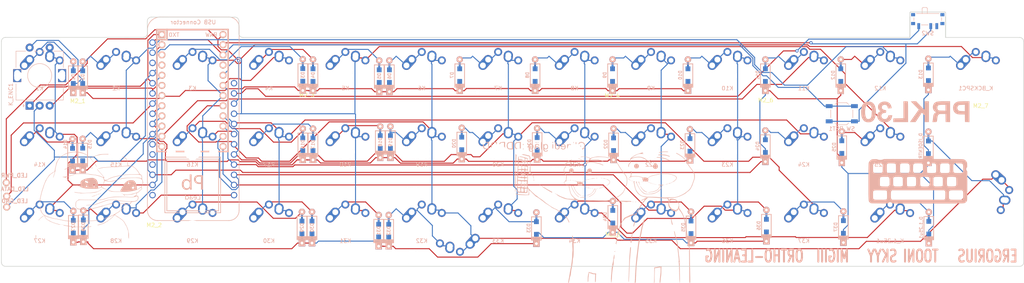
<source format=kicad_pcb>
(kicad_pcb (version 20171130) (host pcbnew "(5.0.1)-3")
  (layers (0 F.Cu signal) (31 B.Cu signal) (34 B.Paste user) (35 F.Paste user) (36 B.SilkS user) (37 F.SilkS user) (38 B.Mask user) (39 F.Mask user) (44 Edge.Cuts user))
  (net 0 "")
  (net 1 "Net-(D1-Pad2)")
  (net 2 "Net-(D2-Pad2)")
  (net 3 "Net-(D3-Pad2)")
  (net 4 "Net-(D4-Pad2)")
  (net 5 "Net-(D5-Pad2)")
  (net 6 "Net-(D6-Pad2)")
  (net 7 "Net-(D7-Pad2)")
  (net 8 "Net-(D8-Pad2)")
  (net 9 "Net-(D9-Pad2)")
  (net 10 "Net-(D10-Pad2)")
  (net 11 "Net-(D11-Pad2)")
  (net 12 "Net-(D12-Pad2)")
  (net 13 "Net-(D13-Pad2)")
  (net 14 "Net-(D14-Pad2)")
  (net 15 "Net-(D15-Pad2)")
  (net 16 "Net-(D16-Pad2)")
  (net 17 "Net-(D17-Pad2)")
  (net 18 "Net-(D18-Pad2)")
  (net 19 "Net-(D19-Pad2)")
  (net 20 "Net-(D20-Pad2)")
  (net 21 "Net-(D21-Pad2)")
  (net 22 "Net-(D22-Pad2)")
  (net 23 "Net-(D23-Pad2)")
  (net 24 "Net-(D24-Pad2)")
  (net 25 "Net-(D25-Pad2)")
  (net 26 "Net-(D27-Pad2)")
  (net 27 "Net-(D28-Pad2)")
  (net 28 "Net-(D29-Pad2)")
  (net 29 "Net-(D30-Pad2)")
  (net 30 "Net-(D31-Pad2)")
  (net 31 "Net-(D32-Pad2)")
  (net 32 "Net-(D33-Pad2)")
  (net 33 "Net-(D34-Pad2)")
  (net 34 "Net-(D35-Pad2)")
  (net 35 "Net-(D36-Pad2)")
  (net 36 "Net-(D37-Pad2)")
  (net 37 RowA)
  (net 38 RowB)
  (net 39 RowC)
  (net 40 ColA)
  (net 41 ColB)
  (net 42 ColC)
  (net 43 ColD)
  (net 44 ColE)
  (net 45 ColF)
  (net 46 ColG)
  (net 47 ColH)
  (net 48 ColI)
  (net 49 ColJ)
  (net 50 "Net-(MCU_Pro_Micr0-Pad3)")
  (net 51 "Net-(MCU_Pro_Micr0-Pad4)")
  (net 52 "Net-(D_1.25u1-Pad2)")
  (net 53 EncA)
  (net 54 GND)
  (net 55 EncB)
  (net 56 RST)
  (net 57 RowD)
  (net 58 "Net-(D_ISOENTR1-Pad2)")
  (net 59 RGB)
  (net 60 "Net-(MCU_Pro_Micr0-Pad6)")
  (net 61 RGB_PWR)
  (net 62 "Net-(Feather1-Pad1)")
  (net 63 DP1)
  (net 64 "Net-(Feather1-Pad14)")
  (net 65 "Net-(Feather1-Pad15)")
  (net 66 "Net-(Feather1-Pad23)")
  (net 67 "Net-(Feather1-Pad24)")
  (net 68 "Net-(Feather1-Pad25)")
  (net 69 "Net-(Feather1-Pad28)")
  (net 70 "Net-(SW2-Pad3)")
  (net 71 "Net-(MCU_Pro_Micr0-Pad21)")
  (module MEEMIKEEBSILK:PRKL30SILK (layer B.Cu) (at 255.778 87.884 180)
    (fp_text reference G_silk_gfx hide)
    (fp_text value LOGO_GFX hide)
    (fp_text user ERGORIUS (at -42.418 -23.876) (layer B.SilkS) (effects (font (size 3 2) (thickness 0.5)) (justify mirror)))
    (fp_text user "TOONI SKYY" (at -21.336 -23.876) (layer B.SilkS) (effects (font (size 3 2) (thickness 0.5)) (justify mirror)))
    (fp_text user MIGIII (at -3.81 -23.876) (layer B.SilkS) (effects (font (size 3 2) (thickness 0.5)) (justify mirror)))
    (fp_text user ORTHO-LEANING (at 15.748 -23.876) (layer B.SilkS) (effects (font (size 3 2) (thickness 0.5)) (justify mirror)))
  )
  (module MEEMIKEEBSILK:Pb (layer B.Cu) (at 100.076 93.98 180)
    (fp_text reference G_PB hide)
    (fp_text value LOGO_PB hide)
  )
  (module MountingHole:MountingHole_2.2mm_M2 (layer F.Cu) (at 71.42 76.22)
    (fp_text reference M2_1 (at 0 -3.2) (layer F.SilkS))
    (fp_text value VAL**)
    (pad 1 np_thru_hole circle (at 0 0) (size 2.2 2.2) (drill 2.2) (layers *.Cu *.Mask))
  )
  (module MountingHole:MountingHole_2.2mm_M2 (layer F.Cu) (at 128.526 74.776)
    (fp_text reference M2_3 (at 0 -3.2) (layer F.SilkS))
    (fp_text value VAL**)
    (pad 1 np_thru_hole circle (at 0 0) (size 2.2 2.2) (drill 2.2) (layers *.Cu *.Mask))
  )
  (module MountingHole:MountingHole_2.2mm_M2 (layer F.Cu) (at 90.45 107.2)
    (fp_text reference M2_2 (at 0 -3.2) (layer F.SilkS))
    (fp_text value VAL**)
    (pad 1 np_thru_hole circle (at 0 0) (size 2.2 2.2) (drill 2.2) (layers *.Cu *.Mask))
  )
  (module MountingHole:MountingHole_2.2mm_M2 (layer F.Cu) (at 242.9 76.03)
    (fp_text reference M2_6 (at 0 -3.2) (layer F.SilkS))
    (fp_text value VAL**)
    (pad 1 np_thru_hole circle (at 0 0) (size 2.2 2.2) (drill 2.2) (layers *.Cu *.Mask))
  )
  (module MountingHole:MountingHole_2.2mm_M2 (layer F.Cu) (at 204.81 109.54)
    (fp_text reference M2_5 (at 0 -3.2) (layer F.SilkS))
    (fp_text value VAL**)
    (pad 1 np_thru_hole circle (at 0 0) (size 2.2 2.2) (drill 2.2) (layers *.Cu *.Mask))
  )
  (module MountingHole:MountingHole_2.2mm_M2 (layer F.Cu) (at 296.51 77.42)
    (fp_text reference M2_7 (at 0 -3.2) (layer F.SilkS))
    (fp_text value VAL**)
    (pad 1 np_thru_hole circle (at 0 0) (size 2.2 2.2) (drill 2.2) (layers *.Cu *.Mask))
  )
  (module MountingHole:MountingHole_2.2mm_M2 (layer F.Cu) (at 204.646 74.936)
    (fp_text reference M2_4 (at 0 -3.2) (layer F.SilkS))
    (fp_text value VAL**)
    (pad 1 np_thru_hole circle (at 0 0) (size 2.2 2.2) (drill 2.2) (layers *.Cu *.Mask))
  )
  (module keyboard_parts:D_SOD123_axial (layer B.Cu) (at 146.558 66.802 90)
    (fp_text reference D5 (at 0 0 90) (layer B.SilkS) (effects (font (size 0.8 0.8)) (justify mirror)))
    (fp_text value D hide)
    (pad 2 smd rect (at 2.7 0 90) (size 2.5 0.5) (layers B.Cu) (net 5 "Net-(D5-Pad2)"))
    (pad 1 smd rect (at -2.7 0 90) (size 2.5 0.5) (layers B.Cu) (net 37 RowA))
    (pad 2 thru_hole circle (at 3.9 0 90) (size 1.6 1.6) (drill 0.7) (layers *.Cu *.Mask B.SilkS) (net 5 "Net-(D5-Pad2)"))
    (pad 1 thru_hole rect (at -3.9 0 90) (size 1.6 1.6) (drill 0.7) (layers *.Cu *.Mask B.SilkS) (net 37 RowA))
    (pad 1 smd rect (at -1.575 0 90) (size 1.2 1.2) (layers B.Cu B.Paste B.Mask) (net 37 RowA))
    (pad 2 smd rect (at 1.575 0 90) (size 1.2 1.2) (layers B.Cu B.Paste B.Mask) (net 5 "Net-(D5-Pad2)"))
  )
  (module Keebio-Parts:RotaryEncoder_Alps_EC11E-Switch_Vertical_H20mm (layer F.Cu) (at 61.9125 66.675 90)
    (fp_text reference K_ENC1 (at -4.7 -7.2 90) (layer B.SilkS))
    (fp_text value Encoder_switch)
    (pad A thru_hole rect (at -7.5 -2.5 90) (size 2 2) (drill 1) (layers *.Cu *.Mask) (net 53 EncA))
    (pad C thru_hole circle (at -7.5 0 90) (size 2 2) (drill 1) (layers *.Cu *.Mask) (net 54 GND))
    (pad B thru_hole circle (at -7.5 2.5 90) (size 2 2) (drill 1) (layers *.Cu *.Mask) (net 55 EncB))
    (pad MP thru_hole rect (at 0 -5.6 90) (size 3.2 2) (drill oval 2.8 1.5) (layers *.Cu *.Mask))
    (pad MP thru_hole rect (at 0 5.6 90) (size 3.2 2) (drill oval 2.8 1.5) (layers *.Cu *.Mask))
    (pad S2 thru_hole circle (at 7 -2.5 90) (size 2 2) (drill 1) (layers *.Cu *.Mask) (net 37 RowA))
    (pad S1 thru_hole circle (at 7 2.5 90) (size 2 2) (drill 1) (layers *.Cu *.Mask) (net 40 ColA))
  )
  (module SpaceLib:Adafruit32u4BLE (layer F.Cu) (at 99.568 102.87 90)
    (fp_text reference Feather1 hide)
    (fp_text value Adafruit_32u4BLE)
    (fp_text user "USB Connector" (at 49.53 0.635) (layer B.SilkS) (effects (justify mirror)))
    (pad 1 thru_hole circle (at 34.29 10.795 90) (size 1.6 1.6) (drill 1.1) (layers *.Cu *.Mask) (net 62 "Net-(Feather1-Pad1)"))
    (pad 2 thru_hole circle (at 31.75 10.795 90) (size 1.6 1.6) (drill 1.1) (layers *.Cu *.Mask) (net 63 DP1))
    (pad 3 thru_hole circle (at 29.21 10.795 90) (size 1.6 1.6) (drill 1.1) (layers *.Cu *.Mask) (net 61 RGB_PWR))
    (pad 4 thru_hole circle (at 26.67 10.795 90) (size 1.6 1.6) (drill 1.1) (layers *.Cu *.Mask) (net 44 ColE))
    (pad 5 thru_hole circle (at 24.13 10.795 90) (size 1.6 1.6) (drill 1.1) (layers *.Cu *.Mask) (net 43 ColD))
    (pad 6 thru_hole circle (at 21.59 10.795 90) (size 1.6 1.6) (drill 1.1) (layers *.Cu *.Mask) (net 42 ColC))
    (pad 7 thru_hole circle (at 19.05 10.795 90) (size 1.6 1.6) (drill 1.1) (layers *.Cu *.Mask) (net 45 ColF))
    (pad 8 thru_hole circle (at 16.51 10.795 90) (size 1.6 1.6) (drill 1.1) (layers *.Cu *.Mask) (net 46 ColG))
    (pad 9 thru_hole circle (at 13.97 10.795 90) (size 1.6 1.6) (drill 1.1) (layers *.Cu *.Mask) (net 47 ColH))
    (pad 12 thru_hole circle (at 6.35 10.795 90) (size 1.6 1.6) (drill 1.1) (layers *.Cu *.Mask) (net 41 ColB))
    (pad 10 thru_hole circle (at 11.43 10.795 90) (size 1.6 1.6) (drill 1.1) (layers *.Cu *.Mask) (net 48 ColI))
    (pad 11 thru_hole circle (at 8.89 10.795 90) (size 1.6 1.6) (drill 1.1) (layers *.Cu *.Mask) (net 49 ColJ))
    (pad 13 thru_hole circle (at 44.45 -9.525 90) (size 1.6 1.6) (drill 1.1) (layers *.Cu *.Mask) (net 56 RST))
    (pad 14 thru_hole circle (at 41.91 -9.525 90) (size 1.6 1.6) (drill 1.1) (layers *.Cu *.Mask) (net 64 "Net-(Feather1-Pad14)"))
    (pad 15 thru_hole circle (at 39.37 -9.525 90) (size 1.6 1.6) (drill 1.1) (layers *.Cu *.Mask) (net 65 "Net-(Feather1-Pad15)"))
    (pad 16 thru_hole circle (at 36.83 -9.525 90) (size 1.6 1.6) (drill 1.1) (layers *.Cu *.Mask) (net 54 GND))
    (pad 17 thru_hole circle (at 34.29 -9.525 90) (size 1.6 1.6) (drill 1.1) (layers *.Cu *.Mask) (net 53 EncA))
    (pad 18 thru_hole circle (at 31.75 -9.525 90) (size 1.6 1.6) (drill 1.1) (layers *.Cu *.Mask) (net 55 EncB))
    (pad 19 thru_hole circle (at 29.21 -9.525 90) (size 1.6 1.6) (drill 1.1) (layers *.Cu *.Mask) (net 59 RGB))
    (pad 20 thru_hole circle (at 26.67 -9.525 90) (size 1.6 1.6) (drill 1.1) (layers *.Cu *.Mask) (net 37 RowA))
    (pad 21 thru_hole circle (at 24.13 -9.525 90) (size 1.6 1.6) (drill 1.1) (layers *.Cu *.Mask) (net 38 RowB))
    (pad 22 thru_hole circle (at 21.59 -9.525 90) (size 1.6 1.6) (drill 1.1) (layers *.Cu *.Mask) (net 39 RowC))
    (pad 23 thru_hole circle (at 19.05 -9.525 90) (size 1.6 1.6) (drill 1.1) (layers *.Cu *.Mask) (net 66 "Net-(Feather1-Pad23)"))
    (pad 24 thru_hole circle (at 16.51 -9.525 90) (size 1.6 1.6) (drill 1.1) (layers *.Cu *.Mask) (net 67 "Net-(Feather1-Pad24)"))
    (pad 25 thru_hole circle (at 13.97 -9.525 90) (size 1.6 1.6) (drill 1.1) (layers *.Cu *.Mask) (net 68 "Net-(Feather1-Pad25)"))
    (pad 26 thru_hole circle (at 11.43 -9.525 90) (size 1.6 1.6) (drill 1.1) (layers *.Cu *.Mask) (net 57 RowD))
    (pad 27 thru_hole circle (at 8.89 -9.525 90) (size 1.6 1.6) (drill 1.1) (layers *.Cu *.Mask) (net 40 ColA))
    (pad 28 thru_hole circle (at 6.35 -9.525 90) (size 1.6 1.6) (drill 1.1) (layers *.Cu *.Mask) (net 69 "Net-(Feather1-Pad28)"))
  )
  (module Keebio-Parts:MX-Alps-Choc-2U (layer F.Cu) (at 166.688 104.775 180)
    (fp_text reference K_2Uspc1)
    (fp_text value KEYSW_2u)
    (pad 2 thru_hole oval (at 2.5 -4.5 266.1) (size 2.831378 2.25) (drill 1.47 (offset 0.290689 0)) (layers *.Cu *.Mask) (net 31 "Net-(D32-Pad2)"))
    (pad 2 thru_hole circle (at 2.54 -5.08 180) (size 2.25 2.25) (drill 1.47) (layers *.Cu *.Mask) (net 31 "Net-(D32-Pad2)"))
    (pad 1 thru_hole oval (at -3.81 -2.54 228.1) (size 4.211556 2.25) (drill 1.47 (offset 0.980778 0)) (layers *.Cu *.Mask) (net 45 ColF))
    (pad "" np_thru_hole circle (at 0 0 180) (size 3.9878 3.9878) (drill 3.9878) (layers *.Cu *.Mask))
    (pad 1 thru_hole circle (at -2.5 -4 180) (size 2.25 2.25) (drill 1.47) (layers *.Cu *.Mask) (net 45 ColF))
    (pad "" np_thru_hole circle (at -5.08 0 228.0996) (size 1.75 1.75) (drill 1.75) (layers *.Cu *.Mask))
    (pad "" np_thru_hole circle (at 5.08 0 228.0996) (size 1.75 1.75) (drill 1.75) (layers *.Cu *.Mask))
    (pad 2 thru_hole circle (at 5 -3.8 180) (size 2 2) (drill 1.2) (layers *.Cu *.Mask) (net 31 "Net-(D32-Pad2)"))
    (pad 1 thru_hole circle (at 0 -5.9 180) (size 2 2) (drill 1.2) (layers *.Cu *.Mask) (net 45 ColF))
    (pad "" np_thru_hole circle (at -5.5 0 228.1) (size 1.7 1.7) (drill 1.7) (layers *.Cu *.Mask))
    (pad "" np_thru_hole circle (at 5.5 0 228.1) (size 1.7 1.7) (drill 1.7) (layers *.Cu *.Mask))
    (pad "" np_thru_hole circle (at -5.22 4.2 228.1) (size 1.2 1.2) (drill 1.2) (layers *.Cu *.Mask))
    (pad "" np_thru_hole circle (at 11.938 8.255 180) (size 3.9878 3.9878) (drill 3.9878) (layers *.Cu *.Mask))
    (pad "" np_thru_hole circle (at 11.938 -6.985 180) (size 3.048 3.048) (drill 3.048) (layers *.Cu *.Mask))
    (pad "" np_thru_hole circle (at -11.938 8.255 180) (size 3.9878 3.9878) (drill 3.9878) (layers *.Cu *.Mask))
    (pad "" np_thru_hole circle (at -11.938 -6.985 180) (size 3.048 3.048) (drill 3.048) (layers *.Cu *.Mask))
  )
  (module Keebio-Parts:MX-Alps-Choc-2U (layer F.Cu) (at 297.7 95.25 270)
    (fp_text reference K_ISOENTER1)
    (fp_text value KEYSW)
    (pad "" np_thru_hole circle (at -11.938 -6.985 270) (size 3.048 3.048) (drill 3.048) (layers *.Cu *.Mask))
    (pad "" np_thru_hole circle (at -11.938 8.255 270) (size 3.9878 3.9878) (drill 3.9878) (layers *.Cu *.Mask))
    (pad "" np_thru_hole circle (at 11.938 -6.985 270) (size 3.048 3.048) (drill 3.048) (layers *.Cu *.Mask))
    (pad "" np_thru_hole circle (at 11.938 8.255 270) (size 3.9878 3.9878) (drill 3.9878) (layers *.Cu *.Mask))
    (pad "" np_thru_hole circle (at -5.22 4.2 318.1) (size 1.2 1.2) (drill 1.2) (layers *.Cu *.Mask))
    (pad "" np_thru_hole circle (at 5.5 0 318.1) (size 1.7 1.7) (drill 1.7) (layers *.Cu *.Mask))
    (pad "" np_thru_hole circle (at -5.5 0 318.1) (size 1.7 1.7) (drill 1.7) (layers *.Cu *.Mask))
    (pad 1 thru_hole circle (at 0 -5.9 270) (size 2 2) (drill 1.2) (layers *.Cu *.Mask) (net 45 ColF))
    (pad 2 thru_hole circle (at 5 -3.8 270) (size 2 2) (drill 1.2) (layers *.Cu *.Mask) (net 58 "Net-(D_ISOENTR1-Pad2)"))
    (pad "" np_thru_hole circle (at 5.08 0 318.0996) (size 1.75 1.75) (drill 1.75) (layers *.Cu *.Mask))
    (pad "" np_thru_hole circle (at -5.08 0 318.0996) (size 1.75 1.75) (drill 1.75) (layers *.Cu *.Mask))
    (pad 1 thru_hole circle (at -2.5 -4 270) (size 2.25 2.25) (drill 1.47) (layers *.Cu *.Mask) (net 45 ColF))
    (pad "" np_thru_hole circle (at 0 0 270) (size 3.9878 3.9878) (drill 3.9878) (layers *.Cu *.Mask))
    (pad 1 thru_hole oval (at -3.81 -2.54 318.1) (size 4.211556 2.25) (drill 1.47 (offset 0.980778 0)) (layers *.Cu *.Mask) (net 45 ColF))
    (pad 2 thru_hole circle (at 2.54 -5.08 270) (size 2.25 2.25) (drill 1.47) (layers *.Cu *.Mask) (net 58 "Net-(D_ISOENTR1-Pad2)"))
    (pad 2 thru_hole oval (at 2.5 -4.5 356.1) (size 2.831378 2.25) (drill 1.47 (offset 0.290689 0)) (layers *.Cu *.Mask) (net 58 "Net-(D_ISOENTR1-Pad2)"))
  )
  (module keyboard_parts:D_SOD123_axial (layer B.Cu) (at 130.048 66.548 90)
    (fp_text reference D4 (at 0 0 90) (layer B.SilkS) (effects (font (size 0.8 0.8)) (justify mirror)))
    (fp_text value D hide)
    (pad 2 smd rect (at 2.7 0 90) (size 2.5 0.5) (layers B.Cu) (net 4 "Net-(D4-Pad2)"))
    (pad 1 smd rect (at -2.7 0 90) (size 2.5 0.5) (layers B.Cu) (net 37 RowA))
    (pad 2 thru_hole circle (at 3.9 0 90) (size 1.6 1.6) (drill 0.7) (layers *.Cu *.Mask B.SilkS) (net 4 "Net-(D4-Pad2)"))
    (pad 1 thru_hole rect (at -3.9 0 90) (size 1.6 1.6) (drill 0.7) (layers *.Cu *.Mask B.SilkS) (net 37 RowA))
    (pad 1 smd rect (at -1.575 0 90) (size 1.2 1.2) (layers B.Cu B.Paste B.Mask) (net 37 RowA))
    (pad 2 smd rect (at 1.575 0 90) (size 1.2 1.2) (layers B.Cu B.Paste B.Mask) (net 4 "Net-(D4-Pad2)"))
  )
  (module Keebio-Parts:ArduinoProMicro-BackSide (layer F.Cu) (at 100 70.4 270)
    (fp_text reference MCU_Pro_Micr0 hide)
    (fp_text value Pro_Micro hide)
    (fp_text user RAW (at -13.9 -4.7) (layer B.SilkS) (effects (justify mirror)))
    (fp_text user TX0 (at -13.9 4.6) (layer B.SilkS) (effects (justify mirror)))
    (pad 24 thru_hole circle (at -13.97 -7.62 270) (size 1.7526 1.7526) (drill 1.0922) (layers *.Cu *.SilkS *.Mask) (net 61 RGB_PWR))
    (pad 12 thru_hole circle (at 13.97 7.62 270) (size 1.7526 1.7526) (drill 1.0922) (layers *.Cu *.SilkS *.Mask) (net 41 ColB))
    (pad 23 thru_hole circle (at -11.43 -7.62 270) (size 1.7526 1.7526) (drill 1.0922) (layers *.Cu *.SilkS *.Mask) (net 54 GND))
    (pad 22 thru_hole circle (at -8.89 -7.62 270) (size 1.7526 1.7526) (drill 1.0922) (layers *.Cu *.SilkS *.Mask) (net 56 RST))
    (pad 21 thru_hole circle (at -6.35 -7.62 270) (size 1.7526 1.7526) (drill 1.0922) (layers *.Cu *.SilkS *.Mask) (net 71 "Net-(MCU_Pro_Micr0-Pad21)"))
    (pad 20 thru_hole circle (at -3.81 -7.62 270) (size 1.7526 1.7526) (drill 1.0922) (layers *.Cu *.SilkS *.Mask) (net 44 ColE))
    (pad 19 thru_hole circle (at -1.27 -7.62 270) (size 1.7526 1.7526) (drill 1.0922) (layers *.Cu *.SilkS *.Mask) (net 43 ColD))
    (pad 18 thru_hole circle (at 1.27 -7.62 270) (size 1.7526 1.7526) (drill 1.0922) (layers *.Cu *.SilkS *.Mask) (net 42 ColC))
    (pad 17 thru_hole circle (at 3.81 -7.62 270) (size 1.7526 1.7526) (drill 1.0922) (layers *.Cu *.SilkS *.Mask) (net 45 ColF))
    (pad 16 thru_hole circle (at 6.35 -7.62 270) (size 1.7526 1.7526) (drill 1.0922) (layers *.Cu *.SilkS *.Mask) (net 46 ColG))
    (pad 15 thru_hole circle (at 8.89 -7.62 270) (size 1.7526 1.7526) (drill 1.0922) (layers *.Cu *.SilkS *.Mask) (net 47 ColH))
    (pad 14 thru_hole circle (at 11.43 -7.62 270) (size 1.7526 1.7526) (drill 1.0922) (layers *.Cu *.SilkS *.Mask) (net 48 ColI))
    (pad 13 thru_hole circle (at 13.97 -7.62 270) (size 1.7526 1.7526) (drill 1.0922) (layers *.Cu *.SilkS *.Mask) (net 49 ColJ))
    (pad 11 thru_hole circle (at 11.43 7.62 270) (size 1.7526 1.7526) (drill 1.0922) (layers *.Cu *.SilkS *.Mask) (net 40 ColA))
    (pad 10 thru_hole circle (at 8.89 7.62 270) (size 1.7526 1.7526) (drill 1.0922) (layers *.Cu *.SilkS *.Mask) (net 57 RowD))
    (pad 9 thru_hole circle (at 6.35 7.62 270) (size 1.7526 1.7526) (drill 1.0922) (layers *.Cu *.SilkS *.Mask) (net 39 RowC))
    (pad 8 thru_hole circle (at 3.81 7.62 270) (size 1.7526 1.7526) (drill 1.0922) (layers *.Cu *.SilkS *.Mask) (net 38 RowB))
    (pad 7 thru_hole circle (at 1.27 7.62 270) (size 1.7526 1.7526) (drill 1.0922) (layers *.Cu *.SilkS *.Mask) (net 37 RowA))
    (pad 6 thru_hole circle (at -1.27 7.62 270) (size 1.7526 1.7526) (drill 1.0922) (layers *.Cu *.SilkS *.Mask) (net 60 "Net-(MCU_Pro_Micr0-Pad6)"))
    (pad 5 thru_hole circle (at -3.81 7.62 270) (size 1.7526 1.7526) (drill 1.0922) (layers *.Cu *.SilkS *.Mask) (net 59 RGB))
    (pad 4 thru_hole circle (at -6.35 7.62 270) (size 1.7526 1.7526) (drill 1.0922) (layers *.Cu *.SilkS *.Mask) (net 51 "Net-(MCU_Pro_Micr0-Pad4)"))
    (pad 3 thru_hole circle (at -8.89 7.62 270) (size 1.7526 1.7526) (drill 1.0922) (layers *.Cu *.SilkS *.Mask) (net 50 "Net-(MCU_Pro_Micr0-Pad3)"))
    (pad 2 thru_hole circle (at -11.43 7.62 270) (size 1.7526 1.7526) (drill 1.0922) (layers *.Cu *.SilkS *.Mask) (net 55 EncB))
    (pad 1 thru_hole rect (at -13.97 7.62 270) (size 1.7526 1.7526) (drill 1.0922) (layers *.Cu *.SilkS *.Mask) (net 53 EncA))
  )
  (module keyboard_parts:D_SOD123_axial (layer B.Cu) (at 70.3 67.056 90)
    (fp_text reference D1 (at 0 0 90) (layer B.SilkS) (effects (font (size 0.8 0.8)) (justify mirror)))
    (fp_text value D hide)
    (pad 2 smd rect (at 2.7 0 90) (size 2.5 0.5) (layers B.Cu) (net 1 "Net-(D1-Pad2)"))
    (pad 1 smd rect (at -2.7 0 90) (size 2.5 0.5) (layers B.Cu) (net 37 RowA))
    (pad 2 thru_hole circle (at 3.9 0 90) (size 1.6 1.6) (drill 0.7) (layers *.Cu *.Mask B.SilkS) (net 1 "Net-(D1-Pad2)"))
    (pad 1 thru_hole rect (at -3.9 0 90) (size 1.6 1.6) (drill 0.7) (layers *.Cu *.Mask B.SilkS) (net 37 RowA))
    (pad 1 smd rect (at -1.575 0 90) (size 1.2 1.2) (layers B.Cu B.Paste B.Mask) (net 37 RowA))
    (pad 2 smd rect (at 1.575 0 90) (size 1.2 1.2) (layers B.Cu B.Paste B.Mask) (net 1 "Net-(D1-Pad2)"))
  )
  (module keyboard_parts:D_SOD123_axial (layer B.Cu) (at 72.644 67.056 90)
    (fp_text reference D2 (at 0 0 90) (layer B.SilkS) (effects (font (size 0.8 0.8)) (justify mirror)))
    (fp_text value D hide)
    (pad 2 smd rect (at 2.7 0 90) (size 2.5 0.5) (layers B.Cu) (net 2 "Net-(D2-Pad2)"))
    (pad 1 smd rect (at -2.7 0 90) (size 2.5 0.5) (layers B.Cu) (net 37 RowA))
    (pad 2 thru_hole circle (at 3.9 0 90) (size 1.6 1.6) (drill 0.7) (layers *.Cu *.Mask B.SilkS) (net 2 "Net-(D2-Pad2)"))
    (pad 1 thru_hole rect (at -3.9 0 90) (size 1.6 1.6) (drill 0.7) (layers *.Cu *.Mask B.SilkS) (net 37 RowA))
    (pad 1 smd rect (at -1.575 0 90) (size 1.2 1.2) (layers B.Cu B.Paste B.Mask) (net 37 RowA))
    (pad 2 smd rect (at 1.575 0 90) (size 1.2 1.2) (layers B.Cu B.Paste B.Mask) (net 2 "Net-(D2-Pad2)"))
  )
  (module keyboard_parts:D_SOD123_axial (layer B.Cu) (at 127.508 66.497 90)
    (fp_text reference D3 (at 0 0 90) (layer B.SilkS) (effects (font (size 0.8 0.8)) (justify mirror)))
    (fp_text value D hide)
    (pad 2 smd rect (at 2.7 0 90) (size 2.5 0.5) (layers B.Cu) (net 3 "Net-(D3-Pad2)"))
    (pad 1 smd rect (at -2.7 0 90) (size 2.5 0.5) (layers B.Cu) (net 37 RowA))
    (pad 2 thru_hole circle (at 3.9 0 90) (size 1.6 1.6) (drill 0.7) (layers *.Cu *.Mask B.SilkS) (net 3 "Net-(D3-Pad2)"))
    (pad 1 thru_hole rect (at -3.9 0 90) (size 1.6 1.6) (drill 0.7) (layers *.Cu *.Mask B.SilkS) (net 37 RowA))
    (pad 1 smd rect (at -1.575 0 90) (size 1.2 1.2) (layers B.Cu B.Paste B.Mask) (net 37 RowA))
    (pad 2 smd rect (at 1.575 0 90) (size 1.2 1.2) (layers B.Cu B.Paste B.Mask) (net 3 "Net-(D3-Pad2)"))
  )
  (module keyboard_parts:D_SOD123_axial (layer B.Cu) (at 149.098 66.802 90)
    (fp_text reference D6 (at 0 0 90) (layer B.SilkS) (effects (font (size 0.8 0.8)) (justify mirror)))
    (fp_text value D hide)
    (pad 2 smd rect (at 1.575 0 90) (size 1.2 1.2) (layers B.Cu B.Paste B.Mask) (net 6 "Net-(D6-Pad2)"))
    (pad 1 smd rect (at -1.575 0 90) (size 1.2 1.2) (layers B.Cu B.Paste B.Mask) (net 37 RowA))
    (pad 1 thru_hole rect (at -3.9 0 90) (size 1.6 1.6) (drill 0.7) (layers *.Cu *.Mask B.SilkS) (net 37 RowA))
    (pad 2 thru_hole circle (at 3.9 0 90) (size 1.6 1.6) (drill 0.7) (layers *.Cu *.Mask B.SilkS) (net 6 "Net-(D6-Pad2)"))
    (pad 1 smd rect (at -2.7 0 90) (size 2.5 0.5) (layers B.Cu) (net 37 RowA))
    (pad 2 smd rect (at 2.7 0 90) (size 2.5 0.5) (layers B.Cu) (net 6 "Net-(D6-Pad2)"))
  )
  (module keyboard_parts:D_SOD123_axial (layer B.Cu) (at 166.624 66.548 90)
    (fp_text reference D7 (at 0 -1.925 90) (layer B.SilkS) (effects (font (size 0.8 0.8)) (justify mirror)))
    (fp_text value D hide)
    (pad 2 smd rect (at 1.575 0 90) (size 1.2 1.2) (layers B.Cu B.Paste B.Mask) (net 7 "Net-(D7-Pad2)"))
    (pad 1 smd rect (at -1.575 0 90) (size 1.2 1.2) (layers B.Cu B.Paste B.Mask) (net 37 RowA))
    (pad 1 thru_hole rect (at -3.9 0 90) (size 1.6 1.6) (drill 0.7) (layers *.Cu *.Mask B.SilkS) (net 37 RowA))
    (pad 2 thru_hole circle (at 3.9 0 90) (size 1.6 1.6) (drill 0.7) (layers *.Cu *.Mask B.SilkS) (net 7 "Net-(D7-Pad2)"))
    (pad 1 smd rect (at -2.7 0 90) (size 2.5 0.5) (layers B.Cu) (net 37 RowA))
    (pad 2 smd rect (at 2.7 0 90) (size 2.5 0.5) (layers B.Cu) (net 7 "Net-(D7-Pad2)"))
  )
  (module keyboard_parts:D_SOD123_axial (layer B.Cu) (at 185.42 66.548 90)
    (fp_text reference D8 (at 0 -1.925 90) (layer B.SilkS) (effects (font (size 0.8 0.8)) (justify mirror)))
    (fp_text value D hide)
    (pad 2 smd rect (at 1.575 0 90) (size 1.2 1.2) (layers B.Cu B.Paste B.Mask) (net 8 "Net-(D8-Pad2)"))
    (pad 1 smd rect (at -1.575 0 90) (size 1.2 1.2) (layers B.Cu B.Paste B.Mask) (net 37 RowA))
    (pad 1 thru_hole rect (at -3.9 0 90) (size 1.6 1.6) (drill 0.7) (layers *.Cu *.Mask B.SilkS) (net 37 RowA))
    (pad 2 thru_hole circle (at 3.9 0 90) (size 1.6 1.6) (drill 0.7) (layers *.Cu *.Mask B.SilkS) (net 8 "Net-(D8-Pad2)"))
    (pad 1 smd rect (at -2.7 0 90) (size 2.5 0.5) (layers B.Cu) (net 37 RowA))
    (pad 2 smd rect (at 2.7 0 90) (size 2.5 0.5) (layers B.Cu) (net 8 "Net-(D8-Pad2)"))
  )
  (module keyboard_parts:D_SOD123_axial (layer B.Cu) (at 204.724 66.548 90)
    (fp_text reference D9 (at 0 -1.925 90) (layer B.SilkS) (effects (font (size 0.8 0.8)) (justify mirror)))
    (fp_text value D hide)
    (pad 2 smd rect (at 1.575 0 90) (size 1.2 1.2) (layers B.Cu B.Paste B.Mask) (net 9 "Net-(D9-Pad2)"))
    (pad 1 smd rect (at -1.575 0 90) (size 1.2 1.2) (layers B.Cu B.Paste B.Mask) (net 37 RowA))
    (pad 1 thru_hole rect (at -3.9 0 90) (size 1.6 1.6) (drill 0.7) (layers *.Cu *.Mask B.SilkS) (net 37 RowA))
    (pad 2 thru_hole circle (at 3.9 0 90) (size 1.6 1.6) (drill 0.7) (layers *.Cu *.Mask B.SilkS) (net 9 "Net-(D9-Pad2)"))
    (pad 1 smd rect (at -2.7 0 90) (size 2.5 0.5) (layers B.Cu) (net 37 RowA))
    (pad 2 smd rect (at 2.7 0 90) (size 2.5 0.5) (layers B.Cu) (net 9 "Net-(D9-Pad2)"))
  )
  (module keyboard_parts:D_SOD123_axial (layer B.Cu) (at 223.52 66.548 90)
    (fp_text reference D10 (at 0 -1.925 90) (layer B.SilkS) (effects (font (size 0.8 0.8)) (justify mirror)))
    (fp_text value D hide)
    (pad 2 smd rect (at 1.575 0 90) (size 1.2 1.2) (layers B.Cu B.Paste B.Mask) (net 10 "Net-(D10-Pad2)"))
    (pad 1 smd rect (at -1.575 0 90) (size 1.2 1.2) (layers B.Cu B.Paste B.Mask) (net 37 RowA))
    (pad 1 thru_hole rect (at -3.9 0 90) (size 1.6 1.6) (drill 0.7) (layers *.Cu *.Mask B.SilkS) (net 37 RowA))
    (pad 2 thru_hole circle (at 3.9 0 90) (size 1.6 1.6) (drill 0.7) (layers *.Cu *.Mask B.SilkS) (net 10 "Net-(D10-Pad2)"))
    (pad 1 smd rect (at -2.7 0 90) (size 2.5 0.5) (layers B.Cu) (net 37 RowA))
    (pad 2 smd rect (at 2.7 0 90) (size 2.5 0.5) (layers B.Cu) (net 10 "Net-(D10-Pad2)"))
  )
  (module keyboard_parts:D_SOD123_axial (layer B.Cu) (at 242.824 66.548 90)
    (fp_text reference D11 (at 0 -1.925 90) (layer B.SilkS) (effects (font (size 0.8 0.8)) (justify mirror)))
    (fp_text value D hide)
    (pad 2 smd rect (at 1.575 0 90) (size 1.2 1.2) (layers B.Cu B.Paste B.Mask) (net 11 "Net-(D11-Pad2)"))
    (pad 1 smd rect (at -1.575 0 90) (size 1.2 1.2) (layers B.Cu B.Paste B.Mask) (net 57 RowD))
    (pad 1 thru_hole rect (at -3.9 0 90) (size 1.6 1.6) (drill 0.7) (layers *.Cu *.Mask B.SilkS) (net 57 RowD))
    (pad 2 thru_hole circle (at 3.9 0 90) (size 1.6 1.6) (drill 0.7) (layers *.Cu *.Mask B.SilkS) (net 11 "Net-(D11-Pad2)"))
    (pad 1 smd rect (at -2.7 0 90) (size 2.5 0.5) (layers B.Cu) (net 57 RowD))
    (pad 2 smd rect (at 2.7 0 90) (size 2.5 0.5) (layers B.Cu) (net 11 "Net-(D11-Pad2)"))
  )
  (module keyboard_parts:D_SOD123_axial (layer B.Cu) (at 261.62 66.548 90)
    (fp_text reference D12 (at 0 -1.925 90) (layer B.SilkS) (effects (font (size 0.8 0.8)) (justify mirror)))
    (fp_text value D hide)
    (pad 2 smd rect (at 1.575 0 90) (size 1.2 1.2) (layers B.Cu B.Paste B.Mask) (net 12 "Net-(D12-Pad2)"))
    (pad 1 smd rect (at -1.575 0 90) (size 1.2 1.2) (layers B.Cu B.Paste B.Mask) (net 57 RowD))
    (pad 1 thru_hole rect (at -3.9 0 90) (size 1.6 1.6) (drill 0.7) (layers *.Cu *.Mask B.SilkS) (net 57 RowD))
    (pad 2 thru_hole circle (at 3.9 0 90) (size 1.6 1.6) (drill 0.7) (layers *.Cu *.Mask B.SilkS) (net 12 "Net-(D12-Pad2)"))
    (pad 1 smd rect (at -2.7 0 90) (size 2.5 0.5) (layers B.Cu) (net 57 RowD))
    (pad 2 smd rect (at 2.7 0 90) (size 2.5 0.5) (layers B.Cu) (net 12 "Net-(D12-Pad2)"))
  )
  (module keyboard_parts:D_SOD123_axial (layer B.Cu) (at 283.464 66.345 90)
    (fp_text reference D13 (at 0 -1.925 90) (layer B.SilkS) (effects (font (size 0.8 0.8)) (justify mirror)))
    (fp_text value D hide)
    (pad 2 smd rect (at 1.575 0 90) (size 1.2 1.2) (layers B.Cu B.Paste B.Mask) (net 13 "Net-(D13-Pad2)"))
    (pad 1 smd rect (at -1.575 0 90) (size 1.2 1.2) (layers B.Cu B.Paste B.Mask) (net 57 RowD))
    (pad 1 thru_hole rect (at -3.9 0 90) (size 1.6 1.6) (drill 0.7) (layers *.Cu *.Mask B.SilkS) (net 57 RowD))
    (pad 2 thru_hole circle (at 3.9 0 90) (size 1.6 1.6) (drill 0.7) (layers *.Cu *.Mask B.SilkS) (net 13 "Net-(D13-Pad2)"))
    (pad 1 smd rect (at -2.7 0 90) (size 2.5 0.5) (layers B.Cu) (net 57 RowD))
    (pad 2 smd rect (at 2.7 0 90) (size 2.5 0.5) (layers B.Cu) (net 13 "Net-(D13-Pad2)"))
  )
  (module keyboard_parts:D_SOD123_axial (layer B.Cu) (at 70.104 86.411 90)
    (fp_text reference D14 (at 2.591 -1.778 270) (layer B.SilkS) (effects (font (size 0.8 0.8)) (justify mirror)))
    (fp_text value D hide)
    (pad 2 smd rect (at 1.575 0 90) (size 1.2 1.2) (layers B.Cu B.Paste B.Mask) (net 14 "Net-(D14-Pad2)"))
    (pad 1 smd rect (at -1.575 0 90) (size 1.2 1.2) (layers B.Cu B.Paste B.Mask) (net 38 RowB))
    (pad 1 thru_hole rect (at -3.9 0 90) (size 1.6 1.6) (drill 0.7) (layers *.Cu *.Mask B.SilkS) (net 38 RowB))
    (pad 2 thru_hole circle (at 3.9 0 90) (size 1.6 1.6) (drill 0.7) (layers *.Cu *.Mask B.SilkS) (net 14 "Net-(D14-Pad2)"))
    (pad 1 smd rect (at -2.7 0 90) (size 2.5 0.5) (layers B.Cu) (net 38 RowB))
    (pad 2 smd rect (at 2.7 0 90) (size 2.5 0.5) (layers B.Cu) (net 14 "Net-(D14-Pad2)"))
  )
  (module keyboard_parts:D_SOD123_axial (layer B.Cu) (at 72.644 86.36 90)
    (fp_text reference D15 (at 2.54 1.778 90) (layer B.SilkS) (effects (font (size 0.8 0.8)) (justify mirror)))
    (fp_text value D hide)
    (pad 2 smd rect (at 1.575 0 90) (size 1.2 1.2) (layers B.Cu B.Paste B.Mask) (net 15 "Net-(D15-Pad2)"))
    (pad 1 smd rect (at -1.575 0 90) (size 1.2 1.2) (layers B.Cu B.Paste B.Mask) (net 38 RowB))
    (pad 1 thru_hole rect (at -3.9 0 90) (size 1.6 1.6) (drill 0.7) (layers *.Cu *.Mask B.SilkS) (net 38 RowB))
    (pad 2 thru_hole circle (at 3.9 0 90) (size 1.6 1.6) (drill 0.7) (layers *.Cu *.Mask B.SilkS) (net 15 "Net-(D15-Pad2)"))
    (pad 1 smd rect (at -2.7 0 90) (size 2.5 0.5) (layers B.Cu) (net 38 RowB))
    (pad 2 smd rect (at 2.7 0 90) (size 2.5 0.5) (layers B.Cu) (net 15 "Net-(D15-Pad2)"))
  )
  (module keyboard_parts:D_SOD123_axial (layer B.Cu) (at 127.508 83.82 90)
    (fp_text reference D16 (at 0 0 90) (layer B.SilkS) (effects (font (size 0.8 0.8)) (justify mirror)))
    (fp_text value D hide)
    (pad 2 smd rect (at 1.575 0 90) (size 1.2 1.2) (layers B.Cu B.Paste B.Mask) (net 16 "Net-(D16-Pad2)"))
    (pad 1 smd rect (at -1.575 0 90) (size 1.2 1.2) (layers B.Cu B.Paste B.Mask) (net 38 RowB))
    (pad 1 thru_hole rect (at -3.9 0 90) (size 1.6 1.6) (drill 0.7) (layers *.Cu *.Mask B.SilkS) (net 38 RowB))
    (pad 2 thru_hole circle (at 3.9 0 90) (size 1.6 1.6) (drill 0.7) (layers *.Cu *.Mask B.SilkS) (net 16 "Net-(D16-Pad2)"))
    (pad 1 smd rect (at -2.7 0 90) (size 2.5 0.5) (layers B.Cu) (net 38 RowB))
    (pad 2 smd rect (at 2.7 0 90) (size 2.5 0.5) (layers B.Cu) (net 16 "Net-(D16-Pad2)"))
  )
  (module keyboard_parts:D_SOD123_axial (layer B.Cu) (at 130.048 83.836 90)
    (fp_text reference D17 (at 0 0 90) (layer B.SilkS) (effects (font (size 0.8 0.8)) (justify mirror)))
    (fp_text value D hide)
    (pad 2 smd rect (at 1.575 0 90) (size 1.2 1.2) (layers B.Cu B.Paste B.Mask) (net 17 "Net-(D17-Pad2)"))
    (pad 1 smd rect (at -1.575 0 90) (size 1.2 1.2) (layers B.Cu B.Paste B.Mask) (net 38 RowB))
    (pad 1 thru_hole rect (at -3.9 0 90) (size 1.6 1.6) (drill 0.7) (layers *.Cu *.Mask B.SilkS) (net 38 RowB))
    (pad 2 thru_hole circle (at 3.9 0 90) (size 1.6 1.6) (drill 0.7) (layers *.Cu *.Mask B.SilkS) (net 17 "Net-(D17-Pad2)"))
    (pad 1 smd rect (at -2.7 0 90) (size 2.5 0.5) (layers B.Cu) (net 38 RowB))
    (pad 2 smd rect (at 2.7 0 90) (size 2.5 0.5) (layers B.Cu) (net 17 "Net-(D17-Pad2)"))
  )
  (module keyboard_parts:D_SOD123_axial (layer B.Cu) (at 146.812 83.261 90)
    (fp_text reference D18 (at 0 0 90) (layer B.SilkS) (effects (font (size 0.8 0.8)) (justify mirror)))
    (fp_text value D hide)
    (pad 2 smd rect (at 1.575 0 90) (size 1.2 1.2) (layers B.Cu B.Paste B.Mask) (net 18 "Net-(D18-Pad2)"))
    (pad 1 smd rect (at -1.575 0 90) (size 1.2 1.2) (layers B.Cu B.Paste B.Mask) (net 38 RowB))
    (pad 1 thru_hole rect (at -3.9 0 90) (size 1.6 1.6) (drill 0.7) (layers *.Cu *.Mask B.SilkS) (net 38 RowB))
    (pad 2 thru_hole circle (at 3.9 0 90) (size 1.6 1.6) (drill 0.7) (layers *.Cu *.Mask B.SilkS) (net 18 "Net-(D18-Pad2)"))
    (pad 1 smd rect (at -2.7 0 90) (size 2.5 0.5) (layers B.Cu) (net 38 RowB))
    (pad 2 smd rect (at 2.7 0 90) (size 2.5 0.5) (layers B.Cu) (net 18 "Net-(D18-Pad2)"))
  )
  (module keyboard_parts:D_SOD123_axial (layer B.Cu) (at 149.352 83.261 90)
    (fp_text reference D19 (at 0 0 90) (layer B.SilkS) (effects (font (size 0.8 0.8)) (justify mirror)))
    (fp_text value D hide)
    (pad 2 smd rect (at 1.575 0 90) (size 1.2 1.2) (layers B.Cu B.Paste B.Mask) (net 19 "Net-(D19-Pad2)"))
    (pad 1 smd rect (at -1.575 0 90) (size 1.2 1.2) (layers B.Cu B.Paste B.Mask) (net 38 RowB))
    (pad 1 thru_hole rect (at -3.9 0 90) (size 1.6 1.6) (drill 0.7) (layers *.Cu *.Mask B.SilkS) (net 38 RowB))
    (pad 2 thru_hole circle (at 3.9 0 90) (size 1.6 1.6) (drill 0.7) (layers *.Cu *.Mask B.SilkS) (net 19 "Net-(D19-Pad2)"))
    (pad 1 smd rect (at -2.7 0 90) (size 2.5 0.5) (layers B.Cu) (net 38 RowB))
    (pad 2 smd rect (at 2.7 0 90) (size 2.5 0.5) (layers B.Cu) (net 19 "Net-(D19-Pad2)"))
  )
  (module keyboard_parts:D_SOD123_axial (layer B.Cu) (at 167.132 83.617 90)
    (fp_text reference D20 (at 0 -1.925 90) (layer B.SilkS) (effects (font (size 0.8 0.8)) (justify mirror)))
    (fp_text value D hide)
    (pad 2 smd rect (at 1.575 0 90) (size 1.2 1.2) (layers B.Cu B.Paste B.Mask) (net 20 "Net-(D20-Pad2)"))
    (pad 1 smd rect (at -1.575 0 90) (size 1.2 1.2) (layers B.Cu B.Paste B.Mask) (net 38 RowB))
    (pad 1 thru_hole rect (at -3.9 0 90) (size 1.6 1.6) (drill 0.7) (layers *.Cu *.Mask B.SilkS) (net 38 RowB))
    (pad 2 thru_hole circle (at 3.9 0 90) (size 1.6 1.6) (drill 0.7) (layers *.Cu *.Mask B.SilkS) (net 20 "Net-(D20-Pad2)"))
    (pad 1 smd rect (at -2.7 0 90) (size 2.5 0.5) (layers B.Cu) (net 38 RowB))
    (pad 2 smd rect (at 2.7 0 90) (size 2.5 0.5) (layers B.Cu) (net 20 "Net-(D20-Pad2)"))
  )
  (module keyboard_parts:D_SOD123_axial (layer B.Cu) (at 185.928 83.726 90)
    (fp_text reference D21 (at 0 -1.925 90) (layer B.SilkS) (effects (font (size 0.8 0.8)) (justify mirror)))
    (fp_text value D hide)
    (pad 2 smd rect (at 2.7 0 90) (size 2.5 0.5) (layers B.Cu) (net 21 "Net-(D21-Pad2)"))
    (pad 1 smd rect (at -2.7 0 90) (size 2.5 0.5) (layers B.Cu) (net 38 RowB))
    (pad 2 thru_hole circle (at 3.9 0 90) (size 1.6 1.6) (drill 0.7) (layers *.Cu *.Mask B.SilkS) (net 21 "Net-(D21-Pad2)"))
    (pad 1 thru_hole rect (at -3.9 0 90) (size 1.6 1.6) (drill 0.7) (layers *.Cu *.Mask B.SilkS) (net 38 RowB))
    (pad 1 smd rect (at -1.575 0 90) (size 1.2 1.2) (layers B.Cu B.Paste B.Mask) (net 38 RowB))
    (pad 2 smd rect (at 1.575 0 90) (size 1.2 1.2) (layers B.Cu B.Paste B.Mask) (net 21 "Net-(D21-Pad2)"))
  )
  (module keyboard_parts:D_SOD123_axial (layer B.Cu) (at 204.978 83.82 90)
    (fp_text reference D22 (at 0 -1.925 90) (layer B.SilkS) (effects (font (size 0.8 0.8)) (justify mirror)))
    (fp_text value D hide)
    (pad 2 smd rect (at 2.7 0 90) (size 2.5 0.5) (layers B.Cu) (net 22 "Net-(D22-Pad2)"))
    (pad 1 smd rect (at -2.7 0 90) (size 2.5 0.5) (layers B.Cu) (net 38 RowB))
    (pad 2 thru_hole circle (at 3.9 0 90) (size 1.6 1.6) (drill 0.7) (layers *.Cu *.Mask B.SilkS) (net 22 "Net-(D22-Pad2)"))
    (pad 1 thru_hole rect (at -3.9 0 90) (size 1.6 1.6) (drill 0.7) (layers *.Cu *.Mask B.SilkS) (net 38 RowB))
    (pad 1 smd rect (at -1.575 0 90) (size 1.2 1.2) (layers B.Cu B.Paste B.Mask) (net 38 RowB))
    (pad 2 smd rect (at 1.575 0 90) (size 1.2 1.2) (layers B.Cu B.Paste B.Mask) (net 22 "Net-(D22-Pad2)"))
  )
  (module keyboard_parts:D_SOD123_axial (layer B.Cu) (at 224.028 83.98 90)
    (fp_text reference D23 (at 0 -1.925 90) (layer B.SilkS) (effects (font (size 0.8 0.8)) (justify mirror)))
    (fp_text value D hide)
    (pad 2 smd rect (at 2.7 0 90) (size 2.5 0.5) (layers B.Cu) (net 23 "Net-(D23-Pad2)"))
    (pad 1 smd rect (at -2.7 0 90) (size 2.5 0.5) (layers B.Cu) (net 38 RowB))
    (pad 2 thru_hole circle (at 3.9 0 90) (size 1.6 1.6) (drill 0.7) (layers *.Cu *.Mask B.SilkS) (net 23 "Net-(D23-Pad2)"))
    (pad 1 thru_hole rect (at -3.9 0 90) (size 1.6 1.6) (drill 0.7) (layers *.Cu *.Mask B.SilkS) (net 38 RowB))
    (pad 1 smd rect (at -1.575 0 90) (size 1.2 1.2) (layers B.Cu B.Paste B.Mask) (net 38 RowB))
    (pad 2 smd rect (at 1.575 0 90) (size 1.2 1.2) (layers B.Cu B.Paste B.Mask) (net 23 "Net-(D23-Pad2)"))
  )
  (module keyboard_parts:D_SOD123_axial (layer B.Cu) (at 242.824 84.277 90)
    (fp_text reference D24 (at 0 -1.925 90) (layer B.SilkS) (effects (font (size 0.8 0.8)) (justify mirror)))
    (fp_text value D hide)
    (pad 2 smd rect (at 2.7 0 90) (size 2.5 0.5) (layers B.Cu) (net 24 "Net-(D24-Pad2)"))
    (pad 1 smd rect (at -2.7 0 90) (size 2.5 0.5) (layers B.Cu) (net 57 RowD))
    (pad 2 thru_hole circle (at 3.9 0 90) (size 1.6 1.6) (drill 0.7) (layers *.Cu *.Mask B.SilkS) (net 24 "Net-(D24-Pad2)"))
    (pad 1 thru_hole rect (at -3.9 0 90) (size 1.6 1.6) (drill 0.7) (layers *.Cu *.Mask B.SilkS) (net 57 RowD))
    (pad 1 smd rect (at -1.575 0 90) (size 1.2 1.2) (layers B.Cu B.Paste B.Mask) (net 57 RowD))
    (pad 2 smd rect (at 1.575 0 90) (size 1.2 1.2) (layers B.Cu B.Paste B.Mask) (net 24 "Net-(D24-Pad2)"))
  )
  (module keyboard_parts:D_SOD123_axial (layer B.Cu) (at 261.874 84.531 90)
    (fp_text reference D25 (at 0 -1.925 90) (layer B.SilkS) (effects (font (size 0.8 0.8)) (justify mirror)))
    (fp_text value D hide)
    (pad 2 smd rect (at 2.7 0 90) (size 2.5 0.5) (layers B.Cu) (net 25 "Net-(D25-Pad2)"))
    (pad 1 smd rect (at -2.7 0 90) (size 2.5 0.5) (layers B.Cu) (net 57 RowD))
    (pad 2 thru_hole circle (at 3.9 0 90) (size 1.6 1.6) (drill 0.7) (layers *.Cu *.Mask B.SilkS) (net 25 "Net-(D25-Pad2)"))
    (pad 1 thru_hole rect (at -3.9 0 90) (size 1.6 1.6) (drill 0.7) (layers *.Cu *.Mask B.SilkS) (net 57 RowD))
    (pad 1 smd rect (at -1.575 0 90) (size 1.2 1.2) (layers B.Cu B.Paste B.Mask) (net 57 RowD))
    (pad 2 smd rect (at 1.575 0 90) (size 1.2 1.2) (layers B.Cu B.Paste B.Mask) (net 25 "Net-(D25-Pad2)"))
  )
  (module keyboard_parts:D_SOD123_axial (layer B.Cu) (at 70.3 104.4 90)
    (fp_text reference D27 (at 0.006 0 90) (layer B.SilkS) (effects (font (size 0.8 0.8)) (justify mirror)))
    (fp_text value D hide)
    (pad 2 smd rect (at 2.7 0 90) (size 2.5 0.5) (layers B.Cu) (net 26 "Net-(D27-Pad2)"))
    (pad 1 smd rect (at -2.7 0 90) (size 2.5 0.5) (layers B.Cu) (net 39 RowC))
    (pad 2 thru_hole circle (at 3.9 0 90) (size 1.6 1.6) (drill 0.7) (layers *.Cu *.Mask B.SilkS) (net 26 "Net-(D27-Pad2)"))
    (pad 1 thru_hole rect (at -3.9 0 90) (size 1.6 1.6) (drill 0.7) (layers *.Cu *.Mask B.SilkS) (net 39 RowC))
    (pad 1 smd rect (at -1.575 0 90) (size 1.2 1.2) (layers B.Cu B.Paste B.Mask) (net 39 RowC))
    (pad 2 smd rect (at 1.575 0 90) (size 1.2 1.2) (layers B.Cu B.Paste B.Mask) (net 26 "Net-(D27-Pad2)"))
  )
  (module keyboard_parts:D_SOD123_axial (layer B.Cu) (at 72.8 104.3 90)
    (fp_text reference D28 (at -0.094 0 90) (layer B.SilkS) (effects (font (size 0.8 0.8)) (justify mirror)))
    (fp_text value D hide)
    (pad 2 smd rect (at 2.7 0 90) (size 2.5 0.5) (layers B.Cu) (net 27 "Net-(D28-Pad2)"))
    (pad 1 smd rect (at -2.7 0 90) (size 2.5 0.5) (layers B.Cu) (net 39 RowC))
    (pad 2 thru_hole circle (at 3.9 0 90) (size 1.6 1.6) (drill 0.7) (layers *.Cu *.Mask B.SilkS) (net 27 "Net-(D28-Pad2)"))
    (pad 1 thru_hole rect (at -3.9 0 90) (size 1.6 1.6) (drill 0.7) (layers *.Cu *.Mask B.SilkS) (net 39 RowC))
    (pad 1 smd rect (at -1.575 0 90) (size 1.2 1.2) (layers B.Cu B.Paste B.Mask) (net 39 RowC))
    (pad 2 smd rect (at 1.575 0 90) (size 1.2 1.2) (layers B.Cu B.Paste B.Mask) (net 27 "Net-(D28-Pad2)"))
  )
  (module keyboard_parts:D_SOD123_axial (layer B.Cu) (at 127.3 104.6 90)
    (fp_text reference D29 (at 0 0 90) (layer B.SilkS) (effects (font (size 0.8 0.8)) (justify mirror)))
    (fp_text value D hide)
    (pad 2 smd rect (at 2.7 0 90) (size 2.5 0.5) (layers B.Cu) (net 28 "Net-(D29-Pad2)"))
    (pad 1 smd rect (at -2.7 0 90) (size 2.5 0.5) (layers B.Cu) (net 39 RowC))
    (pad 2 thru_hole circle (at 3.9 0 90) (size 1.6 1.6) (drill 0.7) (layers *.Cu *.Mask B.SilkS) (net 28 "Net-(D29-Pad2)"))
    (pad 1 thru_hole rect (at -3.9 0 90) (size 1.6 1.6) (drill 0.7) (layers *.Cu *.Mask B.SilkS) (net 39 RowC))
    (pad 1 smd rect (at -1.575 0 90) (size 1.2 1.2) (layers B.Cu B.Paste B.Mask) (net 39 RowC))
    (pad 2 smd rect (at 1.575 0 90) (size 1.2 1.2) (layers B.Cu B.Paste B.Mask) (net 28 "Net-(D29-Pad2)"))
  )
  (module keyboard_parts:D_SOD123_axial (layer B.Cu) (at 129.8 104.6 90)
    (fp_text reference D30 (at 0 0 90) (layer B.SilkS) (effects (font (size 0.8 0.8)) (justify mirror)))
    (fp_text value D hide)
    (pad 2 smd rect (at 2.7 0 90) (size 2.5 0.5) (layers B.Cu) (net 29 "Net-(D30-Pad2)"))
    (pad 1 smd rect (at -2.7 0 90) (size 2.5 0.5) (layers B.Cu) (net 39 RowC))
    (pad 2 thru_hole circle (at 3.9 0 90) (size 1.6 1.6) (drill 0.7) (layers *.Cu *.Mask B.SilkS) (net 29 "Net-(D30-Pad2)"))
    (pad 1 thru_hole rect (at -3.9 0 90) (size 1.6 1.6) (drill 0.7) (layers *.Cu *.Mask B.SilkS) (net 39 RowC))
    (pad 1 smd rect (at -1.575 0 90) (size 1.2 1.2) (layers B.Cu B.Paste B.Mask) (net 39 RowC))
    (pad 2 smd rect (at 1.575 0 90) (size 1.2 1.2) (layers B.Cu B.Paste B.Mask) (net 29 "Net-(D30-Pad2)"))
  )
  (module keyboard_parts:D_SOD123_axial (layer B.Cu) (at 146.42 105.38 90)
    (fp_text reference D31 (at 0 0 90) (layer B.SilkS) (effects (font (size 0.8 0.8)) (justify mirror)))
    (fp_text value D hide)
    (pad 2 smd rect (at 2.7 0 90) (size 2.5 0.5) (layers B.Cu) (net 30 "Net-(D31-Pad2)"))
    (pad 1 smd rect (at -2.7 0 90) (size 2.5 0.5) (layers B.Cu) (net 39 RowC))
    (pad 2 thru_hole circle (at 3.9 0 90) (size 1.6 1.6) (drill 0.7) (layers *.Cu *.Mask B.SilkS) (net 30 "Net-(D31-Pad2)"))
    (pad 1 thru_hole rect (at -3.9 0 90) (size 1.6 1.6) (drill 0.7) (layers *.Cu *.Mask B.SilkS) (net 39 RowC))
    (pad 1 smd rect (at -1.575 0 90) (size 1.2 1.2) (layers B.Cu B.Paste B.Mask) (net 39 RowC))
    (pad 2 smd rect (at 1.575 0 90) (size 1.2 1.2) (layers B.Cu B.Paste B.Mask) (net 30 "Net-(D31-Pad2)"))
  )
  (module keyboard_parts:D_SOD123_axial (layer B.Cu) (at 148.93 105.4 90)
    (fp_text reference D32 (at 0 0 90) (layer B.SilkS) (effects (font (size 0.8 0.8)) (justify mirror)))
    (fp_text value D hide)
    (pad 2 smd rect (at 2.7 0 90) (size 2.5 0.5) (layers B.Cu) (net 31 "Net-(D32-Pad2)"))
    (pad 1 smd rect (at -2.7 0 90) (size 2.5 0.5) (layers B.Cu) (net 39 RowC))
    (pad 2 thru_hole circle (at 3.9 0 90) (size 1.6 1.6) (drill 0.7) (layers *.Cu *.Mask B.SilkS) (net 31 "Net-(D32-Pad2)"))
    (pad 1 thru_hole rect (at -3.9 0 90) (size 1.6 1.6) (drill 0.7) (layers *.Cu *.Mask B.SilkS) (net 39 RowC))
    (pad 1 smd rect (at -1.575 0 90) (size 1.2 1.2) (layers B.Cu B.Paste B.Mask) (net 39 RowC))
    (pad 2 smd rect (at 1.575 0 90) (size 1.2 1.2) (layers B.Cu B.Paste B.Mask) (net 31 "Net-(D32-Pad2)"))
  )
  (module keyboard_parts:D_SOD123_axial (layer B.Cu) (at 185.74 104.742 90)
    (fp_text reference D33 (at 0 -1.925 90) (layer B.SilkS) (effects (font (size 0.8 0.8)) (justify mirror)))
    (fp_text value D hide)
    (pad 2 smd rect (at 2.7 0 90) (size 2.5 0.5) (layers B.Cu) (net 32 "Net-(D33-Pad2)"))
    (pad 1 smd rect (at -2.7 0 90) (size 2.5 0.5) (layers B.Cu) (net 39 RowC))
    (pad 2 thru_hole circle (at 3.9 0 90) (size 1.6 1.6) (drill 0.7) (layers *.Cu *.Mask B.SilkS) (net 32 "Net-(D33-Pad2)"))
    (pad 1 thru_hole rect (at -3.9 0 90) (size 1.6 1.6) (drill 0.7) (layers *.Cu *.Mask B.SilkS) (net 39 RowC))
    (pad 1 smd rect (at -1.575 0 90) (size 1.2 1.2) (layers B.Cu B.Paste B.Mask) (net 39 RowC))
    (pad 2 smd rect (at 1.575 0 90) (size 1.2 1.2) (layers B.Cu B.Paste B.Mask) (net 32 "Net-(D33-Pad2)"))
  )
  (module keyboard_parts:D_SOD123_axial (layer B.Cu) (at 204.786 101.916 90)
    (fp_text reference D34 (at 0 -1.925 90) (layer B.SilkS) (effects (font (size 0.8 0.8)) (justify mirror)))
    (fp_text value D hide)
    (pad 2 smd rect (at 2.7 0 90) (size 2.5 0.5) (layers B.Cu) (net 33 "Net-(D34-Pad2)"))
    (pad 1 smd rect (at -2.7 0 90) (size 2.5 0.5) (layers B.Cu) (net 39 RowC))
    (pad 2 thru_hole circle (at 3.9 0 90) (size 1.6 1.6) (drill 0.7) (layers *.Cu *.Mask B.SilkS) (net 33 "Net-(D34-Pad2)"))
    (pad 1 thru_hole rect (at -3.9 0 90) (size 1.6 1.6) (drill 0.7) (layers *.Cu *.Mask B.SilkS) (net 39 RowC))
    (pad 1 smd rect (at -1.575 0 90) (size 1.2 1.2) (layers B.Cu B.Paste B.Mask) (net 39 RowC))
    (pad 2 smd rect (at 1.575 0 90) (size 1.2 1.2) (layers B.Cu B.Paste B.Mask) (net 33 "Net-(D34-Pad2)"))
  )
  (module keyboard_parts:D_SOD123_axial (layer B.Cu) (at 224.282 104.558 90)
    (fp_text reference D35 (at 0 -1.925 90) (layer B.SilkS) (effects (font (size 0.8 0.8)) (justify mirror)))
    (fp_text value D hide)
    (pad 2 smd rect (at 2.7 0 90) (size 2.5 0.5) (layers B.Cu) (net 34 "Net-(D35-Pad2)"))
    (pad 1 smd rect (at -2.7 0 90) (size 2.5 0.5) (layers B.Cu) (net 39 RowC))
    (pad 2 thru_hole circle (at 3.9 0 90) (size 1.6 1.6) (drill 0.7) (layers *.Cu *.Mask B.SilkS) (net 34 "Net-(D35-Pad2)"))
    (pad 1 thru_hole rect (at -3.9 0 90) (size 1.6 1.6) (drill 0.7) (layers *.Cu *.Mask B.SilkS) (net 39 RowC))
    (pad 1 smd rect (at -1.575 0 90) (size 1.2 1.2) (layers B.Cu B.Paste B.Mask) (net 39 RowC))
    (pad 2 smd rect (at 1.575 0 90) (size 1.2 1.2) (layers B.Cu B.Paste B.Mask) (net 34 "Net-(D35-Pad2)"))
  )
  (module keyboard_parts:D_SOD123_axial (layer B.Cu) (at 243.078 104.14 90)
    (fp_text reference D36 (at 0 -1.925 90) (layer B.SilkS) (effects (font (size 0.8 0.8)) (justify mirror)))
    (fp_text value D hide)
    (pad 2 smd rect (at 1.575 0 90) (size 1.2 1.2) (layers B.Cu B.Paste B.Mask) (net 35 "Net-(D36-Pad2)"))
    (pad 1 smd rect (at -1.575 0 90) (size 1.2 1.2) (layers B.Cu B.Paste B.Mask) (net 39 RowC))
    (pad 1 thru_hole rect (at -3.9 0 90) (size 1.6 1.6) (drill 0.7) (layers *.Cu *.Mask B.SilkS) (net 39 RowC))
    (pad 2 thru_hole circle (at 3.9 0 90) (size 1.6 1.6) (drill 0.7) (layers *.Cu *.Mask B.SilkS) (net 35 "Net-(D36-Pad2)"))
    (pad 1 smd rect (at -2.7 0 90) (size 2.5 0.5) (layers B.Cu) (net 39 RowC))
    (pad 2 smd rect (at 2.7 0 90) (size 2.5 0.5) (layers B.Cu) (net 35 "Net-(D36-Pad2)"))
  )
  (module keyboard_parts:D_SOD123_axial (layer B.Cu) (at 262.276 104.476 90)
    (fp_text reference D37 (at 0 -1.925 90) (layer B.SilkS) (effects (font (size 0.8 0.8)) (justify mirror)))
    (fp_text value D hide)
    (pad 2 smd rect (at 1.575 0 90) (size 1.2 1.2) (layers B.Cu B.Paste B.Mask) (net 36 "Net-(D37-Pad2)"))
    (pad 1 smd rect (at -1.575 0 90) (size 1.2 1.2) (layers B.Cu B.Paste B.Mask) (net 57 RowD))
    (pad 1 thru_hole rect (at -3.9 0 90) (size 1.6 1.6) (drill 0.7) (layers *.Cu *.Mask B.SilkS) (net 57 RowD))
    (pad 2 thru_hole circle (at 3.9 0 90) (size 1.6 1.6) (drill 0.7) (layers *.Cu *.Mask B.SilkS) (net 36 "Net-(D37-Pad2)"))
    (pad 1 smd rect (at -2.7 0 90) (size 2.5 0.5) (layers B.Cu) (net 57 RowD))
    (pad 2 smd rect (at 2.7 0 90) (size 2.5 0.5) (layers B.Cu) (net 36 "Net-(D37-Pad2)"))
  )
  (module keyboard_parts:D_SOD123_axial (layer B.Cu) (at 283.566 104.656 90)
    (fp_text reference D_1.25u1 (at 0 -1.925 270) (layer B.SilkS) (effects (font (size 0.8 0.8)) (justify mirror)))
    (fp_text value D hide)
    (pad 2 smd rect (at 1.575 0 90) (size 1.2 1.2) (layers B.Cu B.Paste B.Mask) (net 52 "Net-(D_1.25u1-Pad2)"))
    (pad 1 smd rect (at -1.575 0 90) (size 1.2 1.2) (layers B.Cu B.Paste B.Mask) (net 57 RowD))
    (pad 1 thru_hole rect (at -3.9 0 90) (size 1.6 1.6) (drill 0.7) (layers *.Cu *.Mask B.SilkS) (net 57 RowD))
    (pad 2 thru_hole circle (at 3.9 0 90) (size 1.6 1.6) (drill 0.7) (layers *.Cu *.Mask B.SilkS) (net 52 "Net-(D_1.25u1-Pad2)"))
    (pad 1 smd rect (at -2.7 0 90) (size 2.5 0.5) (layers B.Cu) (net 57 RowD))
    (pad 2 smd rect (at 2.7 0 90) (size 2.5 0.5) (layers B.Cu) (net 52 "Net-(D_1.25u1-Pad2)"))
  )
  (module Button_Switch_SMD:SW_SPST_TL3342 (layer B.Cu) (at 261.874 76.2)
    (fp_text reference SW_RST1 (at 0 3.75 180) (layer B.SilkS) (effects (justify mirror)))
    (fp_text value SW_PUSH)
    (pad 1 smd rect (at -3.15 1.9) (size 1.7 1) (layers B.Cu B.Paste B.Mask) (net 54 GND))
    (pad 1 smd rect (at 3.15 1.9) (size 1.7 1) (layers B.Cu B.Paste B.Mask) (net 54 GND))
    (pad 2 smd rect (at -3.15 -1.9) (size 1.7 1) (layers B.Cu B.Paste B.Mask) (net 56 RST))
    (pad 2 smd rect (at 3.15 -1.9) (size 1.7 1) (layers B.Cu B.Paste B.Mask) (net 56 RST))
  )
  (module Keebio-Parts:MX-Alps-Choc-1U-NoLED (layer F.Cu) (at 61.9125 66.675)
    (fp_text reference K1 (at 0 3.175) (layer B.SilkS) (effects (justify mirror)))
    (fp_text value KEYSW)
    (pad 1 thru_hole oval (at 2.5 -4.5 86.1) (size 2.831378 2.25) (drill 1.47 (offset 0.290689 0)) (layers *.Cu *.Mask) (net 40 ColA))
    (pad 1 thru_hole circle (at 2.54 -5.08) (size 2.25 2.25) (drill 1.47) (layers *.Cu *.Mask) (net 40 ColA))
    (pad 2 thru_hole oval (at -3.81 -2.54 48.1) (size 4.211556 2.25) (drill 1.47 (offset 0.980778 0)) (layers *.Cu *.Mask) (net 1 "Net-(D1-Pad2)"))
    (pad "" np_thru_hole circle (at 0 0) (size 3.9878 3.9878) (drill 3.9878) (layers *.Cu *.Mask))
    (pad 2 thru_hole circle (at -2.5 -4) (size 2.25 2.25) (drill 1.47) (layers *.Cu *.Mask) (net 1 "Net-(D1-Pad2)"))
    (pad "" np_thru_hole circle (at -5.08 0 48.0996) (size 1.75 1.75) (drill 1.75) (layers *.Cu *.Mask))
    (pad "" np_thru_hole circle (at 5.08 0 48.0996) (size 1.75 1.75) (drill 1.75) (layers *.Cu *.Mask))
    (pad 1 thru_hole circle (at 5 -3.8) (size 2 2) (drill 1.2) (layers *.Cu *.Mask) (net 40 ColA))
    (pad 2 thru_hole circle (at 0 -5.9) (size 2 2) (drill 1.2) (layers *.Cu *.Mask) (net 1 "Net-(D1-Pad2)"))
    (pad "" np_thru_hole circle (at -5.5 0 48.1) (size 1.7 1.7) (drill 1.7) (layers *.Cu *.Mask))
    (pad "" np_thru_hole circle (at 5.5 0 48.1) (size 1.7 1.7) (drill 1.7) (layers *.Cu *.Mask))
    (pad "" np_thru_hole circle (at -5.22 4.2 48.1) (size 1.2 1.2) (drill 1.2) (layers *.Cu *.Mask))
  )
  (module Keebio-Parts:MX-Alps-Choc-1U-NoLED (layer F.Cu) (at 80.9625 66.675)
    (fp_text reference K2 (at 0 3.175) (layer B.SilkS) (effects (justify mirror)))
    (fp_text value KEYSW)
    (pad "" np_thru_hole circle (at -5.22 4.2 48.1) (size 1.2 1.2) (drill 1.2) (layers *.Cu *.Mask))
    (pad "" np_thru_hole circle (at 5.5 0 48.1) (size 1.7 1.7) (drill 1.7) (layers *.Cu *.Mask))
    (pad "" np_thru_hole circle (at -5.5 0 48.1) (size 1.7 1.7) (drill 1.7) (layers *.Cu *.Mask))
    (pad 2 thru_hole circle (at 0 -5.9) (size 2 2) (drill 1.2) (layers *.Cu *.Mask) (net 2 "Net-(D2-Pad2)"))
    (pad 1 thru_hole circle (at 5 -3.8) (size 2 2) (drill 1.2) (layers *.Cu *.Mask) (net 41 ColB))
    (pad "" np_thru_hole circle (at 5.08 0 48.0996) (size 1.75 1.75) (drill 1.75) (layers *.Cu *.Mask))
    (pad "" np_thru_hole circle (at -5.08 0 48.0996) (size 1.75 1.75) (drill 1.75) (layers *.Cu *.Mask))
    (pad 2 thru_hole circle (at -2.5 -4) (size 2.25 2.25) (drill 1.47) (layers *.Cu *.Mask) (net 2 "Net-(D2-Pad2)"))
    (pad "" np_thru_hole circle (at 0 0) (size 3.9878 3.9878) (drill 3.9878) (layers *.Cu *.Mask))
    (pad 2 thru_hole oval (at -3.81 -2.54 48.1) (size 4.211556 2.25) (drill 1.47 (offset 0.980778 0)) (layers *.Cu *.Mask) (net 2 "Net-(D2-Pad2)"))
    (pad 1 thru_hole circle (at 2.54 -5.08) (size 2.25 2.25) (drill 1.47) (layers *.Cu *.Mask) (net 41 ColB))
    (pad 1 thru_hole oval (at 2.5 -4.5 86.1) (size 2.831378 2.25) (drill 1.47 (offset 0.290689 0)) (layers *.Cu *.Mask) (net 41 ColB))
  )
  (module Keebio-Parts:MX-Alps-Choc-1U-NoLED (layer F.Cu) (at 100.012 66.675)
    (fp_text reference K3 (at 0 3.175) (layer B.SilkS) (effects (justify mirror)))
    (fp_text value KEYSW)
    (pad 1 thru_hole oval (at 2.5 -4.5 86.1) (size 2.831378 2.25) (drill 1.47 (offset 0.290689 0)) (layers *.Cu *.Mask) (net 42 ColC))
    (pad 1 thru_hole circle (at 2.54 -5.08) (size 2.25 2.25) (drill 1.47) (layers *.Cu *.Mask) (net 42 ColC))
    (pad 2 thru_hole oval (at -3.81 -2.54 48.1) (size 4.211556 2.25) (drill 1.47 (offset 0.980778 0)) (layers *.Cu *.Mask) (net 3 "Net-(D3-Pad2)"))
    (pad "" np_thru_hole circle (at 0 0) (size 3.9878 3.9878) (drill 3.9878) (layers *.Cu *.Mask))
    (pad 2 thru_hole circle (at -2.5 -4) (size 2.25 2.25) (drill 1.47) (layers *.Cu *.Mask) (net 3 "Net-(D3-Pad2)"))
    (pad "" np_thru_hole circle (at -5.08 0 48.0996) (size 1.75 1.75) (drill 1.75) (layers *.Cu *.Mask))
    (pad "" np_thru_hole circle (at 5.08 0 48.0996) (size 1.75 1.75) (drill 1.75) (layers *.Cu *.Mask))
    (pad 1 thru_hole circle (at 5 -3.8) (size 2 2) (drill 1.2) (layers *.Cu *.Mask) (net 42 ColC))
    (pad 2 thru_hole circle (at 0 -5.9) (size 2 2) (drill 1.2) (layers *.Cu *.Mask) (net 3 "Net-(D3-Pad2)"))
    (pad "" np_thru_hole circle (at -5.5 0 48.1) (size 1.7 1.7) (drill 1.7) (layers *.Cu *.Mask))
    (pad "" np_thru_hole circle (at 5.5 0 48.1) (size 1.7 1.7) (drill 1.7) (layers *.Cu *.Mask))
    (pad "" np_thru_hole circle (at -5.22 4.2 48.1) (size 1.2 1.2) (drill 1.2) (layers *.Cu *.Mask))
  )
  (module Keebio-Parts:MX-Alps-Choc-1U-NoLED (layer F.Cu) (at 119.062 66.675)
    (fp_text reference K4 (at 0 3.175) (layer B.SilkS) (effects (justify mirror)))
    (fp_text value KEYSW)
    (pad "" np_thru_hole circle (at -5.22 4.2 48.1) (size 1.2 1.2) (drill 1.2) (layers *.Cu *.Mask))
    (pad "" np_thru_hole circle (at 5.5 0 48.1) (size 1.7 1.7) (drill 1.7) (layers *.Cu *.Mask))
    (pad "" np_thru_hole circle (at -5.5 0 48.1) (size 1.7 1.7) (drill 1.7) (layers *.Cu *.Mask))
    (pad 2 thru_hole circle (at 0 -5.9) (size 2 2) (drill 1.2) (layers *.Cu *.Mask) (net 4 "Net-(D4-Pad2)"))
    (pad 1 thru_hole circle (at 5 -3.8) (size 2 2) (drill 1.2) (layers *.Cu *.Mask) (net 43 ColD))
    (pad "" np_thru_hole circle (at 5.08 0 48.0996) (size 1.75 1.75) (drill 1.75) (layers *.Cu *.Mask))
    (pad "" np_thru_hole circle (at -5.08 0 48.0996) (size 1.75 1.75) (drill 1.75) (layers *.Cu *.Mask))
    (pad 2 thru_hole circle (at -2.5 -4) (size 2.25 2.25) (drill 1.47) (layers *.Cu *.Mask) (net 4 "Net-(D4-Pad2)"))
    (pad "" np_thru_hole circle (at 0 0) (size 3.9878 3.9878) (drill 3.9878) (layers *.Cu *.Mask))
    (pad 2 thru_hole oval (at -3.81 -2.54 48.1) (size 4.211556 2.25) (drill 1.47 (offset 0.980778 0)) (layers *.Cu *.Mask) (net 4 "Net-(D4-Pad2)"))
    (pad 1 thru_hole circle (at 2.54 -5.08) (size 2.25 2.25) (drill 1.47) (layers *.Cu *.Mask) (net 43 ColD))
    (pad 1 thru_hole oval (at 2.5 -4.5 86.1) (size 2.831378 2.25) (drill 1.47 (offset 0.290689 0)) (layers *.Cu *.Mask) (net 43 ColD))
  )
  (module Keebio-Parts:MX-Alps-Choc-1U-NoLED (layer F.Cu) (at 138.112 66.675)
    (fp_text reference K5 (at 0 3.175) (layer B.SilkS) (effects (justify mirror)))
    (fp_text value KEYSW)
    (pad "" np_thru_hole circle (at -5.22 4.2 48.1) (size 1.2 1.2) (drill 1.2) (layers *.Cu *.Mask))
    (pad "" np_thru_hole circle (at 5.5 0 48.1) (size 1.7 1.7) (drill 1.7) (layers *.Cu *.Mask))
    (pad "" np_thru_hole circle (at -5.5 0 48.1) (size 1.7 1.7) (drill 1.7) (layers *.Cu *.Mask))
    (pad 2 thru_hole circle (at 0 -5.9) (size 2 2) (drill 1.2) (layers *.Cu *.Mask) (net 5 "Net-(D5-Pad2)"))
    (pad 1 thru_hole circle (at 5 -3.8) (size 2 2) (drill 1.2) (layers *.Cu *.Mask) (net 44 ColE))
    (pad "" np_thru_hole circle (at 5.08 0 48.0996) (size 1.75 1.75) (drill 1.75) (layers *.Cu *.Mask))
    (pad "" np_thru_hole circle (at -5.08 0 48.0996) (size 1.75 1.75) (drill 1.75) (layers *.Cu *.Mask))
    (pad 2 thru_hole circle (at -2.5 -4) (size 2.25 2.25) (drill 1.47) (layers *.Cu *.Mask) (net 5 "Net-(D5-Pad2)"))
    (pad "" np_thru_hole circle (at 0 0) (size 3.9878 3.9878) (drill 3.9878) (layers *.Cu *.Mask))
    (pad 2 thru_hole oval (at -3.81 -2.54 48.1) (size 4.211556 2.25) (drill 1.47 (offset 0.980778 0)) (layers *.Cu *.Mask) (net 5 "Net-(D5-Pad2)"))
    (pad 1 thru_hole circle (at 2.54 -5.08) (size 2.25 2.25) (drill 1.47) (layers *.Cu *.Mask) (net 44 ColE))
    (pad 1 thru_hole oval (at 2.5 -4.5 86.1) (size 2.831378 2.25) (drill 1.47 (offset 0.290689 0)) (layers *.Cu *.Mask) (net 44 ColE))
  )
  (module Keebio-Parts:MX-Alps-Choc-1U-NoLED (layer F.Cu) (at 157.162 66.675)
    (fp_text reference K6 (at 0 3.175) (layer B.SilkS) (effects (justify mirror)))
    (fp_text value KEYSW)
    (pad "" np_thru_hole circle (at -5.22 4.2 48.1) (size 1.2 1.2) (drill 1.2) (layers *.Cu *.Mask))
    (pad "" np_thru_hole circle (at 5.5 0 48.1) (size 1.7 1.7) (drill 1.7) (layers *.Cu *.Mask))
    (pad "" np_thru_hole circle (at -5.5 0 48.1) (size 1.7 1.7) (drill 1.7) (layers *.Cu *.Mask))
    (pad 2 thru_hole circle (at 0 -5.9) (size 2 2) (drill 1.2) (layers *.Cu *.Mask) (net 6 "Net-(D6-Pad2)"))
    (pad 1 thru_hole circle (at 5 -3.8) (size 2 2) (drill 1.2) (layers *.Cu *.Mask) (net 45 ColF))
    (pad "" np_thru_hole circle (at 5.08 0 48.0996) (size 1.75 1.75) (drill 1.75) (layers *.Cu *.Mask))
    (pad "" np_thru_hole circle (at -5.08 0 48.0996) (size 1.75 1.75) (drill 1.75) (layers *.Cu *.Mask))
    (pad 2 thru_hole circle (at -2.5 -4) (size 2.25 2.25) (drill 1.47) (layers *.Cu *.Mask) (net 6 "Net-(D6-Pad2)"))
    (pad "" np_thru_hole circle (at 0 0) (size 3.9878 3.9878) (drill 3.9878) (layers *.Cu *.Mask))
    (pad 2 thru_hole oval (at -3.81 -2.54 48.1) (size 4.211556 2.25) (drill 1.47 (offset 0.980778 0)) (layers *.Cu *.Mask) (net 6 "Net-(D6-Pad2)"))
    (pad 1 thru_hole circle (at 2.54 -5.08) (size 2.25 2.25) (drill 1.47) (layers *.Cu *.Mask) (net 45 ColF))
    (pad 1 thru_hole oval (at 2.5 -4.5 86.1) (size 2.831378 2.25) (drill 1.47 (offset 0.290689 0)) (layers *.Cu *.Mask) (net 45 ColF))
  )
  (module Keebio-Parts:MX-Alps-Choc-1U-NoLED (layer F.Cu) (at 176.212 66.675)
    (fp_text reference K7 (at 0 3.175) (layer B.SilkS) (effects (justify mirror)))
    (fp_text value KEYSW)
    (pad "" np_thru_hole circle (at -5.22 4.2 48.1) (size 1.2 1.2) (drill 1.2) (layers *.Cu *.Mask))
    (pad "" np_thru_hole circle (at 5.5 0 48.1) (size 1.7 1.7) (drill 1.7) (layers *.Cu *.Mask))
    (pad "" np_thru_hole circle (at -5.5 0 48.1) (size 1.7 1.7) (drill 1.7) (layers *.Cu *.Mask))
    (pad 2 thru_hole circle (at 0 -5.9) (size 2 2) (drill 1.2) (layers *.Cu *.Mask) (net 7 "Net-(D7-Pad2)"))
    (pad 1 thru_hole circle (at 5 -3.8) (size 2 2) (drill 1.2) (layers *.Cu *.Mask) (net 46 ColG))
    (pad "" np_thru_hole circle (at 5.08 0 48.0996) (size 1.75 1.75) (drill 1.75) (layers *.Cu *.Mask))
    (pad "" np_thru_hole circle (at -5.08 0 48.0996) (size 1.75 1.75) (drill 1.75) (layers *.Cu *.Mask))
    (pad 2 thru_hole circle (at -2.5 -4) (size 2.25 2.25) (drill 1.47) (layers *.Cu *.Mask) (net 7 "Net-(D7-Pad2)"))
    (pad "" np_thru_hole circle (at 0 0) (size 3.9878 3.9878) (drill 3.9878) (layers *.Cu *.Mask))
    (pad 2 thru_hole oval (at -3.81 -2.54 48.1) (size 4.211556 2.25) (drill 1.47 (offset 0.980778 0)) (layers *.Cu *.Mask) (net 7 "Net-(D7-Pad2)"))
    (pad 1 thru_hole circle (at 2.54 -5.08) (size 2.25 2.25) (drill 1.47) (layers *.Cu *.Mask) (net 46 ColG))
    (pad 1 thru_hole oval (at 2.5 -4.5 86.1) (size 2.831378 2.25) (drill 1.47 (offset 0.290689 0)) (layers *.Cu *.Mask) (net 46 ColG))
  )
  (module Keebio-Parts:MX-Alps-Choc-1U-NoLED (layer F.Cu) (at 195.262 66.675)
    (fp_text reference K8 (at 0 3.175) (layer B.SilkS) (effects (justify mirror)))
    (fp_text value KEYSW)
    (pad "" np_thru_hole circle (at -5.22 4.2 48.1) (size 1.2 1.2) (drill 1.2) (layers *.Cu *.Mask))
    (pad "" np_thru_hole circle (at 5.5 0 48.1) (size 1.7 1.7) (drill 1.7) (layers *.Cu *.Mask))
    (pad "" np_thru_hole circle (at -5.5 0 48.1) (size 1.7 1.7) (drill 1.7) (layers *.Cu *.Mask))
    (pad 2 thru_hole circle (at 0 -5.9) (size 2 2) (drill 1.2) (layers *.Cu *.Mask) (net 8 "Net-(D8-Pad2)"))
    (pad 1 thru_hole circle (at 5 -3.8) (size 2 2) (drill 1.2) (layers *.Cu *.Mask) (net 47 ColH))
    (pad "" np_thru_hole circle (at 5.08 0 48.0996) (size 1.75 1.75) (drill 1.75) (layers *.Cu *.Mask))
    (pad "" np_thru_hole circle (at -5.08 0 48.0996) (size 1.75 1.75) (drill 1.75) (layers *.Cu *.Mask))
    (pad 2 thru_hole circle (at -2.5 -4) (size 2.25 2.25) (drill 1.47) (layers *.Cu *.Mask) (net 8 "Net-(D8-Pad2)"))
    (pad "" np_thru_hole circle (at 0 0) (size 3.9878 3.9878) (drill 3.9878) (layers *.Cu *.Mask))
    (pad 2 thru_hole oval (at -3.81 -2.54 48.1) (size 4.211556 2.25) (drill 1.47 (offset 0.980778 0)) (layers *.Cu *.Mask) (net 8 "Net-(D8-Pad2)"))
    (pad 1 thru_hole circle (at 2.54 -5.08) (size 2.25 2.25) (drill 1.47) (layers *.Cu *.Mask) (net 47 ColH))
    (pad 1 thru_hole oval (at 2.5 -4.5 86.1) (size 2.831378 2.25) (drill 1.47 (offset 0.290689 0)) (layers *.Cu *.Mask) (net 47 ColH))
  )
  (module Keebio-Parts:MX-Alps-Choc-1U-NoLED (layer F.Cu) (at 214.312 66.675)
    (fp_text reference K9 (at 0 3.175) (layer B.SilkS) (effects (justify mirror)))
    (fp_text value KEYSW)
    (pad "" np_thru_hole circle (at -5.22 4.2 48.1) (size 1.2 1.2) (drill 1.2) (layers *.Cu *.Mask))
    (pad "" np_thru_hole circle (at 5.5 0 48.1) (size 1.7 1.7) (drill 1.7) (layers *.Cu *.Mask))
    (pad "" np_thru_hole circle (at -5.5 0 48.1) (size 1.7 1.7) (drill 1.7) (layers *.Cu *.Mask))
    (pad 2 thru_hole circle (at 0 -5.9) (size 2 2) (drill 1.2) (layers *.Cu *.Mask) (net 9 "Net-(D9-Pad2)"))
    (pad 1 thru_hole circle (at 5 -3.8) (size 2 2) (drill 1.2) (layers *.Cu *.Mask) (net 48 ColI))
    (pad "" np_thru_hole circle (at 5.08 0 48.0996) (size 1.75 1.75) (drill 1.75) (layers *.Cu *.Mask))
    (pad "" np_thru_hole circle (at -5.08 0 48.0996) (size 1.75 1.75) (drill 1.75) (layers *.Cu *.Mask))
    (pad 2 thru_hole circle (at -2.5 -4) (size 2.25 2.25) (drill 1.47) (layers *.Cu *.Mask) (net 9 "Net-(D9-Pad2)"))
    (pad "" np_thru_hole circle (at 0 0) (size 3.9878 3.9878) (drill 3.9878) (layers *.Cu *.Mask))
    (pad 2 thru_hole oval (at -3.81 -2.54 48.1) (size 4.211556 2.25) (drill 1.47 (offset 0.980778 0)) (layers *.Cu *.Mask) (net 9 "Net-(D9-Pad2)"))
    (pad 1 thru_hole circle (at 2.54 -5.08) (size 2.25 2.25) (drill 1.47) (layers *.Cu *.Mask) (net 48 ColI))
    (pad 1 thru_hole oval (at 2.5 -4.5 86.1) (size 2.831378 2.25) (drill 1.47 (offset 0.290689 0)) (layers *.Cu *.Mask) (net 48 ColI))
  )
  (module Keebio-Parts:MX-Alps-Choc-1U-NoLED (layer F.Cu) (at 233.362 66.675)
    (fp_text reference K10 (at 0 3.175) (layer B.SilkS) (effects (justify mirror)))
    (fp_text value KEYSW)
    (pad 1 thru_hole oval (at 2.5 -4.5 86.1) (size 2.831378 2.25) (drill 1.47 (offset 0.290689 0)) (layers *.Cu *.Mask) (net 49 ColJ))
    (pad 1 thru_hole circle (at 2.54 -5.08) (size 2.25 2.25) (drill 1.47) (layers *.Cu *.Mask) (net 49 ColJ))
    (pad 2 thru_hole oval (at -3.81 -2.54 48.1) (size 4.211556 2.25) (drill 1.47 (offset 0.980778 0)) (layers *.Cu *.Mask) (net 10 "Net-(D10-Pad2)"))
    (pad "" np_thru_hole circle (at 0 0) (size 3.9878 3.9878) (drill 3.9878) (layers *.Cu *.Mask))
    (pad 2 thru_hole circle (at -2.5 -4) (size 2.25 2.25) (drill 1.47) (layers *.Cu *.Mask) (net 10 "Net-(D10-Pad2)"))
    (pad "" np_thru_hole circle (at -5.08 0 48.0996) (size 1.75 1.75) (drill 1.75) (layers *.Cu *.Mask))
    (pad "" np_thru_hole circle (at 5.08 0 48.0996) (size 1.75 1.75) (drill 1.75) (layers *.Cu *.Mask))
    (pad 1 thru_hole circle (at 5 -3.8) (size 2 2) (drill 1.2) (layers *.Cu *.Mask) (net 49 ColJ))
    (pad 2 thru_hole circle (at 0 -5.9) (size 2 2) (drill 1.2) (layers *.Cu *.Mask) (net 10 "Net-(D10-Pad2)"))
    (pad "" np_thru_hole circle (at -5.5 0 48.1) (size 1.7 1.7) (drill 1.7) (layers *.Cu *.Mask))
    (pad "" np_thru_hole circle (at 5.5 0 48.1) (size 1.7 1.7) (drill 1.7) (layers *.Cu *.Mask))
    (pad "" np_thru_hole circle (at -5.22 4.2 48.1) (size 1.2 1.2) (drill 1.2) (layers *.Cu *.Mask))
  )
  (module Keebio-Parts:MX-Alps-Choc-1U-NoLED (layer F.Cu) (at 252.412 66.675)
    (fp_text reference K11 (at 0 3.175) (layer B.SilkS) (effects (justify mirror)))
    (fp_text value KEYSW)
    (pad "" np_thru_hole circle (at -5.22 4.2 48.1) (size 1.2 1.2) (drill 1.2) (layers *.Cu *.Mask))
    (pad "" np_thru_hole circle (at 5.5 0 48.1) (size 1.7 1.7) (drill 1.7) (layers *.Cu *.Mask))
    (pad "" np_thru_hole circle (at -5.5 0 48.1) (size 1.7 1.7) (drill 1.7) (layers *.Cu *.Mask))
    (pad 2 thru_hole circle (at 0 -5.9) (size 2 2) (drill 1.2) (layers *.Cu *.Mask) (net 11 "Net-(D11-Pad2)"))
    (pad 1 thru_hole circle (at 5 -3.8) (size 2 2) (drill 1.2) (layers *.Cu *.Mask) (net 40 ColA))
    (pad "" np_thru_hole circle (at 5.08 0 48.0996) (size 1.75 1.75) (drill 1.75) (layers *.Cu *.Mask))
    (pad "" np_thru_hole circle (at -5.08 0 48.0996) (size 1.75 1.75) (drill 1.75) (layers *.Cu *.Mask))
    (pad 2 thru_hole circle (at -2.5 -4) (size 2.25 2.25) (drill 1.47) (layers *.Cu *.Mask) (net 11 "Net-(D11-Pad2)"))
    (pad "" np_thru_hole circle (at 0 0) (size 3.9878 3.9878) (drill 3.9878) (layers *.Cu *.Mask))
    (pad 2 thru_hole oval (at -3.81 -2.54 48.1) (size 4.211556 2.25) (drill 1.47 (offset 0.980778 0)) (layers *.Cu *.Mask) (net 11 "Net-(D11-Pad2)"))
    (pad 1 thru_hole circle (at 2.54 -5.08) (size 2.25 2.25) (drill 1.47) (layers *.Cu *.Mask) (net 40 ColA))
    (pad 1 thru_hole oval (at 2.5 -4.5 86.1) (size 2.831378 2.25) (drill 1.47 (offset 0.290689 0)) (layers *.Cu *.Mask) (net 40 ColA))
  )
  (module Keebio-Parts:MX-Alps-Choc-1U-NoLED (layer F.Cu) (at 271.462 66.675)
    (fp_text reference K12 (at 0 3.175) (layer B.SilkS) (effects (justify mirror)))
    (fp_text value KEYSW)
    (pad "" np_thru_hole circle (at -5.22 4.2 48.1) (size 1.2 1.2) (drill 1.2) (layers *.Cu *.Mask))
    (pad "" np_thru_hole circle (at 5.5 0 48.1) (size 1.7 1.7) (drill 1.7) (layers *.Cu *.Mask))
    (pad "" np_thru_hole circle (at -5.5 0 48.1) (size 1.7 1.7) (drill 1.7) (layers *.Cu *.Mask))
    (pad 2 thru_hole circle (at 0 -5.9) (size 2 2) (drill 1.2) (layers *.Cu *.Mask) (net 12 "Net-(D12-Pad2)"))
    (pad 1 thru_hole circle (at 5 -3.8) (size 2 2) (drill 1.2) (layers *.Cu *.Mask) (net 41 ColB))
    (pad "" np_thru_hole circle (at 5.08 0 48.0996) (size 1.75 1.75) (drill 1.75) (layers *.Cu *.Mask))
    (pad "" np_thru_hole circle (at -5.08 0 48.0996) (size 1.75 1.75) (drill 1.75) (layers *.Cu *.Mask))
    (pad 2 thru_hole circle (at -2.5 -4) (size 2.25 2.25) (drill 1.47) (layers *.Cu *.Mask) (net 12 "Net-(D12-Pad2)"))
    (pad "" np_thru_hole circle (at 0 0) (size 3.9878 3.9878) (drill 3.9878) (layers *.Cu *.Mask))
    (pad 2 thru_hole oval (at -3.81 -2.54 48.1) (size 4.211556 2.25) (drill 1.47 (offset 0.980778 0)) (layers *.Cu *.Mask) (net 12 "Net-(D12-Pad2)"))
    (pad 1 thru_hole circle (at 2.54 -5.08) (size 2.25 2.25) (drill 1.47) (layers *.Cu *.Mask) (net 41 ColB))
    (pad 1 thru_hole oval (at 2.5 -4.5 86.1) (size 2.831378 2.25) (drill 1.47 (offset 0.290689 0)) (layers *.Cu *.Mask) (net 41 ColB))
  )
  (module Keebio-Parts:MX-Alps-Choc-1U-NoLED (layer F.Cu) (at 61.9125 85.725)
    (fp_text reference K14 (at 0 3.175) (layer B.SilkS) (effects (justify mirror)))
    (fp_text value KEYSW)
    (pad "" np_thru_hole circle (at -5.22 4.2 48.1) (size 1.2 1.2) (drill 1.2) (layers *.Cu *.Mask))
    (pad "" np_thru_hole circle (at 5.5 0 48.1) (size 1.7 1.7) (drill 1.7) (layers *.Cu *.Mask))
    (pad "" np_thru_hole circle (at -5.5 0 48.1) (size 1.7 1.7) (drill 1.7) (layers *.Cu *.Mask))
    (pad 2 thru_hole circle (at 0 -5.9) (size 2 2) (drill 1.2) (layers *.Cu *.Mask) (net 14 "Net-(D14-Pad2)"))
    (pad 1 thru_hole circle (at 5 -3.8) (size 2 2) (drill 1.2) (layers *.Cu *.Mask) (net 40 ColA))
    (pad "" np_thru_hole circle (at 5.08 0 48.0996) (size 1.75 1.75) (drill 1.75) (layers *.Cu *.Mask))
    (pad "" np_thru_hole circle (at -5.08 0 48.0996) (size 1.75 1.75) (drill 1.75) (layers *.Cu *.Mask))
    (pad 2 thru_hole circle (at -2.5 -4) (size 2.25 2.25) (drill 1.47) (layers *.Cu *.Mask) (net 14 "Net-(D14-Pad2)"))
    (pad "" np_thru_hole circle (at 0 0) (size 3.9878 3.9878) (drill 3.9878) (layers *.Cu *.Mask))
    (pad 2 thru_hole oval (at -3.81 -2.54 48.1) (size 4.211556 2.25) (drill 1.47 (offset 0.980778 0)) (layers *.Cu *.Mask) (net 14 "Net-(D14-Pad2)"))
    (pad 1 thru_hole circle (at 2.54 -5.08) (size 2.25 2.25) (drill 1.47) (layers *.Cu *.Mask) (net 40 ColA))
    (pad 1 thru_hole oval (at 2.5 -4.5 86.1) (size 2.831378 2.25) (drill 1.47 (offset 0.290689 0)) (layers *.Cu *.Mask) (net 40 ColA))
  )
  (module Keebio-Parts:MX-Alps-Choc-1U-NoLED (layer F.Cu) (at 80.9625 85.725)
    (fp_text reference K15 (at 0 3.175) (layer B.SilkS) (effects (justify mirror)))
    (fp_text value KEYSW)
    (pad "" np_thru_hole circle (at -5.22 4.2 48.1) (size 1.2 1.2) (drill 1.2) (layers *.Cu *.Mask))
    (pad "" np_thru_hole circle (at 5.5 0 48.1) (size 1.7 1.7) (drill 1.7) (layers *.Cu *.Mask))
    (pad "" np_thru_hole circle (at -5.5 0 48.1) (size 1.7 1.7) (drill 1.7) (layers *.Cu *.Mask))
    (pad 2 thru_hole circle (at 0 -5.9) (size 2 2) (drill 1.2) (layers *.Cu *.Mask) (net 15 "Net-(D15-Pad2)"))
    (pad 1 thru_hole circle (at 5 -3.8) (size 2 2) (drill 1.2) (layers *.Cu *.Mask) (net 41 ColB))
    (pad "" np_thru_hole circle (at 5.08 0 48.0996) (size 1.75 1.75) (drill 1.75) (layers *.Cu *.Mask))
    (pad "" np_thru_hole circle (at -5.08 0 48.0996) (size 1.75 1.75) (drill 1.75) (layers *.Cu *.Mask))
    (pad 2 thru_hole circle (at -2.5 -4) (size 2.25 2.25) (drill 1.47) (layers *.Cu *.Mask) (net 15 "Net-(D15-Pad2)"))
    (pad "" np_thru_hole circle (at 0 0) (size 3.9878 3.9878) (drill 3.9878) (layers *.Cu *.Mask))
    (pad 2 thru_hole oval (at -3.81 -2.54 48.1) (size 4.211556 2.25) (drill 1.47 (offset 0.980778 0)) (layers *.Cu *.Mask) (net 15 "Net-(D15-Pad2)"))
    (pad 1 thru_hole circle (at 2.54 -5.08) (size 2.25 2.25) (drill 1.47) (layers *.Cu *.Mask) (net 41 ColB))
    (pad 1 thru_hole oval (at 2.5 -4.5 86.1) (size 2.831378 2.25) (drill 1.47 (offset 0.290689 0)) (layers *.Cu *.Mask) (net 41 ColB))
  )
  (module Keebio-Parts:MX-Alps-Choc-1U-NoLED (layer F.Cu) (at 100.012 85.725)
    (fp_text reference K16 (at 0 3.175) (layer B.SilkS) (effects (justify mirror)))
    (fp_text value KEYSW)
    (pad "" np_thru_hole circle (at -5.22 4.2 48.1) (size 1.2 1.2) (drill 1.2) (layers *.Cu *.Mask))
    (pad "" np_thru_hole circle (at 5.5 0 48.1) (size 1.7 1.7) (drill 1.7) (layers *.Cu *.Mask))
    (pad "" np_thru_hole circle (at -5.5 0 48.1) (size 1.7 1.7) (drill 1.7) (layers *.Cu *.Mask))
    (pad 2 thru_hole circle (at 0 -5.9) (size 2 2) (drill 1.2) (layers *.Cu *.Mask) (net 16 "Net-(D16-Pad2)"))
    (pad 1 thru_hole circle (at 5 -3.8) (size 2 2) (drill 1.2) (layers *.Cu *.Mask) (net 42 ColC))
    (pad "" np_thru_hole circle (at 5.08 0 48.0996) (size 1.75 1.75) (drill 1.75) (layers *.Cu *.Mask))
    (pad "" np_thru_hole circle (at -5.08 0 48.0996) (size 1.75 1.75) (drill 1.75) (layers *.Cu *.Mask))
    (pad 2 thru_hole circle (at -2.5 -4) (size 2.25 2.25) (drill 1.47) (layers *.Cu *.Mask) (net 16 "Net-(D16-Pad2)"))
    (pad "" np_thru_hole circle (at 0 0) (size 3.9878 3.9878) (drill 3.9878) (layers *.Cu *.Mask))
    (pad 2 thru_hole oval (at -3.81 -2.54 48.1) (size 4.211556 2.25) (drill 1.47 (offset 0.980778 0)) (layers *.Cu *.Mask) (net 16 "Net-(D16-Pad2)"))
    (pad 1 thru_hole circle (at 2.54 -5.08) (size 2.25 2.25) (drill 1.47) (layers *.Cu *.Mask) (net 42 ColC))
    (pad 1 thru_hole oval (at 2.5 -4.5 86.1) (size 2.831378 2.25) (drill 1.47 (offset 0.290689 0)) (layers *.Cu *.Mask) (net 42 ColC))
  )
  (module Keebio-Parts:MX-Alps-Choc-1U-NoLED (layer F.Cu) (at 119.062 85.725)
    (fp_text reference K17 (at 0 3.175) (layer B.SilkS) (effects (justify mirror)))
    (fp_text value KEYSW)
    (pad "" np_thru_hole circle (at -5.22 4.2 48.1) (size 1.2 1.2) (drill 1.2) (layers *.Cu *.Mask))
    (pad "" np_thru_hole circle (at 5.5 0 48.1) (size 1.7 1.7) (drill 1.7) (layers *.Cu *.Mask))
    (pad "" np_thru_hole circle (at -5.5 0 48.1) (size 1.7 1.7) (drill 1.7) (layers *.Cu *.Mask))
    (pad 2 thru_hole circle (at 0 -5.9) (size 2 2) (drill 1.2) (layers *.Cu *.Mask) (net 17 "Net-(D17-Pad2)"))
    (pad 1 thru_hole circle (at 5 -3.8) (size 2 2) (drill 1.2) (layers *.Cu *.Mask) (net 43 ColD))
    (pad "" np_thru_hole circle (at 5.08 0 48.0996) (size 1.75 1.75) (drill 1.75) (layers *.Cu *.Mask))
    (pad "" np_thru_hole circle (at -5.08 0 48.0996) (size 1.75 1.75) (drill 1.75) (layers *.Cu *.Mask))
    (pad 2 thru_hole circle (at -2.5 -4) (size 2.25 2.25) (drill 1.47) (layers *.Cu *.Mask) (net 17 "Net-(D17-Pad2)"))
    (pad "" np_thru_hole circle (at 0 0) (size 3.9878 3.9878) (drill 3.9878) (layers *.Cu *.Mask))
    (pad 2 thru_hole oval (at -3.81 -2.54 48.1) (size 4.211556 2.25) (drill 1.47 (offset 0.980778 0)) (layers *.Cu *.Mask) (net 17 "Net-(D17-Pad2)"))
    (pad 1 thru_hole circle (at 2.54 -5.08) (size 2.25 2.25) (drill 1.47) (layers *.Cu *.Mask) (net 43 ColD))
    (pad 1 thru_hole oval (at 2.5 -4.5 86.1) (size 2.831378 2.25) (drill 1.47 (offset 0.290689 0)) (layers *.Cu *.Mask) (net 43 ColD))
  )
  (module Keebio-Parts:MX-Alps-Choc-1U-NoLED (layer F.Cu) (at 138.112 85.725)
    (fp_text reference K18 (at 0 3.175) (layer B.SilkS) (effects (justify mirror)))
    (fp_text value KEYSW)
    (pad "" np_thru_hole circle (at -5.22 4.2 48.1) (size 1.2 1.2) (drill 1.2) (layers *.Cu *.Mask))
    (pad "" np_thru_hole circle (at 5.5 0 48.1) (size 1.7 1.7) (drill 1.7) (layers *.Cu *.Mask))
    (pad "" np_thru_hole circle (at -5.5 0 48.1) (size 1.7 1.7) (drill 1.7) (layers *.Cu *.Mask))
    (pad 2 thru_hole circle (at 0 -5.9) (size 2 2) (drill 1.2) (layers *.Cu *.Mask) (net 18 "Net-(D18-Pad2)"))
    (pad 1 thru_hole circle (at 5 -3.8) (size 2 2) (drill 1.2) (layers *.Cu *.Mask) (net 44 ColE))
    (pad "" np_thru_hole circle (at 5.08 0 48.0996) (size 1.75 1.75) (drill 1.75) (layers *.Cu *.Mask))
    (pad "" np_thru_hole circle (at -5.08 0 48.0996) (size 1.75 1.75) (drill 1.75) (layers *.Cu *.Mask))
    (pad 2 thru_hole circle (at -2.5 -4) (size 2.25 2.25) (drill 1.47) (layers *.Cu *.Mask) (net 18 "Net-(D18-Pad2)"))
    (pad "" np_thru_hole circle (at 0 0) (size 3.9878 3.9878) (drill 3.9878) (layers *.Cu *.Mask))
    (pad 2 thru_hole oval (at -3.81 -2.54 48.1) (size 4.211556 2.25) (drill 1.47 (offset 0.980778 0)) (layers *.Cu *.Mask) (net 18 "Net-(D18-Pad2)"))
    (pad 1 thru_hole circle (at 2.54 -5.08) (size 2.25 2.25) (drill 1.47) (layers *.Cu *.Mask) (net 44 ColE))
    (pad 1 thru_hole oval (at 2.5 -4.5 86.1) (size 2.831378 2.25) (drill 1.47 (offset 0.290689 0)) (layers *.Cu *.Mask) (net 44 ColE))
  )
  (module Keebio-Parts:MX-Alps-Choc-1U-NoLED (layer F.Cu) (at 157.162 85.725)
    (fp_text reference K19 (at 0 3.175) (layer B.SilkS) (effects (justify mirror)))
    (fp_text value KEYSW)
    (pad "" np_thru_hole circle (at -5.22 4.2 48.1) (size 1.2 1.2) (drill 1.2) (layers *.Cu *.Mask))
    (pad "" np_thru_hole circle (at 5.5 0 48.1) (size 1.7 1.7) (drill 1.7) (layers *.Cu *.Mask))
    (pad "" np_thru_hole circle (at -5.5 0 48.1) (size 1.7 1.7) (drill 1.7) (layers *.Cu *.Mask))
    (pad 2 thru_hole circle (at 0 -5.9) (size 2 2) (drill 1.2) (layers *.Cu *.Mask) (net 19 "Net-(D19-Pad2)"))
    (pad 1 thru_hole circle (at 5 -3.8) (size 2 2) (drill 1.2) (layers *.Cu *.Mask) (net 45 ColF))
    (pad "" np_thru_hole circle (at 5.08 0 48.0996) (size 1.75 1.75) (drill 1.75) (layers *.Cu *.Mask))
    (pad "" np_thru_hole circle (at -5.08 0 48.0996) (size 1.75 1.75) (drill 1.75) (layers *.Cu *.Mask))
    (pad 2 thru_hole circle (at -2.5 -4) (size 2.25 2.25) (drill 1.47) (layers *.Cu *.Mask) (net 19 "Net-(D19-Pad2)"))
    (pad "" np_thru_hole circle (at 0 0) (size 3.9878 3.9878) (drill 3.9878) (layers *.Cu *.Mask))
    (pad 2 thru_hole oval (at -3.81 -2.54 48.1) (size 4.211556 2.25) (drill 1.47 (offset 0.980778 0)) (layers *.Cu *.Mask) (net 19 "Net-(D19-Pad2)"))
    (pad 1 thru_hole circle (at 2.54 -5.08) (size 2.25 2.25) (drill 1.47) (layers *.Cu *.Mask) (net 45 ColF))
    (pad 1 thru_hole oval (at 2.5 -4.5 86.1) (size 2.831378 2.25) (drill 1.47 (offset 0.290689 0)) (layers *.Cu *.Mask) (net 45 ColF))
  )
  (module Keebio-Parts:MX-Alps-Choc-1U-NoLED (layer F.Cu) (at 176.212 85.725)
    (fp_text reference K20 (at 0 3.175) (layer B.SilkS) (effects (justify mirror)))
    (fp_text value KEYSW)
    (pad "" np_thru_hole circle (at -5.22 4.2 48.1) (size 1.2 1.2) (drill 1.2) (layers *.Cu *.Mask))
    (pad "" np_thru_hole circle (at 5.5 0 48.1) (size 1.7 1.7) (drill 1.7) (layers *.Cu *.Mask))
    (pad "" np_thru_hole circle (at -5.5 0 48.1) (size 1.7 1.7) (drill 1.7) (layers *.Cu *.Mask))
    (pad 2 thru_hole circle (at 0 -5.9) (size 2 2) (drill 1.2) (layers *.Cu *.Mask) (net 20 "Net-(D20-Pad2)"))
    (pad 1 thru_hole circle (at 5 -3.8) (size 2 2) (drill 1.2) (layers *.Cu *.Mask) (net 46 ColG))
    (pad "" np_thru_hole circle (at 5.08 0 48.0996) (size 1.75 1.75) (drill 1.75) (layers *.Cu *.Mask))
    (pad "" np_thru_hole circle (at -5.08 0 48.0996) (size 1.75 1.75) (drill 1.75) (layers *.Cu *.Mask))
    (pad 2 thru_hole circle (at -2.5 -4) (size 2.25 2.25) (drill 1.47) (layers *.Cu *.Mask) (net 20 "Net-(D20-Pad2)"))
    (pad "" np_thru_hole circle (at 0 0) (size 3.9878 3.9878) (drill 3.9878) (layers *.Cu *.Mask))
    (pad 2 thru_hole oval (at -3.81 -2.54 48.1) (size 4.211556 2.25) (drill 1.47 (offset 0.980778 0)) (layers *.Cu *.Mask) (net 20 "Net-(D20-Pad2)"))
    (pad 1 thru_hole circle (at 2.54 -5.08) (size 2.25 2.25) (drill 1.47) (layers *.Cu *.Mask) (net 46 ColG))
    (pad 1 thru_hole oval (at 2.5 -4.5 86.1) (size 2.831378 2.25) (drill 1.47 (offset 0.290689 0)) (layers *.Cu *.Mask) (net 46 ColG))
  )
  (module Keebio-Parts:MX-Alps-Choc-1U-NoLED (layer F.Cu) (at 195.262 85.725)
    (fp_text reference K21 (at 0 3.175) (layer B.SilkS) (effects (justify mirror)))
    (fp_text value KEYSW)
    (pad "" np_thru_hole circle (at -5.22 4.2 48.1) (size 1.2 1.2) (drill 1.2) (layers *.Cu *.Mask))
    (pad "" np_thru_hole circle (at 5.5 0 48.1) (size 1.7 1.7) (drill 1.7) (layers *.Cu *.Mask))
    (pad "" np_thru_hole circle (at -5.5 0 48.1) (size 1.7 1.7) (drill 1.7) (layers *.Cu *.Mask))
    (pad 2 thru_hole circle (at 0 -5.9) (size 2 2) (drill 1.2) (layers *.Cu *.Mask) (net 21 "Net-(D21-Pad2)"))
    (pad 1 thru_hole circle (at 5 -3.8) (size 2 2) (drill 1.2) (layers *.Cu *.Mask) (net 47 ColH))
    (pad "" np_thru_hole circle (at 5.08 0 48.0996) (size 1.75 1.75) (drill 1.75) (layers *.Cu *.Mask))
    (pad "" np_thru_hole circle (at -5.08 0 48.0996) (size 1.75 1.75) (drill 1.75) (layers *.Cu *.Mask))
    (pad 2 thru_hole circle (at -2.5 -4) (size 2.25 2.25) (drill 1.47) (layers *.Cu *.Mask) (net 21 "Net-(D21-Pad2)"))
    (pad "" np_thru_hole circle (at 0 0) (size 3.9878 3.9878) (drill 3.9878) (layers *.Cu *.Mask))
    (pad 2 thru_hole oval (at -3.81 -2.54 48.1) (size 4.211556 2.25) (drill 1.47 (offset 0.980778 0)) (layers *.Cu *.Mask) (net 21 "Net-(D21-Pad2)"))
    (pad 1 thru_hole circle (at 2.54 -5.08) (size 2.25 2.25) (drill 1.47) (layers *.Cu *.Mask) (net 47 ColH))
    (pad 1 thru_hole oval (at 2.5 -4.5 86.1) (size 2.831378 2.25) (drill 1.47 (offset 0.290689 0)) (layers *.Cu *.Mask) (net 47 ColH))
  )
  (module Keebio-Parts:MX-Alps-Choc-1U-NoLED (layer F.Cu) (at 214.312 85.725)
    (fp_text reference K22 (at 0 3.175) (layer B.SilkS) (effects (justify mirror)))
    (fp_text value KEYSW)
    (pad 1 thru_hole oval (at 2.5 -4.5 86.1) (size 2.831378 2.25) (drill 1.47 (offset 0.290689 0)) (layers *.Cu *.Mask) (net 48 ColI))
    (pad 1 thru_hole circle (at 2.54 -5.08) (size 2.25 2.25) (drill 1.47) (layers *.Cu *.Mask) (net 48 ColI))
    (pad 2 thru_hole oval (at -3.81 -2.54 48.1) (size 4.211556 2.25) (drill 1.47 (offset 0.980778 0)) (layers *.Cu *.Mask) (net 22 "Net-(D22-Pad2)"))
    (pad "" np_thru_hole circle (at 0 0) (size 3.9878 3.9878) (drill 3.9878) (layers *.Cu *.Mask))
    (pad 2 thru_hole circle (at -2.5 -4) (size 2.25 2.25) (drill 1.47) (layers *.Cu *.Mask) (net 22 "Net-(D22-Pad2)"))
    (pad "" np_thru_hole circle (at -5.08 0 48.0996) (size 1.75 1.75) (drill 1.75) (layers *.Cu *.Mask))
    (pad "" np_thru_hole circle (at 5.08 0 48.0996) (size 1.75 1.75) (drill 1.75) (layers *.Cu *.Mask))
    (pad 1 thru_hole circle (at 5 -3.8) (size 2 2) (drill 1.2) (layers *.Cu *.Mask) (net 48 ColI))
    (pad 2 thru_hole circle (at 0 -5.9) (size 2 2) (drill 1.2) (layers *.Cu *.Mask) (net 22 "Net-(D22-Pad2)"))
    (pad "" np_thru_hole circle (at -5.5 0 48.1) (size 1.7 1.7) (drill 1.7) (layers *.Cu *.Mask))
    (pad "" np_thru_hole circle (at 5.5 0 48.1) (size 1.7 1.7) (drill 1.7) (layers *.Cu *.Mask))
    (pad "" np_thru_hole circle (at -5.22 4.2 48.1) (size 1.2 1.2) (drill 1.2) (layers *.Cu *.Mask))
  )
  (module Keebio-Parts:MX-Alps-Choc-1U-NoLED (layer F.Cu) (at 233.362 85.725)
    (fp_text reference K23 (at 0 3.175) (layer B.SilkS) (effects (justify mirror)))
    (fp_text value KEYSW)
    (pad 1 thru_hole oval (at 2.5 -4.5 86.1) (size 2.831378 2.25) (drill 1.47 (offset 0.290689 0)) (layers *.Cu *.Mask) (net 49 ColJ))
    (pad 1 thru_hole circle (at 2.54 -5.08) (size 2.25 2.25) (drill 1.47) (layers *.Cu *.Mask) (net 49 ColJ))
    (pad 2 thru_hole oval (at -3.81 -2.54 48.1) (size 4.211556 2.25) (drill 1.47 (offset 0.980778 0)) (layers *.Cu *.Mask) (net 23 "Net-(D23-Pad2)"))
    (pad "" np_thru_hole circle (at 0 0) (size 3.9878 3.9878) (drill 3.9878) (layers *.Cu *.Mask))
    (pad 2 thru_hole circle (at -2.5 -4) (size 2.25 2.25) (drill 1.47) (layers *.Cu *.Mask) (net 23 "Net-(D23-Pad2)"))
    (pad "" np_thru_hole circle (at -5.08 0 48.0996) (size 1.75 1.75) (drill 1.75) (layers *.Cu *.Mask))
    (pad "" np_thru_hole circle (at 5.08 0 48.0996) (size 1.75 1.75) (drill 1.75) (layers *.Cu *.Mask))
    (pad 1 thru_hole circle (at 5 -3.8) (size 2 2) (drill 1.2) (layers *.Cu *.Mask) (net 49 ColJ))
    (pad 2 thru_hole circle (at 0 -5.9) (size 2 2) (drill 1.2) (layers *.Cu *.Mask) (net 23 "Net-(D23-Pad2)"))
    (pad "" np_thru_hole circle (at -5.5 0 48.1) (size 1.7 1.7) (drill 1.7) (layers *.Cu *.Mask))
    (pad "" np_thru_hole circle (at 5.5 0 48.1) (size 1.7 1.7) (drill 1.7) (layers *.Cu *.Mask))
    (pad "" np_thru_hole circle (at -5.22 4.2 48.1) (size 1.2 1.2) (drill 1.2) (layers *.Cu *.Mask))
  )
  (module Keebio-Parts:MX-Alps-Choc-1U-NoLED (layer F.Cu) (at 252.412 85.725)
    (fp_text reference K24 (at 0 3.175) (layer B.SilkS) (effects (justify mirror)))
    (fp_text value KEYSW)
    (pad 1 thru_hole oval (at 2.5 -4.5 86.1) (size 2.831378 2.25) (drill 1.47 (offset 0.290689 0)) (layers *.Cu *.Mask) (net 43 ColD))
    (pad 1 thru_hole circle (at 2.54 -5.08) (size 2.25 2.25) (drill 1.47) (layers *.Cu *.Mask) (net 43 ColD))
    (pad 2 thru_hole oval (at -3.81 -2.54 48.1) (size 4.211556 2.25) (drill 1.47 (offset 0.980778 0)) (layers *.Cu *.Mask) (net 24 "Net-(D24-Pad2)"))
    (pad "" np_thru_hole circle (at 0 0) (size 3.9878 3.9878) (drill 3.9878) (layers *.Cu *.Mask))
    (pad 2 thru_hole circle (at -2.5 -4) (size 2.25 2.25) (drill 1.47) (layers *.Cu *.Mask) (net 24 "Net-(D24-Pad2)"))
    (pad "" np_thru_hole circle (at -5.08 0 48.0996) (size 1.75 1.75) (drill 1.75) (layers *.Cu *.Mask))
    (pad "" np_thru_hole circle (at 5.08 0 48.0996) (size 1.75 1.75) (drill 1.75) (layers *.Cu *.Mask))
    (pad 1 thru_hole circle (at 5 -3.8) (size 2 2) (drill 1.2) (layers *.Cu *.Mask) (net 43 ColD))
    (pad 2 thru_hole circle (at 0 -5.9) (size 2 2) (drill 1.2) (layers *.Cu *.Mask) (net 24 "Net-(D24-Pad2)"))
    (pad "" np_thru_hole circle (at -5.5 0 48.1) (size 1.7 1.7) (drill 1.7) (layers *.Cu *.Mask))
    (pad "" np_thru_hole circle (at 5.5 0 48.1) (size 1.7 1.7) (drill 1.7) (layers *.Cu *.Mask))
    (pad "" np_thru_hole circle (at -5.22 4.2 48.1) (size 1.2 1.2) (drill 1.2) (layers *.Cu *.Mask))
  )
  (module Keebio-Parts:MX-Alps-Choc-1U-NoLED (layer F.Cu) (at 271.462 85.725)
    (fp_text reference K25 (at 0 3.175) (layer B.SilkS) (effects (justify mirror)))
    (fp_text value KEYSW)
    (pad 1 thru_hole oval (at 2.5 -4.5 86.1) (size 2.831378 2.25) (drill 1.47 (offset 0.290689 0)) (layers *.Cu *.Mask) (net 44 ColE))
    (pad 1 thru_hole circle (at 2.54 -5.08) (size 2.25 2.25) (drill 1.47) (layers *.Cu *.Mask) (net 44 ColE))
    (pad 2 thru_hole oval (at -3.81 -2.54 48.1) (size 4.211556 2.25) (drill 1.47 (offset 0.980778 0)) (layers *.Cu *.Mask) (net 25 "Net-(D25-Pad2)"))
    (pad "" np_thru_hole circle (at 0 0) (size 3.9878 3.9878) (drill 3.9878) (layers *.Cu *.Mask))
    (pad 2 thru_hole circle (at -2.5 -4) (size 2.25 2.25) (drill 1.47) (layers *.Cu *.Mask) (net 25 "Net-(D25-Pad2)"))
    (pad "" np_thru_hole circle (at -5.08 0 48.0996) (size 1.75 1.75) (drill 1.75) (layers *.Cu *.Mask))
    (pad "" np_thru_hole circle (at 5.08 0 48.0996) (size 1.75 1.75) (drill 1.75) (layers *.Cu *.Mask))
    (pad 1 thru_hole circle (at 5 -3.8) (size 2 2) (drill 1.2) (layers *.Cu *.Mask) (net 44 ColE))
    (pad 2 thru_hole circle (at 0 -5.9) (size 2 2) (drill 1.2) (layers *.Cu *.Mask) (net 25 "Net-(D25-Pad2)"))
    (pad "" np_thru_hole circle (at -5.5 0 48.1) (size 1.7 1.7) (drill 1.7) (layers *.Cu *.Mask))
    (pad "" np_thru_hole circle (at 5.5 0 48.1) (size 1.7 1.7) (drill 1.7) (layers *.Cu *.Mask))
    (pad "" np_thru_hole circle (at -5.22 4.2 48.1) (size 1.2 1.2) (drill 1.2) (layers *.Cu *.Mask))
  )
  (module Keebio-Parts:MX-Alps-Choc-1U-NoLED (layer F.Cu) (at 61.9125 104.775)
    (fp_text reference K27 (at 0 3.175) (layer B.SilkS) (effects (justify mirror)))
    (fp_text value KEYSW)
    (pad 1 thru_hole oval (at 2.5 -4.5 86.1) (size 2.831378 2.25) (drill 1.47 (offset 0.290689 0)) (layers *.Cu *.Mask) (net 40 ColA))
    (pad 1 thru_hole circle (at 2.54 -5.08) (size 2.25 2.25) (drill 1.47) (layers *.Cu *.Mask) (net 40 ColA))
    (pad 2 thru_hole oval (at -3.81 -2.54 48.1) (size 4.211556 2.25) (drill 1.47 (offset 0.980778 0)) (layers *.Cu *.Mask) (net 26 "Net-(D27-Pad2)"))
    (pad "" np_thru_hole circle (at 0 0) (size 3.9878 3.9878) (drill 3.9878) (layers *.Cu *.Mask))
    (pad 2 thru_hole circle (at -2.5 -4) (size 2.25 2.25) (drill 1.47) (layers *.Cu *.Mask) (net 26 "Net-(D27-Pad2)"))
    (pad "" np_thru_hole circle (at -5.08 0 48.0996) (size 1.75 1.75) (drill 1.75) (layers *.Cu *.Mask))
    (pad "" np_thru_hole circle (at 5.08 0 48.0996) (size 1.75 1.75) (drill 1.75) (layers *.Cu *.Mask))
    (pad 1 thru_hole circle (at 5 -3.8) (size 2 2) (drill 1.2) (layers *.Cu *.Mask) (net 40 ColA))
    (pad 2 thru_hole circle (at 0 -5.9) (size 2 2) (drill 1.2) (layers *.Cu *.Mask) (net 26 "Net-(D27-Pad2)"))
    (pad "" np_thru_hole circle (at -5.5 0 48.1) (size 1.7 1.7) (drill 1.7) (layers *.Cu *.Mask))
    (pad "" np_thru_hole circle (at 5.5 0 48.1) (size 1.7 1.7) (drill 1.7) (layers *.Cu *.Mask))
    (pad "" np_thru_hole circle (at -5.22 4.2 48.1) (size 1.2 1.2) (drill 1.2) (layers *.Cu *.Mask))
  )
  (module Keebio-Parts:MX-Alps-Choc-1U-NoLED (layer F.Cu) (at 80.9625 104.775)
    (fp_text reference K28 (at 0 3.175) (layer B.SilkS) (effects (justify mirror)))
    (fp_text value KEYSW)
    (pad 1 thru_hole oval (at 2.5 -4.5 86.1) (size 2.831378 2.25) (drill 1.47 (offset 0.290689 0)) (layers *.Cu *.Mask) (net 41 ColB))
    (pad 1 thru_hole circle (at 2.54 -5.08) (size 2.25 2.25) (drill 1.47) (layers *.Cu *.Mask) (net 41 ColB))
    (pad 2 thru_hole oval (at -3.81 -2.54 48.1) (size 4.211556 2.25) (drill 1.47 (offset 0.980778 0)) (layers *.Cu *.Mask) (net 27 "Net-(D28-Pad2)"))
    (pad "" np_thru_hole circle (at 0 0) (size 3.9878 3.9878) (drill 3.9878) (layers *.Cu *.Mask))
    (pad 2 thru_hole circle (at -2.5 -4) (size 2.25 2.25) (drill 1.47) (layers *.Cu *.Mask) (net 27 "Net-(D28-Pad2)"))
    (pad "" np_thru_hole circle (at -5.08 0 48.0996) (size 1.75 1.75) (drill 1.75) (layers *.Cu *.Mask))
    (pad "" np_thru_hole circle (at 5.08 0 48.0996) (size 1.75 1.75) (drill 1.75) (layers *.Cu *.Mask))
    (pad 1 thru_hole circle (at 5 -3.8) (size 2 2) (drill 1.2) (layers *.Cu *.Mask) (net 41 ColB))
    (pad 2 thru_hole circle (at 0 -5.9) (size 2 2) (drill 1.2) (layers *.Cu *.Mask) (net 27 "Net-(D28-Pad2)"))
    (pad "" np_thru_hole circle (at -5.5 0 48.1) (size 1.7 1.7) (drill 1.7) (layers *.Cu *.Mask))
    (pad "" np_thru_hole circle (at 5.5 0 48.1) (size 1.7 1.7) (drill 1.7) (layers *.Cu *.Mask))
    (pad "" np_thru_hole circle (at -5.22 4.2 48.1) (size 1.2 1.2) (drill 1.2) (layers *.Cu *.Mask))
  )
  (module Keebio-Parts:MX-Alps-Choc-1U-NoLED (layer F.Cu) (at 100.012 104.775)
    (fp_text reference K29 (at 0 3.175) (layer B.SilkS) (effects (justify mirror)))
    (fp_text value KEYSW)
    (pad 1 thru_hole oval (at 2.5 -4.5 86.1) (size 2.831378 2.25) (drill 1.47 (offset 0.290689 0)) (layers *.Cu *.Mask) (net 42 ColC))
    (pad 1 thru_hole circle (at 2.54 -5.08) (size 2.25 2.25) (drill 1.47) (layers *.Cu *.Mask) (net 42 ColC))
    (pad 2 thru_hole oval (at -3.81 -2.54 48.1) (size 4.211556 2.25) (drill 1.47 (offset 0.980778 0)) (layers *.Cu *.Mask) (net 28 "Net-(D29-Pad2)"))
    (pad "" np_thru_hole circle (at 0 0) (size 3.9878 3.9878) (drill 3.9878) (layers *.Cu *.Mask))
    (pad 2 thru_hole circle (at -2.5 -4) (size 2.25 2.25) (drill 1.47) (layers *.Cu *.Mask) (net 28 "Net-(D29-Pad2)"))
    (pad "" np_thru_hole circle (at -5.08 0 48.0996) (size 1.75 1.75) (drill 1.75) (layers *.Cu *.Mask))
    (pad "" np_thru_hole circle (at 5.08 0 48.0996) (size 1.75 1.75) (drill 1.75) (layers *.Cu *.Mask))
    (pad 1 thru_hole circle (at 5 -3.8) (size 2 2) (drill 1.2) (layers *.Cu *.Mask) (net 42 ColC))
    (pad 2 thru_hole circle (at 0 -5.9) (size 2 2) (drill 1.2) (layers *.Cu *.Mask) (net 28 "Net-(D29-Pad2)"))
    (pad "" np_thru_hole circle (at -5.5 0 48.1) (size 1.7 1.7) (drill 1.7) (layers *.Cu *.Mask))
    (pad "" np_thru_hole circle (at 5.5 0 48.1) (size 1.7 1.7) (drill 1.7) (layers *.Cu *.Mask))
    (pad "" np_thru_hole circle (at -5.22 4.2 48.1) (size 1.2 1.2) (drill 1.2) (layers *.Cu *.Mask))
  )
  (module Keebio-Parts:MX-Alps-Choc-1U-NoLED (layer F.Cu) (at 119.062 104.775)
    (fp_text reference K30 (at 0 3.175) (layer B.SilkS) (effects (justify mirror)))
    (fp_text value KEYSW)
    (pad 1 thru_hole oval (at 2.5 -4.5 86.1) (size 2.831378 2.25) (drill 1.47 (offset 0.290689 0)) (layers *.Cu *.Mask) (net 43 ColD))
    (pad 1 thru_hole circle (at 2.54 -5.08) (size 2.25 2.25) (drill 1.47) (layers *.Cu *.Mask) (net 43 ColD))
    (pad 2 thru_hole oval (at -3.81 -2.54 48.1) (size 4.211556 2.25) (drill 1.47 (offset 0.980778 0)) (layers *.Cu *.Mask) (net 29 "Net-(D30-Pad2)"))
    (pad "" np_thru_hole circle (at 0 0) (size 3.9878 3.9878) (drill 3.9878) (layers *.Cu *.Mask))
    (pad 2 thru_hole circle (at -2.5 -4) (size 2.25 2.25) (drill 1.47) (layers *.Cu *.Mask) (net 29 "Net-(D30-Pad2)"))
    (pad "" np_thru_hole circle (at -5.08 0 48.0996) (size 1.75 1.75) (drill 1.75) (layers *.Cu *.Mask))
    (pad "" np_thru_hole circle (at 5.08 0 48.0996) (size 1.75 1.75) (drill 1.75) (layers *.Cu *.Mask))
    (pad 1 thru_hole circle (at 5 -3.8) (size 2 2) (drill 1.2) (layers *.Cu *.Mask) (net 43 ColD))
    (pad 2 thru_hole circle (at 0 -5.9) (size 2 2) (drill 1.2) (layers *.Cu *.Mask) (net 29 "Net-(D30-Pad2)"))
    (pad "" np_thru_hole circle (at -5.5 0 48.1) (size 1.7 1.7) (drill 1.7) (layers *.Cu *.Mask))
    (pad "" np_thru_hole circle (at 5.5 0 48.1) (size 1.7 1.7) (drill 1.7) (layers *.Cu *.Mask))
    (pad "" np_thru_hole circle (at -5.22 4.2 48.1) (size 1.2 1.2) (drill 1.2) (layers *.Cu *.Mask))
  )
  (module Keebio-Parts:MX-Alps-Choc-1U-NoLED (layer F.Cu) (at 138.112 104.775)
    (fp_text reference K31 (at 0 3.175) (layer B.SilkS) (effects (justify mirror)))
    (fp_text value KEYSW)
    (pad 1 thru_hole oval (at 2.5 -4.5 86.1) (size 2.831378 2.25) (drill 1.47 (offset 0.290689 0)) (layers *.Cu *.Mask) (net 44 ColE))
    (pad 1 thru_hole circle (at 2.54 -5.08) (size 2.25 2.25) (drill 1.47) (layers *.Cu *.Mask) (net 44 ColE))
    (pad 2 thru_hole oval (at -3.81 -2.54 48.1) (size 4.211556 2.25) (drill 1.47 (offset 0.980778 0)) (layers *.Cu *.Mask) (net 30 "Net-(D31-Pad2)"))
    (pad "" np_thru_hole circle (at 0 0) (size 3.9878 3.9878) (drill 3.9878) (layers *.Cu *.Mask))
    (pad 2 thru_hole circle (at -2.5 -4) (size 2.25 2.25) (drill 1.47) (layers *.Cu *.Mask) (net 30 "Net-(D31-Pad2)"))
    (pad "" np_thru_hole circle (at -5.08 0 48.0996) (size 1.75 1.75) (drill 1.75) (layers *.Cu *.Mask))
    (pad "" np_thru_hole circle (at 5.08 0 48.0996) (size 1.75 1.75) (drill 1.75) (layers *.Cu *.Mask))
    (pad 1 thru_hole circle (at 5 -3.8) (size 2 2) (drill 1.2) (layers *.Cu *.Mask) (net 44 ColE))
    (pad 2 thru_hole circle (at 0 -5.9) (size 2 2) (drill 1.2) (layers *.Cu *.Mask) (net 30 "Net-(D31-Pad2)"))
    (pad "" np_thru_hole circle (at -5.5 0 48.1) (size 1.7 1.7) (drill 1.7) (layers *.Cu *.Mask))
    (pad "" np_thru_hole circle (at 5.5 0 48.1) (size 1.7 1.7) (drill 1.7) (layers *.Cu *.Mask))
    (pad "" np_thru_hole circle (at -5.22 4.2 48.1) (size 1.2 1.2) (drill 1.2) (layers *.Cu *.Mask))
  )
  (module Keebio-Parts:MX-Alps-Choc-1U-NoLED (layer F.Cu) (at 157.162 104.775)
    (fp_text reference K32 (at 0 3.175) (layer B.SilkS) (effects (justify mirror)))
    (fp_text value KEYSW)
    (pad "" np_thru_hole circle (at -5.22 4.2 48.1) (size 1.2 1.2) (drill 1.2) (layers *.Cu *.Mask))
    (pad "" np_thru_hole circle (at 5.5 0 48.1) (size 1.7 1.7) (drill 1.7) (layers *.Cu *.Mask))
    (pad "" np_thru_hole circle (at -5.5 0 48.1) (size 1.7 1.7) (drill 1.7) (layers *.Cu *.Mask))
    (pad 2 thru_hole circle (at 0 -5.9) (size 2 2) (drill 1.2) (layers *.Cu *.Mask) (net 31 "Net-(D32-Pad2)"))
    (pad 1 thru_hole circle (at 5 -3.8) (size 2 2) (drill 1.2) (layers *.Cu *.Mask) (net 45 ColF))
    (pad "" np_thru_hole circle (at 5.08 0 48.0996) (size 1.75 1.75) (drill 1.75) (layers *.Cu *.Mask))
    (pad "" np_thru_hole circle (at -5.08 0 48.0996) (size 1.75 1.75) (drill 1.75) (layers *.Cu *.Mask))
    (pad 2 thru_hole circle (at -2.5 -4) (size 2.25 2.25) (drill 1.47) (layers *.Cu *.Mask) (net 31 "Net-(D32-Pad2)"))
    (pad "" np_thru_hole circle (at 0 0) (size 3.9878 3.9878) (drill 3.9878) (layers *.Cu *.Mask))
    (pad 2 thru_hole oval (at -3.81 -2.54 48.1) (size 4.211556 2.25) (drill 1.47 (offset 0.980778 0)) (layers *.Cu *.Mask) (net 31 "Net-(D32-Pad2)"))
    (pad 1 thru_hole circle (at 2.54 -5.08) (size 2.25 2.25) (drill 1.47) (layers *.Cu *.Mask) (net 45 ColF))
    (pad 1 thru_hole oval (at 2.5 -4.5 86.1) (size 2.831378 2.25) (drill 1.47 (offset 0.290689 0)) (layers *.Cu *.Mask) (net 45 ColF))
  )
  (module Keebio-Parts:MX-Alps-Choc-1U-NoLED (layer F.Cu) (at 176.212 104.775)
    (fp_text reference K33 (at 0 3.175) (layer B.SilkS) (effects (justify mirror)))
    (fp_text value KEYSW)
    (pad 1 thru_hole oval (at 2.5 -4.5 86.1) (size 2.831378 2.25) (drill 1.47 (offset 0.290689 0)) (layers *.Cu *.Mask) (net 46 ColG))
    (pad 1 thru_hole circle (at 2.54 -5.08) (size 2.25 2.25) (drill 1.47) (layers *.Cu *.Mask) (net 46 ColG))
    (pad 2 thru_hole oval (at -3.81 -2.54 48.1) (size 4.211556 2.25) (drill 1.47 (offset 0.980778 0)) (layers *.Cu *.Mask) (net 32 "Net-(D33-Pad2)"))
    (pad "" np_thru_hole circle (at 0 0) (size 3.9878 3.9878) (drill 3.9878) (layers *.Cu *.Mask))
    (pad 2 thru_hole circle (at -2.5 -4) (size 2.25 2.25) (drill 1.47) (layers *.Cu *.Mask) (net 32 "Net-(D33-Pad2)"))
    (pad "" np_thru_hole circle (at -5.08 0 48.0996) (size 1.75 1.75) (drill 1.75) (layers *.Cu *.Mask))
    (pad "" np_thru_hole circle (at 5.08 0 48.0996) (size 1.75 1.75) (drill 1.75) (layers *.Cu *.Mask))
    (pad 1 thru_hole circle (at 5 -3.8) (size 2 2) (drill 1.2) (layers *.Cu *.Mask) (net 46 ColG))
    (pad 2 thru_hole circle (at 0 -5.9) (size 2 2) (drill 1.2) (layers *.Cu *.Mask) (net 32 "Net-(D33-Pad2)"))
    (pad "" np_thru_hole circle (at -5.5 0 48.1) (size 1.7 1.7) (drill 1.7) (layers *.Cu *.Mask))
    (pad "" np_thru_hole circle (at 5.5 0 48.1) (size 1.7 1.7) (drill 1.7) (layers *.Cu *.Mask))
    (pad "" np_thru_hole circle (at -5.22 4.2 48.1) (size 1.2 1.2) (drill 1.2) (layers *.Cu *.Mask))
  )
  (module Keebio-Parts:MX-Alps-Choc-1U-NoLED (layer F.Cu) (at 195.262 104.775)
    (fp_text reference K34 (at 0 3.175) (layer B.SilkS) (effects (justify mirror)))
    (fp_text value KEYSW)
    (pad 1 thru_hole oval (at 2.5 -4.5 86.1) (size 2.831378 2.25) (drill 1.47 (offset 0.290689 0)) (layers *.Cu *.Mask) (net 47 ColH))
    (pad 1 thru_hole circle (at 2.54 -5.08) (size 2.25 2.25) (drill 1.47) (layers *.Cu *.Mask) (net 47 ColH))
    (pad 2 thru_hole oval (at -3.81 -2.54 48.1) (size 4.211556 2.25) (drill 1.47 (offset 0.980778 0)) (layers *.Cu *.Mask) (net 33 "Net-(D34-Pad2)"))
    (pad "" np_thru_hole circle (at 0 0) (size 3.9878 3.9878) (drill 3.9878) (layers *.Cu *.Mask))
    (pad 2 thru_hole circle (at -2.5 -4) (size 2.25 2.25) (drill 1.47) (layers *.Cu *.Mask) (net 33 "Net-(D34-Pad2)"))
    (pad "" np_thru_hole circle (at -5.08 0 48.0996) (size 1.75 1.75) (drill 1.75) (layers *.Cu *.Mask))
    (pad "" np_thru_hole circle (at 5.08 0 48.0996) (size 1.75 1.75) (drill 1.75) (layers *.Cu *.Mask))
    (pad 1 thru_hole circle (at 5 -3.8) (size 2 2) (drill 1.2) (layers *.Cu *.Mask) (net 47 ColH))
    (pad 2 thru_hole circle (at 0 -5.9) (size 2 2) (drill 1.2) (layers *.Cu *.Mask) (net 33 "Net-(D34-Pad2)"))
    (pad "" np_thru_hole circle (at -5.5 0 48.1) (size 1.7 1.7) (drill 1.7) (layers *.Cu *.Mask))
    (pad "" np_thru_hole circle (at 5.5 0 48.1) (size 1.7 1.7) (drill 1.7) (layers *.Cu *.Mask))
    (pad "" np_thru_hole circle (at -5.22 4.2 48.1) (size 1.2 1.2) (drill 1.2) (layers *.Cu *.Mask))
  )
  (module Keebio-Parts:MX-Alps-Choc-1U-NoLED (layer F.Cu) (at 214.312 104.775)
    (fp_text reference K35 (at 0 3.175) (layer B.SilkS) (effects (justify mirror)))
    (fp_text value KEYSW)
    (pad 1 thru_hole oval (at 2.5 -4.5 86.1) (size 2.831378 2.25) (drill 1.47 (offset 0.290689 0)) (layers *.Cu *.Mask) (net 48 ColI))
    (pad 1 thru_hole circle (at 2.54 -5.08) (size 2.25 2.25) (drill 1.47) (layers *.Cu *.Mask) (net 48 ColI))
    (pad 2 thru_hole oval (at -3.81 -2.54 48.1) (size 4.211556 2.25) (drill 1.47 (offset 0.980778 0)) (layers *.Cu *.Mask) (net 34 "Net-(D35-Pad2)"))
    (pad "" np_thru_hole circle (at 0 0) (size 3.9878 3.9878) (drill 3.9878) (layers *.Cu *.Mask))
    (pad 2 thru_hole circle (at -2.5 -4) (size 2.25 2.25) (drill 1.47) (layers *.Cu *.Mask) (net 34 "Net-(D35-Pad2)"))
    (pad "" np_thru_hole circle (at -5.08 0 48.0996) (size 1.75 1.75) (drill 1.75) (layers *.Cu *.Mask))
    (pad "" np_thru_hole circle (at 5.08 0 48.0996) (size 1.75 1.75) (drill 1.75) (layers *.Cu *.Mask))
    (pad 1 thru_hole circle (at 5 -3.8) (size 2 2) (drill 1.2) (layers *.Cu *.Mask) (net 48 ColI))
    (pad 2 thru_hole circle (at 0 -5.9) (size 2 2) (drill 1.2) (layers *.Cu *.Mask) (net 34 "Net-(D35-Pad2)"))
    (pad "" np_thru_hole circle (at -5.5 0 48.1) (size 1.7 1.7) (drill 1.7) (layers *.Cu *.Mask))
    (pad "" np_thru_hole circle (at 5.5 0 48.1) (size 1.7 1.7) (drill 1.7) (layers *.Cu *.Mask))
    (pad "" np_thru_hole circle (at -5.22 4.2 48.1) (size 1.2 1.2) (drill 1.2) (layers *.Cu *.Mask))
  )
  (module Keebio-Parts:MX-Alps-Choc-1U-NoLED (layer F.Cu) (at 233.362 104.775)
    (fp_text reference K36 (at 0 3.175) (layer B.SilkS) (effects (justify mirror)))
    (fp_text value KEYSW)
    (pad 1 thru_hole oval (at 2.5 -4.5 86.1) (size 2.831378 2.25) (drill 1.47 (offset 0.290689 0)) (layers *.Cu *.Mask) (net 49 ColJ))
    (pad 1 thru_hole circle (at 2.54 -5.08) (size 2.25 2.25) (drill 1.47) (layers *.Cu *.Mask) (net 49 ColJ))
    (pad 2 thru_hole oval (at -3.81 -2.54 48.1) (size 4.211556 2.25) (drill 1.47 (offset 0.980778 0)) (layers *.Cu *.Mask) (net 35 "Net-(D36-Pad2)"))
    (pad "" np_thru_hole circle (at 0 0) (size 3.9878 3.9878) (drill 3.9878) (layers *.Cu *.Mask))
    (pad 2 thru_hole circle (at -2.5 -4) (size 2.25 2.25) (drill 1.47) (layers *.Cu *.Mask) (net 35 "Net-(D36-Pad2)"))
    (pad "" np_thru_hole circle (at -5.08 0 48.0996) (size 1.75 1.75) (drill 1.75) (layers *.Cu *.Mask))
    (pad "" np_thru_hole circle (at 5.08 0 48.0996) (size 1.75 1.75) (drill 1.75) (layers *.Cu *.Mask))
    (pad 1 thru_hole circle (at 5 -3.8) (size 2 2) (drill 1.2) (layers *.Cu *.Mask) (net 49 ColJ))
    (pad 2 thru_hole circle (at 0 -5.9) (size 2 2) (drill 1.2) (layers *.Cu *.Mask) (net 35 "Net-(D36-Pad2)"))
    (pad "" np_thru_hole circle (at -5.5 0 48.1) (size 1.7 1.7) (drill 1.7) (layers *.Cu *.Mask))
    (pad "" np_thru_hole circle (at 5.5 0 48.1) (size 1.7 1.7) (drill 1.7) (layers *.Cu *.Mask))
    (pad "" np_thru_hole circle (at -5.22 4.2 48.1) (size 1.2 1.2) (drill 1.2) (layers *.Cu *.Mask))
  )
  (module Keebio-Parts:MX-Alps-Choc-1U-NoLED (layer F.Cu) (at 252.412 104.775)
    (fp_text reference K37 (at 0 3.175) (layer B.SilkS) (effects (justify mirror)))
    (fp_text value KEYSW)
    (pad 1 thru_hole oval (at 2.5 -4.5 86.1) (size 2.831378 2.25) (drill 1.47 (offset 0.290689 0)) (layers *.Cu *.Mask) (net 46 ColG))
    (pad 1 thru_hole circle (at 2.54 -5.08) (size 2.25 2.25) (drill 1.47) (layers *.Cu *.Mask) (net 46 ColG))
    (pad 2 thru_hole oval (at -3.81 -2.54 48.1) (size 4.211556 2.25) (drill 1.47 (offset 0.980778 0)) (layers *.Cu *.Mask) (net 36 "Net-(D37-Pad2)"))
    (pad "" np_thru_hole circle (at 0 0) (size 3.9878 3.9878) (drill 3.9878) (layers *.Cu *.Mask))
    (pad 2 thru_hole circle (at -2.5 -4) (size 2.25 2.25) (drill 1.47) (layers *.Cu *.Mask) (net 36 "Net-(D37-Pad2)"))
    (pad "" np_thru_hole circle (at -5.08 0 48.0996) (size 1.75 1.75) (drill 1.75) (layers *.Cu *.Mask))
    (pad "" np_thru_hole circle (at 5.08 0 48.0996) (size 1.75 1.75) (drill 1.75) (layers *.Cu *.Mask))
    (pad 1 thru_hole circle (at 5 -3.8) (size 2 2) (drill 1.2) (layers *.Cu *.Mask) (net 46 ColG))
    (pad 2 thru_hole circle (at 0 -5.9) (size 2 2) (drill 1.2) (layers *.Cu *.Mask) (net 36 "Net-(D37-Pad2)"))
    (pad "" np_thru_hole circle (at -5.5 0 48.1) (size 1.7 1.7) (drill 1.7) (layers *.Cu *.Mask))
    (pad "" np_thru_hole circle (at 5.5 0 48.1) (size 1.7 1.7) (drill 1.7) (layers *.Cu *.Mask))
    (pad "" np_thru_hole circle (at -5.22 4.2 48.1) (size 1.2 1.2) (drill 1.2) (layers *.Cu *.Mask))
  )
  (module Keebio-Parts:MX-Alps-Choc-1U-NoLED (layer F.Cu) (at 273.9 104.8)
    (fp_text reference K_1.25u1 (at 0 3.175) (layer B.SilkS) (effects (justify mirror)))
    (fp_text value KEYSW)
    (pad 1 thru_hole oval (at 2.5 -4.5 86.1) (size 2.831378 2.25) (drill 1.47 (offset 0.290689 0)) (layers *.Cu *.Mask) (net 47 ColH))
    (pad 1 thru_hole circle (at 2.54 -5.08) (size 2.25 2.25) (drill 1.47) (layers *.Cu *.Mask) (net 47 ColH))
    (pad 2 thru_hole oval (at -3.81 -2.54 48.1) (size 4.211556 2.25) (drill 1.47 (offset 0.980778 0)) (layers *.Cu *.Mask) (net 52 "Net-(D_1.25u1-Pad2)"))
    (pad "" np_thru_hole circle (at 0 0) (size 3.9878 3.9878) (drill 3.9878) (layers *.Cu *.Mask))
    (pad 2 thru_hole circle (at -2.5 -4) (size 2.25 2.25) (drill 1.47) (layers *.Cu *.Mask) (net 52 "Net-(D_1.25u1-Pad2)"))
    (pad "" np_thru_hole circle (at -5.08 0 48.0996) (size 1.75 1.75) (drill 1.75) (layers *.Cu *.Mask))
    (pad "" np_thru_hole circle (at 5.08 0 48.0996) (size 1.75 1.75) (drill 1.75) (layers *.Cu *.Mask))
    (pad 1 thru_hole circle (at 5 -3.8) (size 2 2) (drill 1.2) (layers *.Cu *.Mask) (net 47 ColH))
    (pad 2 thru_hole circle (at 0 -5.9) (size 2 2) (drill 1.2) (layers *.Cu *.Mask) (net 52 "Net-(D_1.25u1-Pad2)"))
    (pad "" np_thru_hole circle (at -5.5 0 48.1) (size 1.7 1.7) (drill 1.7) (layers *.Cu *.Mask))
    (pad "" np_thru_hole circle (at 5.5 0 48.1) (size 1.7 1.7) (drill 1.7) (layers *.Cu *.Mask))
    (pad "" np_thru_hole circle (at -5.22 4.2 48.1) (size 1.2 1.2) (drill 1.2) (layers *.Cu *.Mask))
  )
  (module Keebio-Parts:MX-Alps-Choc-1U-NoLED (layer F.Cu) (at 295.275 66.675)
    (fp_text reference K_BCKSPC1 (at 0 3.175) (layer B.SilkS) (effects (justify mirror)))
    (fp_text value KEYSW)
    (pad 1 thru_hole oval (at 2.5 -4.5 86.1) (size 2.831378 2.25) (drill 1.47 (offset 0.290689 0)) (layers *.Cu *.Mask) (net 42 ColC))
    (pad 1 thru_hole circle (at 2.54 -5.08) (size 2.25 2.25) (drill 1.47) (layers *.Cu *.Mask) (net 42 ColC))
    (pad 2 thru_hole oval (at -3.81 -2.54 48.1) (size 4.211556 2.25) (drill 1.47 (offset 0.980778 0)) (layers *.Cu *.Mask) (net 13 "Net-(D13-Pad2)"))
    (pad "" np_thru_hole circle (at 0 0) (size 3.9878 3.9878) (drill 3.9878) (layers *.Cu *.Mask))
    (pad 2 thru_hole circle (at -2.5 -4) (size 2.25 2.25) (drill 1.47) (layers *.Cu *.Mask) (net 13 "Net-(D13-Pad2)"))
    (pad "" np_thru_hole circle (at -5.08 0 48.0996) (size 1.75 1.75) (drill 1.75) (layers *.Cu *.Mask))
    (pad "" np_thru_hole circle (at 5.08 0 48.0996) (size 1.75 1.75) (drill 1.75) (layers *.Cu *.Mask))
    (pad 1 thru_hole circle (at 5 -3.8) (size 2 2) (drill 1.2) (layers *.Cu *.Mask) (net 42 ColC))
    (pad 2 thru_hole circle (at 0 -5.9) (size 2 2) (drill 1.2) (layers *.Cu *.Mask) (net 13 "Net-(D13-Pad2)"))
    (pad "" np_thru_hole circle (at -5.5 0 48.1) (size 1.7 1.7) (drill 1.7) (layers *.Cu *.Mask))
    (pad "" np_thru_hole circle (at 5.5 0 48.1) (size 1.7 1.7) (drill 1.7) (layers *.Cu *.Mask))
    (pad "" np_thru_hole circle (at -5.22 4.2 48.1) (size 1.2 1.2) (drill 1.2) (layers *.Cu *.Mask))
  )
  (module keyboard_parts:D_SOD123_axial (layer B.Cu) (at 283.464 84.582 90)
    (fp_text reference D_ISOENTR1 (at 0 -1.925 270) (layer B.SilkS) (effects (font (size 0.8 0.8)) (justify mirror)))
    (fp_text value D hide)
    (pad 2 smd rect (at 1.575 0 90) (size 1.2 1.2) (layers B.Cu B.Paste B.Mask) (net 58 "Net-(D_ISOENTR1-Pad2)"))
    (pad 1 smd rect (at -1.575 0 90) (size 1.2 1.2) (layers B.Cu B.Paste B.Mask) (net 57 RowD))
    (pad 1 thru_hole rect (at -3.9 0 90) (size 1.6 1.6) (drill 0.7) (layers *.Cu *.Mask B.SilkS) (net 57 RowD))
    (pad 2 thru_hole circle (at 3.9 0 90) (size 1.6 1.6) (drill 0.7) (layers *.Cu *.Mask B.SilkS) (net 58 "Net-(D_ISOENTR1-Pad2)"))
    (pad 1 smd rect (at -2.7 0 90) (size 2.5 0.5) (layers B.Cu) (net 57 RowD))
    (pad 2 smd rect (at 2.7 0 90) (size 2.5 0.5) (layers B.Cu) (net 58 "Net-(D_ISOENTR1-Pad2)"))
  )
  (module Keebio-Parts:SinglePad (layer B.Cu) (at 53.7 96.8)
    (fp_text reference LED_DATA1 hide)
    (fp_text value LED_DATA (at 2 -1.778) (layer B.SilkS) (effects (font (thickness 0.2)) (justify mirror)))
    (pad 1 thru_hole circle (at 0 0 90) (size 1.7526 1.7526) (drill 1.0922) (layers *.Cu *.SilkS *.Mask) (net 59 RGB))
  )
  (module Keebio-Parts:SinglePad (layer B.Cu) (at 53.7 99.5)
    (fp_text reference LED_GND1 hide)
    (fp_text value LED_GND (at 2 -1.5) (layer B.SilkS) (effects (font (thickness 0.2)) (justify mirror)))
    (pad 1 thru_hole circle (at 0 0 90) (size 1.7526 1.7526) (drill 1.0922) (layers *.Cu *.SilkS *.Mask) (net 54 GND))
  )
  (module Keebio-Parts:SinglePad (layer B.Cu) (at 53.6 93.4)
    (fp_text reference LED_PWR1 hide)
    (fp_text value LED_PWR (at 2 -1.778) (layer B.SilkS) (effects (font (thickness 0.2)) (justify mirror)))
    (pad 1 thru_hole circle (at 0 0 90) (size 1.7526 1.7526) (drill 1.0922) (layers *.Cu *.SilkS *.Mask) (net 61 RGB_PWR))
  )
  (module Button_Switch_SMD:SW_SPDT_PCM12 (layer B.Cu) (at 283.3 52.8946)
    (fp_text reference SW2 (at 0 3.2 180) (layer B.SilkS) (effects (justify mirror)))
    (fp_text value SW_SPDT)
    (pad "" np_thru_hole circle (at -1.5 -0.33) (size 0.9 0.9) (drill 0.9) (layers *.Cu *.Mask))
    (pad "" np_thru_hole circle (at 1.5 -0.33) (size 0.9 0.9) (drill 0.9) (layers *.Cu *.Mask))
    (pad 1 smd rect (at -2.25 1.43) (size 0.7 1.5) (layers B.Cu B.Paste B.Mask) (net 63 DP1))
    (pad 2 smd rect (at 0.75 1.43) (size 0.7 1.5) (layers B.Cu B.Paste B.Mask) (net 54 GND))
    (pad 3 smd rect (at 2.25 1.43) (size 0.7 1.5) (layers B.Cu B.Paste B.Mask) (net 70 "Net-(SW2-Pad3)"))
    (pad "" smd rect (at -3.65 -1.43) (size 1 0.8) (layers B.Cu B.Paste B.Mask))
    (pad "" smd rect (at 3.65 -1.43) (size 1 0.8) (layers B.Cu B.Paste B.Mask))
    (pad "" smd rect (at 3.65 0.78) (size 1 0.8) (layers B.Cu B.Paste B.Mask))
    (pad "" smd rect (at -3.65 0.78) (size 1 0.8) (layers B.Cu B.Paste B.Mask))
  )
  (gr_line (start 278.846 52.036) (end 278.846 57.126) (layer Edge.Cuts) (width 0.2))
  (gr_line (start 287.756 52.046) (end 287.756 57.126) (layer Edge.Cuts) (width 0.2))
  (gr_arc (start 87.74 56.15) (end 87.74 57.15) (angle -90) (layer Edge.Cuts) (width 0.15))
  (gr_arc (start 53.38 58.14) (end 53.38 57.14) (angle -90) (layer Edge.Cuts) (width 0.15))
  (gr_line (start 279.05 50.7846) (end 287.55 50.7846) (layer Edge.Cuts) (width 0.15))
  (gr_line (start 287.75 52.0446) (end 287.75 50.9846) (layer Edge.Cuts) (width 0.15))
  (gr_line (start 278.85 52.0446) (end 278.85025 50.994588) (layer Edge.Cuts) (width 0.15))
  (gr_arc (start 279.05 50.9846) (end 279.05 50.7846) (angle -92.86240523) (layer Edge.Cuts) (width 0.15))
  (gr_arc (start 287.55 50.9846) (end 287.75 50.9846) (angle -90) (layer Edge.Cuts) (width 0.15))
  (gr_line (start 306.23 114.3) (end 53.37 114.29995) (layer Edge.Cuts) (width 0.15))
  (gr_line (start 52.38 113.3) (end 52.38 58.14) (layer Edge.Cuts) (width 0.15))
  (gr_line (start 53.38 57.14) (end 87.74 57.15) (layer Edge.Cuts) (width 0.15))
  (gr_line (start 88.74 56.15) (end 88.74 53.07) (layer Edge.Cuts) (width 0.15))
  (gr_line (start 111.59 56.15) (end 111.59 53.075) (layer Edge.Cuts) (width 0.15))
  (gr_line (start 89.74 52.07) (end 110.59 52.079988) (layer Edge.Cuts) (width 0.15))
  (gr_line (start 112.59 57.15) (end 278.85 57.15) (layer Edge.Cuts) (width 0.15))
  (gr_line (start 287.75 57.15) (end 306.2 57.15) (layer Edge.Cuts) (width 0.15))
  (gr_line (start 307.2 58.15) (end 307.23 113.3) (layer Edge.Cuts) (width 0.15))
  (gr_arc (start 306.23 113.3) (end 306.23 114.3) (angle -90) (layer Edge.Cuts) (width 0.15))
  (gr_arc (start 53.38 113.3) (end 52.38 113.3) (angle -89.42703266) (layer Edge.Cuts) (width 0.15))
  (gr_arc (start 112.59 56.15) (end 111.59 56.15) (angle -90) (layer Edge.Cuts) (width 0.15))
  (gr_arc (start 110.59 53.08) (end 111.59 53.075) (angle -89.71352349) (layer Edge.Cuts) (width 0.15))
  (gr_arc (start 89.74 53.07) (end 89.74 52.07) (angle -90) (layer Edge.Cuts) (width 0.15))
  (gr_arc (start 306.2 58.15) (end 307.2 58.15) (angle -90) (layer Edge.Cuts) (width 0.15))
  (segment (start 61.9125 60.775) (end 61.9125 60.289) (width 0.25) (layer B.Cu) (net 1))
  (segment (start 61.9125 60.289) (end 63.8677 58.3338) (width 0.25) (layer B.Cu) (net 1))
  (segment (start 63.8677 58.3338) (end 65.4778 58.3338) (width 0.25) (layer B.Cu) (net 1))
  (segment (start 65.4778 58.3338) (end 70.3 63.156) (width 0.25) (layer B.Cu) (net 1))
  (segment (start 59.4125 62.675) (end 60.0125 62.675) (width 0.25) (layer B.Cu) (net 1))
  (segment (start 60.0125 62.675) (end 61.9125 60.775) (width 0.25) (layer B.Cu) (net 1))
  (segment (start 70.3 65.481) (end 70.3 64.356) (width 0.25) (layer B.Cu) (net 1))
  (segment (start 70.3 63.156) (end 70.3 64.356) (width 0.25) (layer B.Cu) (net 1))
  (segment (start 58.1025 63.985) (end 59.4125 62.675) (width 0.25) (layer B.Cu) (net 1))
  (segment (start 58.1025 64.135) (end 58.1025 63.985) (width 0.25) (layer B.Cu) (net 1))
  (segment (start 80.9625 60.775) (end 79.0625 62.675) (width 0.25) (layer B.Cu) (net 2))
  (segment (start 79.0625 62.675) (end 78.4625 62.675) (width 0.25) (layer B.Cu) (net 2))
  (segment (start 77.1525 64.135) (end 74.5887 61.8347) (width 0.25) (layer B.Cu) (net 2))
  (segment (start 72.644 63.156) (end 73.2674 63.156) (width 0.25) (layer B.Cu) (net 2))
  (segment (start 73.2674 63.156) (end 74.5887 61.8347) (width 0.25) (layer B.Cu) (net 2))
  (segment (start 72.644 63.156) (end 72.644 64.356) (width 0.25) (layer B.Cu) (net 2))
  (segment (start 72.644 65.481) (end 72.644 64.356) (width 0.25) (layer B.Cu) (net 2))
  (segment (start 77.1525 63.985) (end 78.4625 62.675) (width 0.25) (layer B.Cu) (net 2))
  (segment (start 77.1525 64.135) (end 77.1525 63.985) (width 0.25) (layer B.Cu) (net 2))
  (segment (start 100.012 60.775) (end 99.412 60.775) (width 0.25) (layer B.Cu) (net 3))
  (segment (start 99.412 60.775) (end 97.512 62.675) (width 0.25) (layer B.Cu) (net 3))
  (segment (start 127.508 62.597) (end 124.3314 59.4204) (width 0.25) (layer B.Cu) (net 3))
  (segment (start 124.3314 59.4204) (end 112.1399 59.4204) (width 0.25) (layer B.Cu) (net 3))
  (segment (start 112.1399 59.4204) (end 108.8355 62.7248) (width 0.25) (layer B.Cu) (net 3))
  (segment (start 108.8355 62.7248) (end 106.8555 62.7248) (width 0.25) (layer B.Cu) (net 3))
  (segment (start 106.8555 62.7248) (end 104.2387 60.108) (width 0.25) (layer B.Cu) (net 3))
  (segment (start 104.2387 60.108) (end 100.679 60.108) (width 0.25) (layer B.Cu) (net 3))
  (segment (start 100.679 60.108) (end 100.012 60.775) (width 0.25) (layer B.Cu) (net 3))
  (segment (start 127.508 62.597) (end 127.508 63.797) (width 0.25) (layer B.Cu) (net 3))
  (segment (start 127.508 64.922) (end 127.508 63.797) (width 0.25) (layer B.Cu) (net 3))
  (segment (start 96.202 63.985) (end 97.512 62.675) (width 0.25) (layer B.Cu) (net 3))
  (segment (start 96.202 64.135) (end 96.202 63.985) (width 0.25) (layer B.Cu) (net 3))
  (segment (start 119.062 60.775) (end 119.695 60.142) (width 0.25) (layer F.Cu) (net 4))
  (segment (start 119.695 60.142) (end 127.542 60.142) (width 0.25) (layer F.Cu) (net 4))
  (segment (start 127.542 60.142) (end 130.048 62.648) (width 0.25) (layer F.Cu) (net 4))
  (segment (start 116.562 62.675) (end 117.162 62.675) (width 0.25) (layer F.Cu) (net 4))
  (segment (start 117.162 62.675) (end 119.062 60.775) (width 0.25) (layer F.Cu) (net 4))
  (segment (start 116.7246 63.5113) (end 116.562 63.3487) (width 0.25) (layer B.Cu) (net 4))
  (segment (start 116.562 63.3487) (end 116.562 62.675) (width 0.25) (layer B.Cu) (net 4))
  (segment (start 130.048 63.848) (end 130.048 64.973) (width 0.25) (layer B.Cu) (net 4))
  (segment (start 130.048 62.648) (end 130.048 63.848) (width 0.25) (layer B.Cu) (net 4))
  (segment (start 115.252 63.985) (end 116.562 62.675) (width 0.25) (layer B.Cu) (net 4))
  (segment (start 115.252 64.135) (end 115.252 63.985) (width 0.25) (layer B.Cu) (net 4))
  (segment (start 135.612 62.675) (end 136.212 62.675) (width 0.25) (layer B.Cu) (net 5))
  (segment (start 136.212 62.675) (end 138.112 60.775) (width 0.25) (layer B.Cu) (net 5))
  (segment (start 135.7746 63.5113) (end 135.612 63.3487) (width 0.25) (layer B.Cu) (net 5))
  (segment (start 135.612 63.3487) (end 135.612 62.675) (width 0.25) (layer B.Cu) (net 5))
  (segment (start 146.558 65.227) (end 146.558 64.102) (width 0.25) (layer B.Cu) (net 5))
  (segment (start 146.558 62.902) (end 146.558 64.102) (width 0.25) (layer B.Cu) (net 5))
  (segment (start 138.112 60.775) (end 138.7586 60.1284) (width 0.25) (layer B.Cu) (net 5))
  (segment (start 138.7586 60.1284) (end 143.7844 60.1284) (width 0.25) (layer B.Cu) (net 5))
  (segment (start 143.7844 60.1284) (end 146.558 62.902) (width 0.25) (layer B.Cu) (net 5))
  (segment (start 134.302 63.985) (end 135.612 62.675) (width 0.25) (layer B.Cu) (net 5))
  (segment (start 134.302 64.135) (end 134.302 63.985) (width 0.25) (layer B.Cu) (net 5))
  (segment (start 157.162 60.775) (end 155.262 62.675) (width 0.25) (layer B.Cu) (net 6))
  (segment (start 155.262 62.675) (end 154.662 62.675) (width 0.25) (layer B.Cu) (net 6))
  (segment (start 153.352 64.135) (end 150.7882 61.8347) (width 0.25) (layer B.Cu) (net 6))
  (segment (start 149.098 62.902) (end 149.7209 62.902) (width 0.25) (layer B.Cu) (net 6))
  (segment (start 149.7209 62.902) (end 150.7882 61.8347) (width 0.25) (layer B.Cu) (net 6))
  (segment (start 149.098 62.902) (end 149.098 64.102) (width 0.25) (layer B.Cu) (net 6))
  (segment (start 149.098 64.102) (end 149.098 65.227) (width 0.25) (layer B.Cu) (net 6))
  (segment (start 153.352 63.985) (end 154.662 62.675) (width 0.25) (layer B.Cu) (net 6))
  (segment (start 153.352 64.135) (end 153.352 63.985) (width 0.25) (layer B.Cu) (net 6))
  (segment (start 176.212 60.775) (end 174.312 62.675) (width 0.25) (layer B.Cu) (net 7))
  (segment (start 174.312 62.675) (end 173.712 62.675) (width 0.25) (layer B.Cu) (net 7))
  (segment (start 172.402 64.135) (end 169.8382 61.8347) (width 0.25) (layer B.Cu) (net 7))
  (segment (start 166.624 62.648) (end 166.624 62.2727) (width 0.25) (layer B.Cu) (net 7))
  (segment (start 166.624 63.848) (end 166.624 62.648) (width 0.25) (layer B.Cu) (net 7))
  (segment (start 169.8382 61.8347) (end 169.4002 62.2727) (width 0.25) (layer B.Cu) (net 7))
  (segment (start 169.4002 62.2727) (end 166.624 62.2727) (width 0.25) (layer B.Cu) (net 7))
  (segment (start 166.624 63.848) (end 166.624 64.973) (width 0.25) (layer B.Cu) (net 7))
  (segment (start 172.402 63.985) (end 173.712 62.675) (width 0.25) (layer B.Cu) (net 7))
  (segment (start 172.402 64.135) (end 172.402 63.985) (width 0.25) (layer B.Cu) (net 7))
  (segment (start 195.262 60.775) (end 193.362 62.675) (width 0.25) (layer B.Cu) (net 8))
  (segment (start 193.362 62.675) (end 192.762 62.675) (width 0.25) (layer B.Cu) (net 8))
  (segment (start 191.452 64.135) (end 188.8882 61.8347) (width 0.25) (layer B.Cu) (net 8))
  (segment (start 185.42 62.648) (end 185.42 62.2727) (width 0.25) (layer B.Cu) (net 8))
  (segment (start 185.42 63.848) (end 185.42 62.648) (width 0.25) (layer B.Cu) (net 8))
  (segment (start 188.8882 61.8347) (end 188.4502 62.2727) (width 0.25) (layer B.Cu) (net 8))
  (segment (start 188.4502 62.2727) (end 185.42 62.2727) (width 0.25) (layer B.Cu) (net 8))
  (segment (start 185.42 63.848) (end 185.42 64.973) (width 0.25) (layer B.Cu) (net 8))
  (segment (start 191.452 63.985) (end 192.762 62.675) (width 0.25) (layer B.Cu) (net 8))
  (segment (start 191.452 64.135) (end 191.452 63.985) (width 0.25) (layer B.Cu) (net 8))
  (segment (start 214.312 60.775) (end 212.412 62.675) (width 0.25) (layer B.Cu) (net 9))
  (segment (start 212.412 62.675) (end 211.812 62.675) (width 0.25) (layer B.Cu) (net 9))
  (segment (start 210.502 64.135) (end 207.9382 61.8347) (width 0.25) (layer B.Cu) (net 9))
  (segment (start 204.724 62.648) (end 204.724 62.2727) (width 0.25) (layer B.Cu) (net 9))
  (segment (start 204.724 63.848) (end 204.724 62.648) (width 0.25) (layer B.Cu) (net 9))
  (segment (start 207.9382 61.8347) (end 207.5002 62.2727) (width 0.25) (layer B.Cu) (net 9))
  (segment (start 207.5002 62.2727) (end 204.724 62.2727) (width 0.25) (layer B.Cu) (net 9))
  (segment (start 204.724 63.848) (end 204.724 64.973) (width 0.25) (layer B.Cu) (net 9))
  (segment (start 210.502 63.985) (end 211.812 62.675) (width 0.25) (layer B.Cu) (net 9))
  (segment (start 210.502 64.135) (end 210.502 63.985) (width 0.25) (layer B.Cu) (net 9))
  (segment (start 223.52 62.648) (end 223.52 62.2727) (width 0.25) (layer B.Cu) (net 10))
  (segment (start 223.52 63.848) (end 223.52 62.648) (width 0.25) (layer B.Cu) (net 10))
  (segment (start 226.9882 61.8347) (end 226.5502 62.2727) (width 0.25) (layer B.Cu) (net 10))
  (segment (start 226.5502 62.2727) (end 223.52 62.2727) (width 0.25) (layer B.Cu) (net 10))
  (segment (start 229.552 64.135) (end 226.9882 61.8347) (width 0.25) (layer B.Cu) (net 10))
  (segment (start 223.52 63.848) (end 223.52 64.973) (width 0.25) (layer B.Cu) (net 10))
  (segment (start 230.862 62.675) (end 230.862 63.3487) (width 0.25) (layer B.Cu) (net 10))
  (segment (start 230.862 63.3487) (end 231.0246 63.5113) (width 0.25) (layer B.Cu) (net 10))
  (segment (start 233.362 60.775) (end 232.762 60.775) (width 0.25) (layer B.Cu) (net 10))
  (segment (start 232.762 60.775) (end 230.862 62.675) (width 0.25) (layer B.Cu) (net 10))
  (segment (start 229.552 63.985) (end 230.862 62.675) (width 0.25) (layer B.Cu) (net 10))
  (segment (start 229.552 64.135) (end 229.552 63.985) (width 0.25) (layer B.Cu) (net 10))
  (segment (start 252.412 60.775) (end 250.512 62.675) (width 0.25) (layer B.Cu) (net 11))
  (segment (start 250.512 62.675) (end 249.912 62.675) (width 0.25) (layer B.Cu) (net 11))
  (segment (start 248.602 64.135) (end 246.0382 61.8347) (width 0.25) (layer B.Cu) (net 11))
  (segment (start 242.824 62.648) (end 242.824 62.2727) (width 0.25) (layer B.Cu) (net 11))
  (segment (start 242.824 63.848) (end 242.824 62.648) (width 0.25) (layer B.Cu) (net 11))
  (segment (start 246.0382 61.8347) (end 245.6002 62.2727) (width 0.25) (layer B.Cu) (net 11))
  (segment (start 245.6002 62.2727) (end 242.824 62.2727) (width 0.25) (layer B.Cu) (net 11))
  (segment (start 242.824 63.848) (end 242.824 64.973) (width 0.25) (layer B.Cu) (net 11))
  (segment (start 248.602 63.985) (end 249.912 62.675) (width 0.25) (layer B.Cu) (net 11))
  (segment (start 248.602 64.135) (end 248.602 63.985) (width 0.25) (layer B.Cu) (net 11))
  (segment (start 267.652 64.135) (end 265.0882 61.8347) (width 0.25) (layer F.Cu) (net 12))
  (segment (start 261.62 62.648) (end 264.2749 62.648) (width 0.25) (layer F.Cu) (net 12))
  (segment (start 264.2749 62.648) (end 265.0882 61.8347) (width 0.25) (layer F.Cu) (net 12))
  (segment (start 271.462 60.775) (end 269.562 62.675) (width 0.25) (layer B.Cu) (net 12))
  (segment (start 269.562 62.675) (end 268.962 62.675) (width 0.25) (layer B.Cu) (net 12))
  (segment (start 261.62 63.848) (end 261.62 62.648) (width 0.25) (layer B.Cu) (net 12))
  (segment (start 261.62 63.848) (end 261.62 64.973) (width 0.25) (layer B.Cu) (net 12))
  (segment (start 267.652 63.985) (end 268.962 62.675) (width 0.25) (layer B.Cu) (net 12))
  (segment (start 267.652 64.135) (end 267.652 63.985) (width 0.25) (layer B.Cu) (net 12))
  (segment (start 283.464 62.445) (end 283.464 62.0697) (width 0.25) (layer B.Cu) (net 13))
  (segment (start 283.464 63.645) (end 283.464 62.445) (width 0.25) (layer B.Cu) (net 13))
  (segment (start 288.9012 61.8347) (end 288.6662 62.0697) (width 0.25) (layer B.Cu) (net 13))
  (segment (start 288.6662 62.0697) (end 283.464 62.0697) (width 0.25) (layer B.Cu) (net 13))
  (segment (start 292.775 62.675) (end 292.775 63.3487) (width 0.25) (layer B.Cu) (net 13))
  (segment (start 292.775 63.3487) (end 292.9376 63.5113) (width 0.25) (layer B.Cu) (net 13))
  (segment (start 295.275 60.775) (end 294.675 60.775) (width 0.25) (layer B.Cu) (net 13))
  (segment (start 294.675 60.775) (end 292.775 62.675) (width 0.25) (layer B.Cu) (net 13))
  (segment (start 291.465 64.135) (end 288.9012 61.8347) (width 0.25) (layer B.Cu) (net 13))
  (segment (start 283.464 63.645) (end 283.464 64.77) (width 0.25) (layer B.Cu) (net 13))
  (segment (start 291.465 63.985) (end 292.775 62.675) (width 0.25) (layer B.Cu) (net 13))
  (segment (start 291.465 64.135) (end 291.465 63.985) (width 0.25) (layer B.Cu) (net 13))
  (segment (start 61.129 80.6085) (end 61.9125 79.825) (width 0.25) (layer F.Cu) (net 14))
  (segment (start 59.4125 81.725) (end 60.0125 81.725) (width 0.25) (layer F.Cu) (net 14))
  (segment (start 60.0125 81.725) (end 61.129 80.6085) (width 0.25) (layer F.Cu) (net 14))
  (segment (start 61.129 80.6085) (end 63.7855 83.2651) (width 0.25) (layer F.Cu) (net 14))
  (segment (start 63.7855 83.2651) (end 69.3499 83.2651) (width 0.25) (layer F.Cu) (net 14))
  (segment (start 69.3499 83.2651) (end 70.104 82.511) (width 0.25) (layer F.Cu) (net 14))
  (segment (start 59.5751 82.5613) (end 59.4125 82.3987) (width 0.25) (layer F.Cu) (net 14))
  (segment (start 59.4125 82.3987) (end 59.4125 81.725) (width 0.25) (layer F.Cu) (net 14))
  (segment (start 70.104 82.511) (end 70.104 83.711) (width 0.25) (layer B.Cu) (net 14))
  (segment (start 70.104 83.711) (end 70.104 84.836) (width 0.25) (layer B.Cu) (net 14))
  (segment (start 58.1025 83.035) (end 59.4125 81.725) (width 0.25) (layer F.Cu) (net 14))
  (segment (start 58.1025 83.185) (end 58.1025 83.035) (width 0.25) (layer F.Cu) (net 14))
  (segment (start 80.9625 79.825) (end 79.0625 81.725) (width 0.25) (layer B.Cu) (net 15))
  (segment (start 79.0625 81.725) (end 78.4625 81.725) (width 0.25) (layer B.Cu) (net 15))
  (segment (start 77.1525 83.185) (end 74.5887 80.8847) (width 0.25) (layer B.Cu) (net 15))
  (segment (start 72.644 82.46) (end 72.644 83.66) (width 0.25) (layer B.Cu) (net 15))
  (segment (start 72.644 82.46) (end 73.0134 82.46) (width 0.25) (layer B.Cu) (net 15))
  (segment (start 73.0134 82.46) (end 74.5887 80.8847) (width 0.25) (layer B.Cu) (net 15))
  (segment (start 72.644 83.66) (end 72.644 84.785) (width 0.25) (layer B.Cu) (net 15))
  (segment (start 77.1525 83.035) (end 78.4625 81.725) (width 0.25) (layer B.Cu) (net 15))
  (segment (start 77.1525 83.185) (end 77.1525 83.035) (width 0.25) (layer B.Cu) (net 15))
  (segment (start 100.012 79.825) (end 101.7504 78.0866) (width 0.25) (layer F.Cu) (net 16))
  (segment (start 101.7504 78.0866) (end 108.117 78.0866) (width 0.25) (layer F.Cu) (net 16))
  (segment (start 108.117 78.0866) (end 109.9544 79.924) (width 0.25) (layer F.Cu) (net 16))
  (segment (start 109.9544 79.924) (end 116.8354 79.924) (width 0.25) (layer F.Cu) (net 16))
  (segment (start 116.8354 79.924) (end 120.1949 83.2835) (width 0.25) (layer F.Cu) (net 16))
  (segment (start 120.1949 83.2835) (end 124.6572 83.2835) (width 0.25) (layer F.Cu) (net 16))
  (segment (start 124.6572 83.2835) (end 127.508 80.4327) (width 0.25) (layer F.Cu) (net 16))
  (segment (start 127.508 80.4327) (end 127.508 79.92) (width 0.25) (layer F.Cu) (net 16))
  (segment (start 97.512 81.725) (end 98.112 81.725) (width 0.25) (layer B.Cu) (net 16))
  (segment (start 98.112 81.725) (end 100.012 79.825) (width 0.25) (layer B.Cu) (net 16))
  (segment (start 97.6746 82.5613) (end 97.512 82.3987) (width 0.25) (layer B.Cu) (net 16))
  (segment (start 97.512 82.3987) (end 97.512 81.725) (width 0.25) (layer B.Cu) (net 16))
  (segment (start 127.508 81.12) (end 127.508 82.245) (width 0.25) (layer B.Cu) (net 16))
  (segment (start 127.508 79.92) (end 127.508 81.12) (width 0.25) (layer B.Cu) (net 16))
  (segment (start 96.202 83.035) (end 97.512 81.725) (width 0.25) (layer F.Cu) (net 16))
  (segment (start 96.202 83.185) (end 96.202 83.035) (width 0.25) (layer F.Cu) (net 16))
  (segment (start 119.062 79.825) (end 120.1045 78.7825) (width 0.25) (layer B.Cu) (net 17))
  (segment (start 120.1045 78.7825) (end 128.8945 78.7825) (width 0.25) (layer B.Cu) (net 17))
  (segment (start 128.8945 78.7825) (end 130.048 79.936) (width 0.25) (layer B.Cu) (net 17))
  (segment (start 116.562 81.725) (end 117.162 81.725) (width 0.25) (layer B.Cu) (net 17))
  (segment (start 117.162 81.725) (end 119.062 79.825) (width 0.25) (layer B.Cu) (net 17))
  (segment (start 116.7246 82.5613) (end 116.562 82.3987) (width 0.25) (layer B.Cu) (net 17))
  (segment (start 116.562 82.3987) (end 116.562 81.725) (width 0.25) (layer B.Cu) (net 17))
  (segment (start 130.048 79.936) (end 130.048 81.136) (width 0.25) (layer B.Cu) (net 17))
  (segment (start 130.048 81.136) (end 130.048 82.261) (width 0.25) (layer B.Cu) (net 17))
  (segment (start 115.252 83.035) (end 116.562 81.725) (width 0.25) (layer B.Cu) (net 17))
  (segment (start 115.252 83.185) (end 115.252 83.035) (width 0.25) (layer B.Cu) (net 17))
  (segment (start 135.612 81.725) (end 136.212 81.725) (width 0.25) (layer F.Cu) (net 18))
  (segment (start 136.212 81.725) (end 138.112 79.825) (width 0.25) (layer F.Cu) (net 18))
  (segment (start 135.7746 82.5613) (end 135.612 82.3987) (width 0.25) (layer B.Cu) (net 18))
  (segment (start 135.612 82.3987) (end 135.612 81.725) (width 0.25) (layer B.Cu) (net 18))
  (segment (start 138.112 79.825) (end 138.7705 79.1665) (width 0.25) (layer F.Cu) (net 18))
  (segment (start 138.7705 79.1665) (end 146.6175 79.1665) (width 0.25) (layer F.Cu) (net 18))
  (segment (start 146.6175 79.1665) (end 146.812 79.361) (width 0.25) (layer F.Cu) (net 18))
  (segment (start 146.812 79.361) (end 146.812 80.561) (width 0.25) (layer B.Cu) (net 18))
  (segment (start 146.812 80.561) (end 146.812 81.686) (width 0.25) (layer B.Cu) (net 18))
  (segment (start 134.302 83.035) (end 135.612 81.725) (width 0.25) (layer B.Cu) (net 18))
  (segment (start 134.302 83.185) (end 134.302 83.035) (width 0.25) (layer B.Cu) (net 18))
  (segment (start 157.162 79.825) (end 155.262 81.725) (width 0.25) (layer B.Cu) (net 19))
  (segment (start 155.262 81.725) (end 154.662 81.725) (width 0.25) (layer B.Cu) (net 19))
  (segment (start 153.352 83.185) (end 150.7882 80.8847) (width 0.25) (layer B.Cu) (net 19))
  (segment (start 149.352 80.8848) (end 149.352 81.686) (width 0.25) (layer B.Cu) (net 19))
  (segment (start 149.352 80.561) (end 149.352 80.8848) (width 0.25) (layer B.Cu) (net 19))
  (segment (start 149.352 80.8848) (end 150.7881 80.8848) (width 0.25) (layer B.Cu) (net 19))
  (segment (start 150.7881 80.8848) (end 150.7882 80.8847) (width 0.25) (layer B.Cu) (net 19))
  (segment (start 149.352 79.361) (end 149.352 80.561) (width 0.25) (layer B.Cu) (net 19))
  (segment (start 153.352 83.035) (end 154.662 81.725) (width 0.25) (layer B.Cu) (net 19))
  (segment (start 153.352 83.185) (end 153.352 83.035) (width 0.25) (layer B.Cu) (net 19))
  (segment (start 176.212 79.825) (end 174.312 81.725) (width 0.25) (layer B.Cu) (net 20))
  (segment (start 174.312 81.725) (end 173.712 81.725) (width 0.25) (layer B.Cu) (net 20))
  (segment (start 172.402 83.185) (end 169.8382 80.8847) (width 0.25) (layer B.Cu) (net 20))
  (segment (start 167.132 79.717) (end 167.132 79.3417) (width 0.25) (layer B.Cu) (net 20))
  (segment (start 167.132 79.717) (end 167.132 80.917) (width 0.25) (layer B.Cu) (net 20))
  (segment (start 167.132 80.917) (end 167.132 82.042) (width 0.25) (layer B.Cu) (net 20))
  (segment (start 167.132 79.3417) (end 167.5634 79.3417) (width 0.25) (layer B.Cu) (net 20))
  (segment (start 167.5634 79.3417) (end 169.1065 80.8848) (width 0.25) (layer B.Cu) (net 20))
  (segment (start 169.1065 80.8848) (end 169.8381 80.8848) (width 0.25) (layer B.Cu) (net 20))
  (segment (start 169.8381 80.8848) (end 169.8382 80.8847) (width 0.25) (layer B.Cu) (net 20))
  (segment (start 172.402 83.035) (end 173.712 81.725) (width 0.25) (layer B.Cu) (net 20))
  (segment (start 172.402 83.185) (end 172.402 83.035) (width 0.25) (layer B.Cu) (net 20))
  (segment (start 195.262 79.825) (end 193.362 81.725) (width 0.25) (layer B.Cu) (net 21))
  (segment (start 193.362 81.725) (end 192.762 81.725) (width 0.25) (layer B.Cu) (net 21))
  (segment (start 191.452 83.185) (end 188.8882 80.8847) (width 0.25) (layer B.Cu) (net 21))
  (segment (start 185.928 79.826) (end 185.928 79.4507) (width 0.25) (layer B.Cu) (net 21))
  (segment (start 185.928 79.826) (end 185.928 81.026) (width 0.25) (layer B.Cu) (net 21))
  (segment (start 185.928 81.026) (end 185.928 82.151) (width 0.25) (layer B.Cu) (net 21))
  (segment (start 185.928 79.4507) (end 186.3594 79.4507) (width 0.25) (layer B.Cu) (net 21))
  (segment (start 186.3594 79.4507) (end 187.7935 80.8848) (width 0.25) (layer B.Cu) (net 21))
  (segment (start 187.7935 80.8848) (end 188.8881 80.8848) (width 0.25) (layer B.Cu) (net 21))
  (segment (start 188.8881 80.8848) (end 188.8882 80.8847) (width 0.25) (layer B.Cu) (net 21))
  (segment (start 191.452 83.035) (end 192.762 81.725) (width 0.25) (layer B.Cu) (net 21))
  (segment (start 191.452 83.185) (end 191.452 83.035) (width 0.25) (layer B.Cu) (net 21))
  (segment (start 214.312 79.825) (end 213.712 79.825) (width 0.25) (layer B.Cu) (net 22))
  (segment (start 213.712 79.825) (end 211.812 81.725) (width 0.25) (layer B.Cu) (net 22))
  (segment (start 204.978 79.92) (end 204.978 79.5447) (width 0.25) (layer B.Cu) (net 22))
  (segment (start 204.978 79.92) (end 204.978 81.12) (width 0.25) (layer B.Cu) (net 22))
  (segment (start 204.978 81.12) (end 204.978 82.245) (width 0.25) (layer B.Cu) (net 22))
  (segment (start 204.978 79.5447) (end 205.4094 79.5447) (width 0.25) (layer B.Cu) (net 22))
  (segment (start 205.4094 79.5447) (end 206.7495 80.8848) (width 0.25) (layer B.Cu) (net 22))
  (segment (start 206.7495 80.8848) (end 207.9381 80.8848) (width 0.25) (layer B.Cu) (net 22))
  (segment (start 207.9381 80.8848) (end 207.9382 80.8847) (width 0.25) (layer B.Cu) (net 22))
  (segment (start 210.502 83.185) (end 207.9382 80.8847) (width 0.25) (layer B.Cu) (net 22))
  (segment (start 211.812 81.725) (end 211.812 82.3987) (width 0.25) (layer B.Cu) (net 22))
  (segment (start 211.812 82.3987) (end 211.9746 82.5613) (width 0.25) (layer B.Cu) (net 22))
  (segment (start 210.502 83.035) (end 211.812 81.725) (width 0.25) (layer B.Cu) (net 22))
  (segment (start 210.502 83.185) (end 210.502 83.035) (width 0.25) (layer B.Cu) (net 22))
  (segment (start 230.862 81.725) (end 230.862 82.3987) (width 0.25) (layer B.Cu) (net 23))
  (segment (start 230.862 82.3987) (end 231.0246 82.5613) (width 0.25) (layer B.Cu) (net 23))
  (segment (start 233.362 79.825) (end 232.762 79.825) (width 0.25) (layer B.Cu) (net 23))
  (segment (start 232.762 79.825) (end 230.862 81.725) (width 0.25) (layer B.Cu) (net 23))
  (segment (start 224.028 80.08) (end 224.028 79.7047) (width 0.25) (layer B.Cu) (net 23))
  (segment (start 224.028 80.08) (end 224.028 81.28) (width 0.25) (layer B.Cu) (net 23))
  (segment (start 224.028 81.28) (end 224.028 82.405) (width 0.25) (layer B.Cu) (net 23))
  (segment (start 224.028 79.7047) (end 224.4594 79.7047) (width 0.25) (layer B.Cu) (net 23))
  (segment (start 224.4594 79.7047) (end 225.6395 80.8848) (width 0.25) (layer B.Cu) (net 23))
  (segment (start 225.6395 80.8848) (end 226.9881 80.8848) (width 0.25) (layer B.Cu) (net 23))
  (segment (start 226.9881 80.8848) (end 226.9882 80.8847) (width 0.25) (layer B.Cu) (net 23))
  (segment (start 229.552 83.185) (end 226.9882 80.8847) (width 0.25) (layer B.Cu) (net 23))
  (segment (start 229.552 83.035) (end 230.862 81.725) (width 0.25) (layer B.Cu) (net 23))
  (segment (start 229.552 83.185) (end 229.552 83.035) (width 0.25) (layer B.Cu) (net 23))
  (segment (start 242.824 80.377) (end 242.824 80.0017) (width 0.25) (layer B.Cu) (net 24))
  (segment (start 242.824 81.577) (end 242.824 80.377) (width 0.25) (layer B.Cu) (net 24))
  (segment (start 249.912 81.725) (end 249.912 82.3987) (width 0.25) (layer B.Cu) (net 24))
  (segment (start 249.912 82.3987) (end 250.0746 82.5613) (width 0.25) (layer B.Cu) (net 24))
  (segment (start 252.412 79.825) (end 251.812 79.825) (width 0.25) (layer B.Cu) (net 24))
  (segment (start 251.812 79.825) (end 249.912 81.725) (width 0.25) (layer B.Cu) (net 24))
  (segment (start 242.824 80.0017) (end 243.2554 80.0017) (width 0.25) (layer B.Cu) (net 24))
  (segment (start 243.2554 80.0017) (end 244.1385 80.8848) (width 0.25) (layer B.Cu) (net 24))
  (segment (start 244.1385 80.8848) (end 246.0381 80.8848) (width 0.25) (layer B.Cu) (net 24))
  (segment (start 246.0381 80.8848) (end 246.0382 80.8847) (width 0.25) (layer B.Cu) (net 24))
  (segment (start 248.602 83.185) (end 246.0382 80.8847) (width 0.25) (layer B.Cu) (net 24))
  (segment (start 242.824 82.702) (end 242.824 81.577) (width 0.25) (layer B.Cu) (net 24))
  (segment (start 248.602 83.035) (end 249.912 81.725) (width 0.25) (layer B.Cu) (net 24))
  (segment (start 248.602 83.185) (end 248.602 83.035) (width 0.25) (layer B.Cu) (net 24))
  (segment (start 268.962 81.725) (end 268.962 82.3987) (width 0.25) (layer B.Cu) (net 25))
  (segment (start 268.962 82.3987) (end 269.1246 82.5613) (width 0.25) (layer B.Cu) (net 25))
  (segment (start 271.462 79.825) (end 270.862 79.825) (width 0.25) (layer B.Cu) (net 25))
  (segment (start 270.862 79.825) (end 268.962 81.725) (width 0.25) (layer B.Cu) (net 25))
  (segment (start 267.652 83.185) (end 265.0882 80.8847) (width 0.25) (layer F.Cu) (net 25))
  (segment (start 265.0882 80.8847) (end 265.0881 80.8848) (width 0.25) (layer F.Cu) (net 25))
  (segment (start 265.0881 80.8848) (end 262.1278 80.8848) (width 0.25) (layer F.Cu) (net 25))
  (segment (start 262.1278 80.8848) (end 261.874 80.631) (width 0.25) (layer F.Cu) (net 25))
  (segment (start 261.874 80.631) (end 261.874 81.831) (width 0.25) (layer B.Cu) (net 25))
  (segment (start 261.874 81.831) (end 261.874 82.956) (width 0.25) (layer B.Cu) (net 25))
  (segment (start 267.652 83.035) (end 268.962 81.725) (width 0.25) (layer B.Cu) (net 25))
  (segment (start 267.652 83.185) (end 267.652 83.035) (width 0.25) (layer B.Cu) (net 25))
  (segment (start 61.9125 98.875) (end 61.3125 98.875) (width 0.25) (layer B.Cu) (net 26))
  (segment (start 61.3125 98.875) (end 59.4125 100.775) (width 0.25) (layer B.Cu) (net 26))
  (segment (start 70.3 100.5) (end 67.9902 98.1902) (width 0.25) (layer B.Cu) (net 26))
  (segment (start 67.9902 98.1902) (end 62.5973 98.1902) (width 0.25) (layer B.Cu) (net 26))
  (segment (start 62.5973 98.1902) (end 61.9125 98.875) (width 0.25) (layer B.Cu) (net 26))
  (segment (start 59.4125 100.775) (end 59.4125 101.4487) (width 0.25) (layer B.Cu) (net 26))
  (segment (start 59.4125 101.4487) (end 59.5751 101.6113) (width 0.25) (layer B.Cu) (net 26))
  (segment (start 70.3 101.7) (end 70.3 102.825) (width 0.25) (layer B.Cu) (net 26))
  (segment (start 70.3 100.5) (end 70.3 101.7) (width 0.25) (layer B.Cu) (net 26))
  (segment (start 58.1025 102.085) (end 59.4125 100.775) (width 0.25) (layer B.Cu) (net 26))
  (segment (start 58.1025 102.235) (end 58.1025 102.085) (width 0.25) (layer B.Cu) (net 26))
  (segment (start 78.4625 100.775) (end 78.4625 101.4487) (width 0.25) (layer B.Cu) (net 27))
  (segment (start 78.4625 101.4487) (end 78.6251 101.6113) (width 0.25) (layer B.Cu) (net 27))
  (segment (start 80.9625 98.875) (end 80.3625 98.875) (width 0.25) (layer B.Cu) (net 27))
  (segment (start 80.3625 98.875) (end 78.4625 100.775) (width 0.25) (layer B.Cu) (net 27))
  (segment (start 77.1525 102.235) (end 74.5887 99.9347) (width 0.25) (layer F.Cu) (net 27))
  (segment (start 74.5887 99.9347) (end 74.1234 100.4) (width 0.25) (layer F.Cu) (net 27))
  (segment (start 74.1234 100.4) (end 72.8 100.4) (width 0.25) (layer F.Cu) (net 27))
  (segment (start 72.8 100.4) (end 72.8 101.6) (width 0.25) (layer B.Cu) (net 27))
  (segment (start 72.8 102.725) (end 72.8 101.6) (width 0.25) (layer B.Cu) (net 27))
  (segment (start 77.1525 102.085) (end 78.4625 100.775) (width 0.25) (layer B.Cu) (net 27))
  (segment (start 77.1525 102.235) (end 77.1525 102.085) (width 0.25) (layer B.Cu) (net 27))
  (segment (start 97.512 100.775) (end 97.512 101.4487) (width 0.25) (layer F.Cu) (net 28))
  (segment (start 97.512 101.4487) (end 97.6746 101.6113) (width 0.25) (layer F.Cu) (net 28))
  (segment (start 100.012 98.875) (end 100.6468 98.2402) (width 0.25) (layer F.Cu) (net 28))
  (segment (start 100.6468 98.2402) (end 116.0817 98.2402) (width 0.25) (layer F.Cu) (net 28))
  (segment (start 116.0817 98.2402) (end 120.1542 102.3127) (width 0.25) (layer F.Cu) (net 28))
  (segment (start 120.1542 102.3127) (end 125.6873 102.3127) (width 0.25) (layer F.Cu) (net 28))
  (segment (start 125.6873 102.3127) (end 127.3 100.7) (width 0.25) (layer F.Cu) (net 28))
  (segment (start 100.012 98.875) (end 99.412 98.875) (width 0.25) (layer B.Cu) (net 28))
  (segment (start 99.412 98.875) (end 97.512 100.775) (width 0.25) (layer B.Cu) (net 28))
  (segment (start 127.3 101.9) (end 127.3 103.025) (width 0.25) (layer B.Cu) (net 28))
  (segment (start 127.3 100.7) (end 127.3 101.9) (width 0.25) (layer B.Cu) (net 28))
  (segment (start 96.202 102.085) (end 97.512 100.775) (width 0.25) (layer F.Cu) (net 28))
  (segment (start 96.202 102.235) (end 96.202 102.085) (width 0.25) (layer F.Cu) (net 28))
  (segment (start 119.062 98.875) (end 119.7257 98.2113) (width 0.25) (layer F.Cu) (net 29))
  (segment (start 119.7257 98.2113) (end 127.3113 98.2113) (width 0.25) (layer F.Cu) (net 29))
  (segment (start 127.3113 98.2113) (end 129.8 100.7) (width 0.25) (layer F.Cu) (net 29))
  (segment (start 116.562 100.775) (end 116.562 101.4487) (width 0.25) (layer B.Cu) (net 29))
  (segment (start 116.562 101.4487) (end 116.7246 101.6113) (width 0.25) (layer B.Cu) (net 29))
  (segment (start 119.062 98.875) (end 118.462 98.875) (width 0.25) (layer B.Cu) (net 29))
  (segment (start 118.462 98.875) (end 116.562 100.775) (width 0.25) (layer B.Cu) (net 29))
  (segment (start 129.8 100.7) (end 129.8 101.9) (width 0.25) (layer B.Cu) (net 29))
  (segment (start 129.8 103.025) (end 129.8 101.9) (width 0.25) (layer B.Cu) (net 29))
  (segment (start 115.252 102.085) (end 116.562 100.775) (width 0.25) (layer B.Cu) (net 29))
  (segment (start 115.252 102.235) (end 115.252 102.085) (width 0.25) (layer B.Cu) (net 29))
  (segment (start 138.112 98.875) (end 137.512 98.875) (width 0.25) (layer B.Cu) (net 30))
  (segment (start 137.512 98.875) (end 135.612 100.775) (width 0.25) (layer B.Cu) (net 30))
  (segment (start 138.112 98.875) (end 138.7588 98.2282) (width 0.25) (layer F.Cu) (net 30))
  (segment (start 138.7588 98.2282) (end 143.1682 98.2282) (width 0.25) (layer F.Cu) (net 30))
  (segment (start 143.1682 98.2282) (end 146.42 101.48) (width 0.25) (layer F.Cu) (net 30))
  (segment (start 146.42 102.68) (end 146.42 101.48) (width 0.25) (layer B.Cu) (net 30))
  (segment (start 146.42 103.805) (end 146.42 102.68) (width 0.25) (layer B.Cu) (net 30))
  (segment (start 134.302 102.085) (end 135.612 100.775) (width 0.25) (layer B.Cu) (net 30))
  (segment (start 134.302 102.235) (end 134.302 102.085) (width 0.25) (layer B.Cu) (net 30))
  (segment (start 164.188 109.275) (end 162.7145 109.1746) (width 0.25) (layer B.Cu) (net 31))
  (segment (start 162.7145 109.1746) (end 162.2876 109.1746) (width 0.25) (layer B.Cu) (net 31))
  (segment (start 162.2876 109.1746) (end 161.688 108.575) (width 0.25) (layer B.Cu) (net 31))
  (segment (start 164.148 109.855) (end 164.188 109.815) (width 0.25) (layer B.Cu) (net 31))
  (segment (start 164.188 109.815) (end 164.188 109.275) (width 0.25) (layer B.Cu) (net 31))
  (segment (start 161.688 108.575) (end 159.8111 106.6981) (width 0.25) (layer B.Cu) (net 31))
  (segment (start 159.8111 106.6981) (end 159.8111 104.1157) (width 0.25) (layer B.Cu) (net 31))
  (segment (start 159.8111 104.1157) (end 156.0425 100.3471) (width 0.25) (layer B.Cu) (net 31))
  (segment (start 154.662 100.775) (end 154.662 101.4487) (width 0.25) (layer B.Cu) (net 31))
  (segment (start 154.662 101.4487) (end 154.8246 101.6113) (width 0.25) (layer B.Cu) (net 31))
  (segment (start 156.0425 100.3471) (end 155.0899 100.3471) (width 0.25) (layer B.Cu) (net 31))
  (segment (start 155.0899 100.3471) (end 154.662 100.775) (width 0.25) (layer B.Cu) (net 31))
  (segment (start 153.352 102.235) (end 150.7882 99.9347) (width 0.25) (layer B.Cu) (net 31))
  (segment (start 148.93 101.5) (end 149.2229 101.5) (width 0.25) (layer B.Cu) (net 31))
  (segment (start 149.2229 101.5) (end 150.7882 99.9347) (width 0.25) (layer B.Cu) (net 31))
  (segment (start 148.93 101.5) (end 148.93 102.7) (width 0.25) (layer B.Cu) (net 31))
  (segment (start 148.93 103.825) (end 148.93 102.7) (width 0.25) (layer B.Cu) (net 31))
  (segment (start 156.0425 100.3471) (end 156.0425 99.9945) (width 0.25) (layer B.Cu) (net 31))
  (segment (start 156.0425 99.9945) (end 157.162 98.875) (width 0.25) (layer B.Cu) (net 31))
  (segment (start 153.352 102.085) (end 154.662 100.775) (width 0.25) (layer B.Cu) (net 31))
  (segment (start 153.352 102.235) (end 153.352 102.085) (width 0.25) (layer B.Cu) (net 31))
  (segment (start 185.74 100.842) (end 185.74 102.042) (width 0.25) (layer B.Cu) (net 32))
  (segment (start 185.2774 103.167) (end 185.74 102.7044) (width 0.25) (layer B.Cu) (net 32))
  (segment (start 185.74 102.7044) (end 185.74 102.042) (width 0.25) (layer B.Cu) (net 32))
  (segment (start 185.2774 103.167) (end 184.8147 103.167) (width 0.25) (layer B.Cu) (net 32))
  (segment (start 185.74 103.167) (end 185.2774 103.167) (width 0.25) (layer B.Cu) (net 32))
  (segment (start 175.4224 99.6646) (end 174.312 100.775) (width 0.25) (layer B.Cu) (net 32))
  (segment (start 174.312 100.775) (end 173.712 100.775) (width 0.25) (layer B.Cu) (net 32))
  (segment (start 176.212 98.875) (end 175.4224 99.6646) (width 0.25) (layer B.Cu) (net 32))
  (segment (start 175.4224 99.6646) (end 178.9248 103.167) (width 0.25) (layer B.Cu) (net 32))
  (segment (start 178.9248 103.167) (end 184.8147 103.167) (width 0.25) (layer B.Cu) (net 32))
  (segment (start 172.402 102.085) (end 173.712 100.775) (width 0.25) (layer B.Cu) (net 32))
  (segment (start 172.402 102.235) (end 172.402 102.085) (width 0.25) (layer B.Cu) (net 32))
  (segment (start 204.786 98.016) (end 204.786 99.216) (width 0.25) (layer B.Cu) (net 33))
  (segment (start 204.786 100.341) (end 204.786 99.216) (width 0.25) (layer B.Cu) (net 33))
  (segment (start 195.262 98.875) (end 196.121 98.016) (width 0.25) (layer F.Cu) (net 33))
  (segment (start 196.121 98.016) (end 204.786 98.016) (width 0.25) (layer F.Cu) (net 33))
  (segment (start 192.762 100.775) (end 192.762 101.4487) (width 0.25) (layer B.Cu) (net 33))
  (segment (start 192.762 101.4487) (end 192.9246 101.6113) (width 0.25) (layer B.Cu) (net 33))
  (segment (start 195.262 98.875) (end 194.662 98.875) (width 0.25) (layer B.Cu) (net 33))
  (segment (start 194.662 98.875) (end 192.762 100.775) (width 0.25) (layer B.Cu) (net 33))
  (segment (start 191.452 102.085) (end 192.762 100.775) (width 0.25) (layer B.Cu) (net 33))
  (segment (start 191.452 102.235) (end 191.452 102.085) (width 0.25) (layer B.Cu) (net 33))
  (segment (start 214.312 98.875) (end 214.9529 98.2341) (width 0.25) (layer F.Cu) (net 34))
  (segment (start 214.9529 98.2341) (end 221.8581 98.2341) (width 0.25) (layer F.Cu) (net 34))
  (segment (start 221.8581 98.2341) (end 224.282 100.658) (width 0.25) (layer F.Cu) (net 34))
  (segment (start 214.312 98.875) (end 213.712 98.875) (width 0.25) (layer B.Cu) (net 34))
  (segment (start 213.712 98.875) (end 211.812 100.775) (width 0.25) (layer B.Cu) (net 34))
  (segment (start 224.282 102.983) (end 224.282 101.858) (width 0.25) (layer B.Cu) (net 34))
  (segment (start 224.282 100.658) (end 224.282 101.858) (width 0.25) (layer B.Cu) (net 34))
  (segment (start 211.812 100.775) (end 211.812 101.4487) (width 0.25) (layer B.Cu) (net 34))
  (segment (start 211.812 101.4487) (end 211.9746 101.6113) (width 0.25) (layer B.Cu) (net 34))
  (segment (start 210.502 102.085) (end 211.812 100.775) (width 0.25) (layer B.Cu) (net 34))
  (segment (start 210.502 102.235) (end 210.502 102.085) (width 0.25) (layer B.Cu) (net 34))
  (segment (start 233.362 98.875) (end 233.9949 98.2421) (width 0.25) (layer F.Cu) (net 35))
  (segment (start 233.9949 98.2421) (end 241.0801 98.2421) (width 0.25) (layer F.Cu) (net 35))
  (segment (start 241.0801 98.2421) (end 243.078 100.24) (width 0.25) (layer F.Cu) (net 35))
  (segment (start 233.362 98.875) (end 232.762 98.875) (width 0.25) (layer B.Cu) (net 35))
  (segment (start 232.762 98.875) (end 230.862 100.775) (width 0.25) (layer B.Cu) (net 35))
  (segment (start 243.078 101.44) (end 243.078 102.565) (width 0.25) (layer B.Cu) (net 35))
  (segment (start 243.078 100.24) (end 243.078 101.44) (width 0.25) (layer B.Cu) (net 35))
  (segment (start 229.552 102.085) (end 230.862 100.775) (width 0.25) (layer B.Cu) (net 35))
  (segment (start 229.552 102.235) (end 229.552 102.085) (width 0.25) (layer B.Cu) (net 35))
  (segment (start 252.412 98.875) (end 253.0443 98.2427) (width 0.25) (layer B.Cu) (net 36))
  (segment (start 253.0443 98.2427) (end 259.9427 98.2427) (width 0.25) (layer B.Cu) (net 36))
  (segment (start 259.9427 98.2427) (end 262.276 100.576) (width 0.25) (layer B.Cu) (net 36))
  (segment (start 252.412 98.875) (end 251.812 98.875) (width 0.25) (layer B.Cu) (net 36))
  (segment (start 251.812 98.875) (end 249.912 100.775) (width 0.25) (layer B.Cu) (net 36))
  (segment (start 249.912 100.775) (end 249.912 101.4487) (width 0.25) (layer B.Cu) (net 36))
  (segment (start 249.912 101.4487) (end 250.0746 101.6113) (width 0.25) (layer B.Cu) (net 36))
  (segment (start 262.276 100.576) (end 262.276 101.776) (width 0.25) (layer B.Cu) (net 36))
  (segment (start 262.276 101.776) (end 262.276 102.901) (width 0.25) (layer B.Cu) (net 36))
  (segment (start 248.602 102.085) (end 249.912 100.775) (width 0.25) (layer B.Cu) (net 36))
  (segment (start 248.602 102.235) (end 248.602 102.085) (width 0.25) (layer B.Cu) (net 36))
  (segment (start 126.3827 70.397) (end 125.4831 69.4974) (width 0.25) (layer F.Cu) (net 37))
  (segment (start 125.4831 69.4974) (end 112.9551 69.4974) (width 0.25) (layer F.Cu) (net 37))
  (segment (start 112.9551 69.4974) (end 112.5048 69.9477) (width 0.25) (layer F.Cu) (net 37))
  (segment (start 112.5048 69.9477) (end 108.565 69.9477) (width 0.25) (layer F.Cu) (net 37))
  (segment (start 108.565 69.9477) (end 108.1127 70.4) (width 0.25) (layer F.Cu) (net 37))
  (segment (start 108.1127 70.4) (end 98.2249 70.4) (width 0.25) (layer F.Cu) (net 37))
  (segment (start 98.2249 70.4) (end 96.7876 71.8373) (width 0.25) (layer F.Cu) (net 37))
  (segment (start 96.7876 71.8373) (end 92.5473 71.8373) (width 0.25) (layer F.Cu) (net 37))
  (segment (start 92.5473 71.8373) (end 92.38 71.67) (width 0.25) (layer F.Cu) (net 37))
  (segment (start 127.508 70.397) (end 126.3827 70.397) (width 0.25) (layer F.Cu) (net 37))
  (segment (start 128.9227 70.448) (end 128.8717 70.397) (width 0.25) (layer F.Cu) (net 37))
  (segment (start 128.8717 70.397) (end 127.508 70.397) (width 0.25) (layer F.Cu) (net 37))
  (segment (start 92.38 71.67) (end 91.66 72.39) (width 0.25) (layer F.Cu) (net 37))
  (segment (start 91.66 72.39) (end 91.1783 72.39) (width 0.25) (layer F.Cu) (net 37))
  (segment (start 91.1783 72.39) (end 75.2033 72.39) (width 0.25) (layer F.Cu) (net 37))
  (segment (start 75.2033 72.39) (end 73.7693 70.956) (width 0.25) (layer F.Cu) (net 37))
  (segment (start 91.1783 72.39) (end 91.1783 75.0647) (width 0.25) (layer F.Cu) (net 37))
  (segment (start 91.1783 75.0647) (end 90.043 76.2) (width 0.25) (layer F.Cu) (net 37))
  (segment (start 72.644 70.956) (end 73.7693 70.956) (width 0.25) (layer F.Cu) (net 37))
  (segment (start 204.724 70.448) (end 205.8493 70.448) (width 0.25) (layer F.Cu) (net 37))
  (segment (start 223.52 70.448) (end 222.3947 70.448) (width 0.25) (layer F.Cu) (net 37))
  (segment (start 222.3947 70.448) (end 221.8861 69.9394) (width 0.25) (layer F.Cu) (net 37))
  (segment (start 221.8861 69.9394) (end 206.3579 69.9394) (width 0.25) (layer F.Cu) (net 37))
  (segment (start 206.3579 69.9394) (end 205.8493 70.448) (width 0.25) (layer F.Cu) (net 37))
  (segment (start 185.42 70.448) (end 186.5453 70.448) (width 0.25) (layer F.Cu) (net 37))
  (segment (start 204.724 70.448) (end 203.5987 70.448) (width 0.25) (layer F.Cu) (net 37))
  (segment (start 203.5987 70.448) (end 203.0543 69.9036) (width 0.25) (layer F.Cu) (net 37))
  (segment (start 203.0543 69.9036) (end 187.0897 69.9036) (width 0.25) (layer F.Cu) (net 37))
  (segment (start 187.0897 69.9036) (end 186.5453 70.448) (width 0.25) (layer F.Cu) (net 37))
  (segment (start 166.624 70.448) (end 167.7493 70.448) (width 0.25) (layer F.Cu) (net 37))
  (segment (start 185.42 70.448) (end 184.2947 70.448) (width 0.25) (layer F.Cu) (net 37))
  (segment (start 184.2947 70.448) (end 183.7503 69.9036) (width 0.25) (layer F.Cu) (net 37))
  (segment (start 183.7503 69.9036) (end 168.2937 69.9036) (width 0.25) (layer F.Cu) (net 37))
  (segment (start 168.2937 69.9036) (end 167.7493 70.448) (width 0.25) (layer F.Cu) (net 37))
  (segment (start 130.048 70.448) (end 131.1733 70.448) (width 0.25) (layer F.Cu) (net 37))
  (segment (start 146.558 70.702) (end 145.4327 70.702) (width 0.25) (layer F.Cu) (net 37))
  (segment (start 145.4327 70.702) (end 144.6706 69.9399) (width 0.25) (layer F.Cu) (net 37))
  (segment (start 144.6706 69.9399) (end 131.6814 69.9399) (width 0.25) (layer F.Cu) (net 37))
  (segment (start 131.6814 69.9399) (end 131.1733 70.448) (width 0.25) (layer F.Cu) (net 37))
  (segment (start 149.098 70.702) (end 146.558 70.702) (width 0.25) (layer F.Cu) (net 37))
  (segment (start 72.3973 67.459) (end 71.472 66.5337) (width 0.25) (layer B.Cu) (net 37))
  (segment (start 71.472 66.5337) (end 71.472 62.7203) (width 0.25) (layer B.Cu) (net 37))
  (segment (start 71.472 62.7203) (end 66.6351 57.8834) (width 0.25) (layer B.Cu) (net 37))
  (segment (start 66.6351 57.8834) (end 61.2041 57.8834) (width 0.25) (layer B.Cu) (net 37))
  (segment (start 61.2041 57.8834) (end 59.4125 59.675) (width 0.25) (layer B.Cu) (net 37))
  (segment (start 72.644 67.7057) (end 72.3973 67.459) (width 0.25) (layer B.Cu) (net 37))
  (segment (start 72.3973 67.459) (end 71.2253 68.631) (width 0.25) (layer B.Cu) (net 37))
  (segment (start 70.3 68.631) (end 71.2253 68.631) (width 0.25) (layer B.Cu) (net 37))
  (segment (start 223.52 69.248) (end 223.52 70.448) (width 0.25) (layer B.Cu) (net 37))
  (segment (start 223.52 68.123) (end 223.52 69.248) (width 0.25) (layer B.Cu) (net 37))
  (segment (start 149.098 70.702) (end 150.2233 70.702) (width 0.25) (layer F.Cu) (net 37))
  (segment (start 166.624 70.448) (end 165.4987 70.448) (width 0.25) (layer F.Cu) (net 37))
  (segment (start 165.4987 70.448) (end 164.9873 69.9366) (width 0.25) (layer F.Cu) (net 37))
  (segment (start 164.9873 69.9366) (end 150.9887 69.9366) (width 0.25) (layer F.Cu) (net 37))
  (segment (start 150.9887 69.9366) (end 150.2233 70.702) (width 0.25) (layer F.Cu) (net 37))
  (segment (start 130.048 70.448) (end 128.9227 70.448) (width 0.25) (layer F.Cu) (net 37))
  (segment (start 72.644 68.631) (end 72.644 67.7057) (width 0.25) (layer B.Cu) (net 37))
  (segment (start 72.644 69.756) (end 72.644 68.631) (width 0.25) (layer B.Cu) (net 37))
  (segment (start 146.558 70.702) (end 146.558 69.502) (width 0.25) (layer B.Cu) (net 37))
  (segment (start 146.558 68.377) (end 146.558 69.502) (width 0.25) (layer B.Cu) (net 37))
  (segment (start 130.048 70.448) (end 130.048 69.248) (width 0.25) (layer B.Cu) (net 37))
  (segment (start 130.048 68.123) (end 130.048 69.248) (width 0.25) (layer B.Cu) (net 37))
  (segment (start 70.3 70.956) (end 70.3 69.756) (width 0.25) (layer B.Cu) (net 37))
  (segment (start 70.3 68.631) (end 70.3 69.756) (width 0.25) (layer B.Cu) (net 37))
  (segment (start 72.644 70.956) (end 72.644 69.756) (width 0.25) (layer B.Cu) (net 37))
  (segment (start 127.508 70.397) (end 127.508 69.197) (width 0.25) (layer B.Cu) (net 37))
  (segment (start 127.508 68.072) (end 127.508 69.197) (width 0.25) (layer B.Cu) (net 37))
  (segment (start 149.098 70.702) (end 149.098 69.502) (width 0.25) (layer B.Cu) (net 37))
  (segment (start 149.098 69.502) (end 149.098 68.377) (width 0.25) (layer B.Cu) (net 37))
  (segment (start 166.624 70.448) (end 166.624 69.248) (width 0.25) (layer B.Cu) (net 37))
  (segment (start 166.624 69.248) (end 166.624 68.123) (width 0.25) (layer B.Cu) (net 37))
  (segment (start 185.42 70.448) (end 185.42 69.248) (width 0.25) (layer B.Cu) (net 37))
  (segment (start 185.42 69.248) (end 185.42 68.123) (width 0.25) (layer B.Cu) (net 37))
  (segment (start 204.724 70.448) (end 204.724 69.248) (width 0.25) (layer B.Cu) (net 37))
  (segment (start 204.724 69.248) (end 204.724 68.123) (width 0.25) (layer B.Cu) (net 37))
  (segment (start 70.104 89.111) (end 70.104 87.986) (width 0.25) (layer B.Cu) (net 38))
  (segment (start 70.104 90.311) (end 70.104 89.111) (width 0.25) (layer B.Cu) (net 38))
  (segment (start 93.2709 87.7336) (end 93.6514 88.1141) (width 0.25) (layer F.Cu) (net 38))
  (segment (start 93.6514 88.1141) (end 108.6656 88.1141) (width 0.25) (layer F.Cu) (net 38))
  (segment (start 108.6656 88.1141) (end 109.0461 87.7336) (width 0.25) (layer F.Cu) (net 38))
  (segment (start 109.0461 87.7336) (end 111.3945 87.7336) (width 0.25) (layer F.Cu) (net 38))
  (segment (start 111.3945 87.7336) (end 111.8448 88.1839) (width 0.25) (layer F.Cu) (net 38))
  (segment (start 111.8448 88.1839) (end 115.7923 88.1839) (width 0.25) (layer F.Cu) (net 38))
  (segment (start 115.7923 88.1839) (end 116.5737 88.9653) (width 0.25) (layer F.Cu) (net 38))
  (segment (start 116.5737 88.9653) (end 124.8567 88.9653) (width 0.25) (layer F.Cu) (net 38))
  (segment (start 124.8567 88.9653) (end 126.102 87.72) (width 0.25) (layer F.Cu) (net 38))
  (segment (start 126.102 87.72) (end 126.3827 87.72) (width 0.25) (layer F.Cu) (net 38))
  (segment (start 73.7693 90.26) (end 75.985 88.0443) (width 0.25) (layer F.Cu) (net 38))
  (segment (start 75.985 88.0443) (end 88.5495 88.0443) (width 0.25) (layer F.Cu) (net 38))
  (segment (start 88.5495 88.0443) (end 88.8602 87.7336) (width 0.25) (layer F.Cu) (net 38))
  (segment (start 88.8602 87.7336) (end 93.2709 87.7336) (width 0.25) (layer F.Cu) (net 38))
  (segment (start 93.2709 87.7336) (end 93.2709 85.2413) (width 0.25) (layer F.Cu) (net 38))
  (segment (start 93.2709 85.2413) (end 93.6196 84.8926) (width 0.25) (layer F.Cu) (net 38))
  (segment (start 93.6196 84.8926) (end 93.6196 83.8887) (width 0.25) (layer F.Cu) (net 38))
  (segment (start 93.6196 83.8887) (end 92.8309 83.1) (width 0.25) (layer F.Cu) (net 38))
  (segment (start 92.8309 83.1) (end 91.9244 83.1) (width 0.25) (layer F.Cu) (net 38))
  (segment (start 91.9244 83.1) (end 91.1783 82.3539) (width 0.25) (layer F.Cu) (net 38))
  (segment (start 91.1783 82.3539) (end 91.1783 79.8753) (width 0.25) (layer F.Cu) (net 38))
  (segment (start 91.1783 79.8753) (end 90.043 78.74) (width 0.25) (layer F.Cu) (net 38))
  (segment (start 90.043 78.74) (end 90.043 78.4501) (width 0.25) (layer B.Cu) (net 38))
  (segment (start 90.043 78.4501) (end 91.1683 77.3248) (width 0.25) (layer B.Cu) (net 38))
  (segment (start 91.1683 77.3248) (end 91.1683 75.4217) (width 0.25) (layer B.Cu) (net 38))
  (segment (start 91.1683 75.4217) (end 92.38 74.21) (width 0.25) (layer B.Cu) (net 38))
  (segment (start 72.644 89.06) (end 72.644 87.935) (width 0.25) (layer B.Cu) (net 38))
  (segment (start 72.644 90.26) (end 72.644 89.06) (width 0.25) (layer B.Cu) (net 38))
  (segment (start 131.1733 87.736) (end 131.9438 88.5065) (width 0.25) (layer F.Cu) (net 38))
  (segment (start 131.9438 88.5065) (end 144.3412 88.5065) (width 0.25) (layer F.Cu) (net 38))
  (segment (start 144.3412 88.5065) (end 145.6867 87.161) (width 0.25) (layer F.Cu) (net 38))
  (segment (start 150.4773 87.161) (end 151.856 88.5397) (width 0.25) (layer F.Cu) (net 38))
  (segment (start 151.856 88.5397) (end 164.984 88.5397) (width 0.25) (layer F.Cu) (net 38))
  (segment (start 164.984 88.5397) (end 166.0067 87.517) (width 0.25) (layer F.Cu) (net 38))
  (segment (start 130.048 87.736) (end 131.1733 87.736) (width 0.25) (layer F.Cu) (net 38))
  (segment (start 130.048 87.736) (end 128.6493 87.736) (width 0.25) (layer F.Cu) (net 38))
  (segment (start 128.6493 87.736) (end 128.6333 87.72) (width 0.25) (layer F.Cu) (net 38))
  (segment (start 146.812 87.161) (end 145.6867 87.161) (width 0.25) (layer F.Cu) (net 38))
  (segment (start 149.352 87.161) (end 146.812 87.161) (width 0.25) (layer F.Cu) (net 38))
  (segment (start 185.928 87.626) (end 185.928 86.426) (width 0.25) (layer B.Cu) (net 38))
  (segment (start 185.928 85.301) (end 185.928 86.426) (width 0.25) (layer B.Cu) (net 38))
  (segment (start 185.928 87.626) (end 187.0533 87.626) (width 0.25) (layer F.Cu) (net 38))
  (segment (start 204.978 87.72) (end 203.8527 87.72) (width 0.25) (layer F.Cu) (net 38))
  (segment (start 203.8527 87.72) (end 203.5284 88.0443) (width 0.25) (layer F.Cu) (net 38))
  (segment (start 203.5284 88.0443) (end 187.4716 88.0443) (width 0.25) (layer F.Cu) (net 38))
  (segment (start 187.4716 88.0443) (end 187.0533 87.626) (width 0.25) (layer F.Cu) (net 38))
  (segment (start 205.5407 87.72) (end 204.978 87.72) (width 0.25) (layer F.Cu) (net 38))
  (segment (start 205.5407 87.72) (end 206.1033 87.72) (width 0.25) (layer F.Cu) (net 38))
  (segment (start 204.978 87.72) (end 204.978 86.52) (width 0.25) (layer B.Cu) (net 38))
  (segment (start 204.978 85.395) (end 204.978 86.52) (width 0.25) (layer B.Cu) (net 38))
  (segment (start 224.028 87.88) (end 222.9027 87.88) (width 0.25) (layer F.Cu) (net 38))
  (segment (start 222.9027 87.88) (end 222.7384 88.0443) (width 0.25) (layer F.Cu) (net 38))
  (segment (start 222.7384 88.0443) (end 206.4276 88.0443) (width 0.25) (layer F.Cu) (net 38))
  (segment (start 206.4276 88.0443) (end 206.1033 87.72) (width 0.25) (layer F.Cu) (net 38))
  (segment (start 224.028 87.88) (end 224.028 86.68) (width 0.25) (layer B.Cu) (net 38))
  (segment (start 224.028 85.555) (end 224.028 86.68) (width 0.25) (layer B.Cu) (net 38))
  (segment (start 72.644 90.26) (end 73.7693 90.26) (width 0.25) (layer F.Cu) (net 38))
  (segment (start 72.644 90.26) (end 71.2803 90.26) (width 0.25) (layer F.Cu) (net 38))
  (segment (start 71.2803 90.26) (end 71.2293 90.311) (width 0.25) (layer F.Cu) (net 38))
  (segment (start 127.508 87.72) (end 126.3827 87.72) (width 0.25) (layer F.Cu) (net 38))
  (segment (start 70.104 90.311) (end 71.2293 90.311) (width 0.25) (layer F.Cu) (net 38))
  (segment (start 149.352 87.161) (end 150.4773 87.161) (width 0.25) (layer F.Cu) (net 38))
  (segment (start 167.132 87.517) (end 166.0067 87.517) (width 0.25) (layer F.Cu) (net 38))
  (segment (start 127.508 87.72) (end 127.508 86.52) (width 0.25) (layer B.Cu) (net 38))
  (segment (start 127.508 86.52) (end 127.508 85.395) (width 0.25) (layer B.Cu) (net 38))
  (segment (start 127.508 87.72) (end 128.6333 87.72) (width 0.25) (layer F.Cu) (net 38))
  (segment (start 130.048 87.736) (end 130.048 86.536) (width 0.25) (layer B.Cu) (net 38))
  (segment (start 130.048 86.536) (end 130.048 85.411) (width 0.25) (layer B.Cu) (net 38))
  (segment (start 146.812 87.161) (end 146.812 85.961) (width 0.25) (layer B.Cu) (net 38))
  (segment (start 146.812 85.961) (end 146.812 84.836) (width 0.25) (layer B.Cu) (net 38))
  (segment (start 149.352 87.161) (end 149.352 85.961) (width 0.25) (layer B.Cu) (net 38))
  (segment (start 149.352 85.961) (end 149.352 84.836) (width 0.25) (layer B.Cu) (net 38))
  (segment (start 185.928 87.626) (end 184.8027 87.626) (width 0.25) (layer F.Cu) (net 38))
  (segment (start 167.132 87.517) (end 168.2573 87.517) (width 0.25) (layer F.Cu) (net 38))
  (segment (start 168.2573 87.517) (end 168.8305 88.0902) (width 0.25) (layer F.Cu) (net 38))
  (segment (start 168.8305 88.0902) (end 184.3385 88.0902) (width 0.25) (layer F.Cu) (net 38))
  (segment (start 184.3385 88.0902) (end 184.8027 87.626) (width 0.25) (layer F.Cu) (net 38))
  (segment (start 167.132 87.517) (end 167.132 86.317) (width 0.25) (layer B.Cu) (net 38))
  (segment (start 167.132 86.317) (end 167.132 85.192) (width 0.25) (layer B.Cu) (net 38))
  (segment (start 148.93 109.3) (end 150.0553 109.3) (width 0.25) (layer F.Cu) (net 39))
  (segment (start 185.74 108.642) (end 174.4905 108.642) (width 0.25) (layer F.Cu) (net 39))
  (segment (start 174.4905 108.642) (end 171.129 112.0035) (width 0.25) (layer F.Cu) (net 39))
  (segment (start 171.129 112.0035) (end 161.1105 112.0035) (width 0.25) (layer F.Cu) (net 39))
  (segment (start 161.1105 112.0035) (end 159.0075 109.9005) (width 0.25) (layer F.Cu) (net 39))
  (segment (start 159.0075 109.9005) (end 150.6558 109.9005) (width 0.25) (layer F.Cu) (net 39))
  (segment (start 150.6558 109.9005) (end 150.0553 109.3) (width 0.25) (layer F.Cu) (net 39))
  (segment (start 204.786 105.816) (end 205.9113 105.816) (width 0.25) (layer B.Cu) (net 39))
  (segment (start 205.9113 105.816) (end 207.6573 107.562) (width 0.25) (layer B.Cu) (net 39))
  (segment (start 207.6573 107.562) (end 222.2607 107.562) (width 0.25) (layer B.Cu) (net 39))
  (segment (start 222.2607 107.562) (end 223.1567 108.458) (width 0.25) (layer B.Cu) (net 39))
  (segment (start 204.786 105.816) (end 204.786 104.616) (width 0.25) (layer B.Cu) (net 39))
  (segment (start 224.282 108.458) (end 223.1567 108.458) (width 0.25) (layer B.Cu) (net 39))
  (segment (start 224.282 108.458) (end 224.282 107.258) (width 0.25) (layer B.Cu) (net 39))
  (segment (start 148.93 109.3) (end 148.93 108.1) (width 0.25) (layer B.Cu) (net 39))
  (segment (start 185.74 107.442) (end 185.74 108.642) (width 0.25) (layer B.Cu) (net 39))
  (segment (start 185.74 106.8795) (end 185.74 107.442) (width 0.25) (layer B.Cu) (net 39))
  (segment (start 185.74 106.8795) (end 185.74 106.317) (width 0.25) (layer B.Cu) (net 39))
  (segment (start 72.8 108.2) (end 73.9253 108.2) (width 0.25) (layer F.Cu) (net 39))
  (segment (start 127.3 108.5) (end 126.1747 108.5) (width 0.25) (layer F.Cu) (net 39))
  (segment (start 126.1747 108.5) (end 124.7702 109.9045) (width 0.25) (layer F.Cu) (net 39))
  (segment (start 124.7702 109.9045) (end 75.3485 109.9045) (width 0.25) (layer F.Cu) (net 39))
  (segment (start 75.3485 109.9045) (end 73.9253 108.4813) (width 0.25) (layer F.Cu) (net 39))
  (segment (start 73.9253 108.4813) (end 73.9253 108.2) (width 0.25) (layer F.Cu) (net 39))
  (segment (start 129.8 108.5) (end 127.3 108.5) (width 0.25) (layer F.Cu) (net 39))
  (segment (start 72.8 105.875) (end 72.8 104.9497) (width 0.25) (layer B.Cu) (net 39))
  (segment (start 72.8 104.9497) (end 74.1632 103.5865) (width 0.25) (layer B.Cu) (net 39))
  (segment (start 74.1632 103.5865) (end 74.1632 99.8165) (width 0.25) (layer B.Cu) (net 39))
  (segment (start 74.1632 99.8165) (end 87.7377 86.242) (width 0.25) (layer B.Cu) (net 39))
  (segment (start 87.7377 86.242) (end 87.7377 83.5853) (width 0.25) (layer B.Cu) (net 39))
  (segment (start 87.7377 83.5853) (end 90.043 81.28) (width 0.25) (layer B.Cu) (net 39))
  (segment (start 72.8 107) (end 72.8 105.875) (width 0.25) (layer B.Cu) (net 39))
  (segment (start 70.3 108.3) (end 70.3 107.1) (width 0.25) (layer B.Cu) (net 39))
  (segment (start 70.3 105.975) (end 70.3 107.1) (width 0.25) (layer B.Cu) (net 39))
  (segment (start 70.3 108.3) (end 71.4253 108.3) (width 0.25) (layer F.Cu) (net 39))
  (segment (start 72.8 108.2) (end 71.5253 108.2) (width 0.25) (layer F.Cu) (net 39))
  (segment (start 71.5253 108.2) (end 71.4253 108.3) (width 0.25) (layer F.Cu) (net 39))
  (segment (start 72.8 108.2) (end 72.8 107) (width 0.25) (layer B.Cu) (net 39))
  (segment (start 127.3 108.5) (end 127.3 107.3) (width 0.25) (layer B.Cu) (net 39))
  (segment (start 127.3 106.175) (end 127.3 107.3) (width 0.25) (layer B.Cu) (net 39))
  (segment (start 130.3627 108.5) (end 129.8 107.9373) (width 0.25) (layer B.Cu) (net 39))
  (segment (start 129.8 107.9373) (end 129.8 107.3) (width 0.25) (layer B.Cu) (net 39))
  (segment (start 130.3627 108.5) (end 130.9253 108.5) (width 0.25) (layer B.Cu) (net 39))
  (segment (start 129.8 108.5) (end 130.3627 108.5) (width 0.25) (layer B.Cu) (net 39))
  (segment (start 129.8 106.175) (end 129.8 107.3) (width 0.25) (layer B.Cu) (net 39))
  (segment (start 146.42 108.0097) (end 146.42 108.08) (width 0.25) (layer B.Cu) (net 39))
  (segment (start 146.42 106.955) (end 146.42 108.0097) (width 0.25) (layer B.Cu) (net 39))
  (segment (start 146.42 108.0097) (end 131.4156 108.0097) (width 0.25) (layer B.Cu) (net 39))
  (segment (start 131.4156 108.0097) (end 130.9253 108.5) (width 0.25) (layer B.Cu) (net 39))
  (segment (start 146.42 109.28) (end 146.42 108.08) (width 0.25) (layer B.Cu) (net 39))
  (segment (start 146.42 109.28) (end 147.5453 109.28) (width 0.25) (layer F.Cu) (net 39))
  (segment (start 148.93 109.3) (end 147.5653 109.3) (width 0.25) (layer F.Cu) (net 39))
  (segment (start 147.5653 109.3) (end 147.5453 109.28) (width 0.25) (layer F.Cu) (net 39))
  (segment (start 148.93 108.1) (end 148.93 106.975) (width 0.25) (layer B.Cu) (net 39))
  (segment (start 185.74 106.317) (end 185.74 105.8667) (width 0.25) (layer B.Cu) (net 39))
  (segment (start 204.786 105.816) (end 203.6607 105.816) (width 0.25) (layer B.Cu) (net 39))
  (segment (start 203.6607 105.816) (end 202.3301 107.1466) (width 0.25) (layer B.Cu) (net 39))
  (segment (start 202.3301 107.1466) (end 187.5952 107.1466) (width 0.25) (layer B.Cu) (net 39))
  (segment (start 187.5952 107.1466) (end 186.3153 105.8667) (width 0.25) (layer B.Cu) (net 39))
  (segment (start 186.3153 105.8667) (end 185.74 105.8667) (width 0.25) (layer B.Cu) (net 39))
  (segment (start 224.282 107.258) (end 224.282 106.133) (width 0.25) (layer B.Cu) (net 39))
  (segment (start 204.786 103.491) (end 204.786 104.616) (width 0.25) (layer B.Cu) (net 39))
  (segment (start 92.38 76.75) (end 91.1783 77.9517) (width 0.25) (layer B.Cu) (net 39))
  (segment (start 91.1783 77.9517) (end 91.1783 80.1447) (width 0.25) (layer B.Cu) (net 39))
  (segment (start 91.1783 80.1447) (end 90.043 81.28) (width 0.25) (layer B.Cu) (net 39))
  (segment (start 224.282 108.458) (end 225.4073 108.458) (width 0.25) (layer F.Cu) (net 39))
  (segment (start 243.078 108.04) (end 225.8253 108.04) (width 0.25) (layer F.Cu) (net 39))
  (segment (start 225.8253 108.04) (end 225.4073 108.458) (width 0.25) (layer F.Cu) (net 39))
  (segment (start 243.078 108.04) (end 243.078 106.84) (width 0.25) (layer B.Cu) (net 39))
  (segment (start 243.078 106.84) (end 243.078 105.715) (width 0.25) (layer B.Cu) (net 39))
  (segment (start 66.699 63.0885) (end 66.9125 62.875) (width 0.25) (layer B.Cu) (net 40))
  (segment (start 65.7377 80.645) (end 65.792 80.5907) (width 0.25) (layer B.Cu) (net 40))
  (segment (start 65.792 80.5907) (end 65.792 63.9955) (width 0.25) (layer B.Cu) (net 40))
  (segment (start 65.792 63.9955) (end 66.699 63.0885) (width 0.25) (layer B.Cu) (net 40))
  (segment (start 66.699 63.0885) (end 65.886 62.2755) (width 0.25) (layer B.Cu) (net 40))
  (segment (start 65.886 62.2755) (end 65.886 62.2754) (width 0.25) (layer B.Cu) (net 40))
  (segment (start 64.4125 62.175) (end 65.886 62.2754) (width 0.25) (layer B.Cu) (net 40))
  (segment (start 65.7377 80.645) (end 66.9125 81.8198) (width 0.25) (layer B.Cu) (net 40))
  (segment (start 66.9125 81.8198) (end 66.9125 81.925) (width 0.25) (layer B.Cu) (net 40))
  (segment (start 64.4525 80.645) (end 65.7377 80.645) (width 0.25) (layer B.Cu) (net 40))
  (segment (start 92.38 81.83) (end 101.27 72.94) (width 0.25) (layer F.Cu) (net 40))
  (segment (start 101.27 72.94) (end 108.4163 72.94) (width 0.25) (layer F.Cu) (net 40))
  (segment (start 108.4163 72.94) (end 108.8401 72.5162) (width 0.25) (layer F.Cu) (net 40))
  (segment (start 108.8401 72.5162) (end 237.0687 72.5162) (width 0.25) (layer F.Cu) (net 40))
  (segment (start 237.0687 72.5162) (end 240.7084 68.8765) (width 0.25) (layer F.Cu) (net 40))
  (segment (start 240.7084 68.8765) (end 246.8573 68.8765) (width 0.25) (layer F.Cu) (net 40))
  (segment (start 246.8573 68.8765) (end 253.5588 62.175) (width 0.25) (layer F.Cu) (net 40))
  (segment (start 253.5588 62.175) (end 254.912 62.175) (width 0.25) (layer F.Cu) (net 40))
  (segment (start 254.912 62.175) (end 256.3855 62.2754) (width 0.25) (layer B.Cu) (net 40))
  (segment (start 256.3855 62.2754) (end 256.8124 62.2754) (width 0.25) (layer B.Cu) (net 40))
  (segment (start 256.8124 62.2754) (end 257.412 62.875) (width 0.25) (layer B.Cu) (net 40))
  (segment (start 64.4125 81.225) (end 64.4525 81.185) (width 0.25) (layer B.Cu) (net 40))
  (segment (start 64.4525 81.185) (end 64.4525 80.645) (width 0.25) (layer B.Cu) (net 40))
  (segment (start 70.1675 93.98) (end 68.9786 92.7911) (width 0.25) (layer F.Cu) (net 40))
  (segment (start 68.9786 92.7911) (end 68.9786 88.6358) (width 0.25) (layer F.Cu) (net 40))
  (segment (start 68.9786 88.6358) (end 71.243 86.3714) (width 0.25) (layer F.Cu) (net 40))
  (segment (start 71.243 86.3714) (end 71.243 82.0464) (width 0.25) (layer F.Cu) (net 40))
  (segment (start 71.243 82.0464) (end 70.5369 81.3403) (width 0.25) (layer F.Cu) (net 40))
  (segment (start 70.5369 81.3403) (end 67.4972 81.3403) (width 0.25) (layer F.Cu) (net 40))
  (segment (start 67.4972 81.3403) (end 66.9125 81.925) (width 0.25) (layer F.Cu) (net 40))
  (segment (start 70.1675 93.98) (end 90.043 93.98) (width 0.25) (layer F.Cu) (net 40))
  (segment (start 64.4525 99.695) (end 70.1675 93.98) (width 0.25) (layer F.Cu) (net 40))
  (segment (start 64.4125 100.275) (end 65.886 100.3754) (width 0.25) (layer F.Cu) (net 40))
  (segment (start 65.886 100.3754) (end 66.3129 100.3754) (width 0.25) (layer F.Cu) (net 40))
  (segment (start 66.3129 100.3754) (end 66.9125 100.975) (width 0.25) (layer F.Cu) (net 40))
  (segment (start 254.952 61.595) (end 254.952 62.135) (width 0.25) (layer F.Cu) (net 40))
  (segment (start 254.952 62.135) (end 254.912 62.175) (width 0.25) (layer F.Cu) (net 40))
  (segment (start 64.4525 99.695) (end 64.4125 99.735) (width 0.25) (layer B.Cu) (net 40))
  (segment (start 64.4125 99.735) (end 64.4125 100.275) (width 0.25) (layer B.Cu) (net 40))
  (segment (start 92.38 81.83) (end 91.1685 83.0415) (width 0.25) (layer B.Cu) (net 40))
  (segment (start 91.1685 83.0415) (end 91.1685 92.8545) (width 0.25) (layer B.Cu) (net 40))
  (segment (start 91.1685 92.8545) (end 90.043 93.98) (width 0.25) (layer B.Cu) (net 40))
  (segment (start 64.4525 61.595) (end 64.4125 61.555) (width 0.25) (layer B.Cu) (net 40))
  (segment (start 64.4125 61.555) (end 64.4125 59.675) (width 0.25) (layer B.Cu) (net 40))
  (segment (start 64.4525 61.595) (end 64.4125 61.635) (width 0.25) (layer B.Cu) (net 40))
  (segment (start 64.4125 61.635) (end 64.4125 62.175) (width 0.25) (layer B.Cu) (net 40))
  (segment (start 85.9625 99.695) (end 85.9625 100.975) (width 0.25) (layer B.Cu) (net 41))
  (segment (start 92.38 84.37) (end 92.38 93.2821) (width 0.25) (layer B.Cu) (net 41))
  (segment (start 92.38 93.2821) (end 90.4121 95.25) (width 0.25) (layer B.Cu) (net 41))
  (segment (start 90.4121 95.25) (end 89.6649 95.25) (width 0.25) (layer B.Cu) (net 41))
  (segment (start 89.6649 95.25) (end 85.9625 98.9524) (width 0.25) (layer B.Cu) (net 41))
  (segment (start 85.9625 98.9524) (end 85.9625 99.695) (width 0.25) (layer B.Cu) (net 41))
  (segment (start 85.9625 99.695) (end 83.5025 99.695) (width 0.25) (layer B.Cu) (net 41))
  (segment (start 85.9625 62.875) (end 89.0029 59.8346) (width 0.25) (layer B.Cu) (net 41))
  (segment (start 89.0029 59.8346) (end 90.22 59.8346) (width 0.25) (layer B.Cu) (net 41))
  (segment (start 90.22 59.8346) (end 91.1683 58.8863) (width 0.25) (layer B.Cu) (net 41))
  (segment (start 91.1683 58.8863) (end 91.1683 58.4744) (width 0.25) (layer B.Cu) (net 41))
  (segment (start 91.1683 58.4744) (end 91.9427 57.7) (width 0.25) (layer B.Cu) (net 41))
  (segment (start 91.9427 57.7) (end 235.7079 57.7) (width 0.25) (layer B.Cu) (net 41))
  (segment (start 235.7079 57.7) (end 240.1427 62.1348) (width 0.25) (layer B.Cu) (net 41))
  (segment (start 240.1427 62.1348) (end 240.1427 63.9536) (width 0.25) (layer B.Cu) (net 41))
  (segment (start 240.1427 63.9536) (end 242.0875 65.8984) (width 0.25) (layer B.Cu) (net 41))
  (segment (start 242.0875 65.8984) (end 244.4151 65.8984) (width 0.25) (layer B.Cu) (net 41))
  (segment (start 244.4151 65.8984) (end 247.5798 69.0631) (width 0.25) (layer B.Cu) (net 41))
  (segment (start 247.5798 69.0631) (end 253.3126 69.0631) (width 0.25) (layer B.Cu) (net 41))
  (segment (start 253.3126 69.0631) (end 262.9392 59.4365) (width 0.25) (layer B.Cu) (net 41))
  (segment (start 262.9392 59.4365) (end 272.0089 59.4365) (width 0.25) (layer B.Cu) (net 41))
  (segment (start 272.0089 59.4365) (end 274.002 61.4296) (width 0.25) (layer B.Cu) (net 41))
  (segment (start 274.002 61.4296) (end 274.002 61.595) (width 0.25) (layer B.Cu) (net 41))
  (segment (start 85.749 63.0885) (end 85.9625 62.875) (width 0.25) (layer B.Cu) (net 41))
  (segment (start 85.9625 81.925) (end 86.4429 82.4054) (width 0.25) (layer F.Cu) (net 41))
  (segment (start 86.4429 82.4054) (end 90.4154 82.4054) (width 0.25) (layer F.Cu) (net 41))
  (segment (start 90.4154 82.4054) (end 92.38 84.37) (width 0.25) (layer F.Cu) (net 41))
  (segment (start 85.9625 100.975) (end 87.743 100.975) (width 0.25) (layer F.Cu) (net 41))
  (segment (start 87.743 100.975) (end 92.198 96.52) (width 0.25) (layer F.Cu) (net 41))
  (segment (start 92.198 96.52) (end 110.363 96.52) (width 0.25) (layer F.Cu) (net 41))
  (segment (start 83.5025 80.645) (end 83.5025 65.335) (width 0.25) (layer B.Cu) (net 41))
  (segment (start 83.5025 65.335) (end 85.749 63.0885) (width 0.25) (layer B.Cu) (net 41))
  (segment (start 85.749 63.0885) (end 84.936 62.2755) (width 0.25) (layer B.Cu) (net 41))
  (segment (start 84.936 62.2755) (end 84.936 62.2754) (width 0.25) (layer B.Cu) (net 41))
  (segment (start 83.4625 62.175) (end 84.936 62.2754) (width 0.25) (layer B.Cu) (net 41))
  (segment (start 83.5025 81.205) (end 83.5025 80.645) (width 0.25) (layer B.Cu) (net 41))
  (segment (start 273.962 62.175) (end 275.4355 62.2754) (width 0.25) (layer B.Cu) (net 41))
  (segment (start 275.4355 62.2754) (end 275.8624 62.2754) (width 0.25) (layer B.Cu) (net 41))
  (segment (start 275.8624 62.2754) (end 276.462 62.875) (width 0.25) (layer B.Cu) (net 41))
  (segment (start 273.962 62.175) (end 273.962 61.635) (width 0.25) (layer B.Cu) (net 41))
  (segment (start 273.962 61.635) (end 274.002 61.595) (width 0.25) (layer B.Cu) (net 41))
  (segment (start 83.5025 61.595) (end 83.4625 61.635) (width 0.25) (layer B.Cu) (net 41))
  (segment (start 83.4625 61.635) (end 83.4625 62.175) (width 0.25) (layer B.Cu) (net 41))
  (segment (start 83.5025 99.695) (end 83.4625 99.735) (width 0.25) (layer B.Cu) (net 41))
  (segment (start 83.4625 99.735) (end 83.4625 100.275) (width 0.25) (layer B.Cu) (net 41))
  (segment (start 83.5025 81.205) (end 85.2425 81.205) (width 0.25) (layer B.Cu) (net 41))
  (segment (start 85.2425 81.205) (end 85.9625 81.925) (width 0.25) (layer B.Cu) (net 41))
  (segment (start 83.4625 81.225) (end 83.4825 81.205) (width 0.25) (layer B.Cu) (net 41))
  (segment (start 83.4825 81.205) (end 83.5025 81.205) (width 0.25) (layer B.Cu) (net 41))
  (segment (start 105.012 62.875) (end 105.0476 62.8394) (width 0.25) (layer F.Cu) (net 42))
  (segment (start 105.0476 62.8394) (end 110.3722 62.8394) (width 0.25) (layer F.Cu) (net 42))
  (segment (start 110.3722 62.8394) (end 111.1859 63.6531) (width 0.25) (layer F.Cu) (net 42))
  (segment (start 111.1859 63.6531) (end 111.7868 63.6531) (width 0.25) (layer F.Cu) (net 42))
  (segment (start 111.7868 63.6531) (end 112.2116 63.2283) (width 0.25) (layer F.Cu) (net 42))
  (segment (start 112.2116 63.2283) (end 112.2116 62.3173) (width 0.25) (layer F.Cu) (net 42))
  (segment (start 112.2116 62.3173) (end 115.5498 58.9791) (width 0.25) (layer F.Cu) (net 42))
  (segment (start 115.5498 58.9791) (end 253.3909 58.9791) (width 0.25) (layer F.Cu) (net 42))
  (segment (start 253.3909 58.9791) (end 253.826 59.4142) (width 0.25) (layer F.Cu) (net 42))
  (segment (start 253.826 59.4142) (end 291.6869 59.4142) (width 0.25) (layer F.Cu) (net 42))
  (segment (start 291.6869 59.4142) (end 294.4477 62.175) (width 0.25) (layer F.Cu) (net 42))
  (segment (start 294.4477 62.175) (end 297.775 62.175) (width 0.25) (layer F.Cu) (net 42))
  (segment (start 102.552 80.645) (end 102.552 76.738) (width 0.25) (layer B.Cu) (net 42))
  (segment (start 102.552 76.738) (end 107.62 71.67) (width 0.25) (layer B.Cu) (net 42))
  (segment (start 102.512 81.225) (end 102.512 80.685) (width 0.25) (layer B.Cu) (net 42))
  (segment (start 102.512 80.685) (end 102.552 80.645) (width 0.25) (layer B.Cu) (net 42))
  (segment (start 104.7985 63.0885) (end 103.8904 63.9966) (width 0.25) (layer B.Cu) (net 42))
  (segment (start 103.8904 63.9966) (end 103.8904 67.9404) (width 0.25) (layer B.Cu) (net 42))
  (segment (start 103.8904 67.9404) (end 107.62 71.67) (width 0.25) (layer B.Cu) (net 42))
  (segment (start 105.012 81.925) (end 102.5074 81.925) (width 0.25) (layer B.Cu) (net 42))
  (segment (start 102.5074 81.925) (end 102.4611 81.9713) (width 0.25) (layer B.Cu) (net 42))
  (segment (start 102.4611 81.9713) (end 102.4103 82.7176) (width 0.25) (layer B.Cu) (net 42))
  (segment (start 102.512 81.225) (end 102.4611 81.9713) (width 0.25) (layer B.Cu) (net 42))
  (segment (start 110.363 81.28) (end 109.643 80.56) (width 0.25) (layer F.Cu) (net 42))
  (segment (start 109.643 80.56) (end 106.377 80.56) (width 0.25) (layer F.Cu) (net 42))
  (segment (start 106.377 80.56) (end 105.012 81.925) (width 0.25) (layer F.Cu) (net 42))
  (segment (start 104.7985 63.0885) (end 105.012 62.875) (width 0.25) (layer B.Cu) (net 42))
  (segment (start 104.7985 63.0885) (end 103.9855 62.2755) (width 0.25) (layer B.Cu) (net 42))
  (segment (start 103.9855 62.2755) (end 103.9855 62.2754) (width 0.25) (layer B.Cu) (net 42))
  (segment (start 102.512 62.175) (end 103.9855 62.2754) (width 0.25) (layer B.Cu) (net 42))
  (segment (start 297.775 62.175) (end 299.2485 62.2754) (width 0.25) (layer B.Cu) (net 42))
  (segment (start 299.2485 62.2754) (end 299.6754 62.2754) (width 0.25) (layer B.Cu) (net 42))
  (segment (start 299.6754 62.2754) (end 300.275 62.875) (width 0.25) (layer B.Cu) (net 42))
  (segment (start 297.815 61.595) (end 297.775 61.635) (width 0.25) (layer B.Cu) (net 42))
  (segment (start 297.775 61.635) (end 297.775 62.175) (width 0.25) (layer B.Cu) (net 42))
  (segment (start 102.4103 82.7176) (end 102.512 82.8193) (width 0.25) (layer B.Cu) (net 42))
  (segment (start 102.512 82.8193) (end 102.512 99.655) (width 0.25) (layer B.Cu) (net 42))
  (segment (start 102.512 99.655) (end 102.552 99.695) (width 0.25) (layer B.Cu) (net 42))
  (segment (start 102.512 100.275) (end 103.9855 100.3754) (width 0.25) (layer B.Cu) (net 42))
  (segment (start 103.9855 100.3754) (end 104.4124 100.3754) (width 0.25) (layer B.Cu) (net 42))
  (segment (start 104.4124 100.3754) (end 105.012 100.975) (width 0.25) (layer B.Cu) (net 42))
  (segment (start 102.512 100.275) (end 102.512 99.735) (width 0.25) (layer B.Cu) (net 42))
  (segment (start 102.512 99.735) (end 102.552 99.695) (width 0.25) (layer B.Cu) (net 42))
  (segment (start 102.552 61.595) (end 102.512 61.635) (width 0.25) (layer B.Cu) (net 42))
  (segment (start 102.512 61.635) (end 102.512 62.175) (width 0.25) (layer B.Cu) (net 42))
  (segment (start 121.562 62.175) (end 120.2152 62.175) (width 0.25) (layer F.Cu) (net 43))
  (segment (start 120.2152 62.175) (end 114.5111 67.8791) (width 0.25) (layer F.Cu) (net 43))
  (segment (start 114.5111 67.8791) (end 112.2502 67.8791) (width 0.25) (layer F.Cu) (net 43))
  (segment (start 112.2502 67.8791) (end 111.7971 67.426) (width 0.25) (layer F.Cu) (net 43))
  (segment (start 111.7971 67.426) (end 109.324 67.426) (width 0.25) (layer F.Cu) (net 43))
  (segment (start 109.324 67.426) (end 107.62 69.13) (width 0.25) (layer F.Cu) (net 43))
  (segment (start 110.363 78.74) (end 108.8217 77.1987) (width 0.25) (layer B.Cu) (net 43))
  (segment (start 108.8217 77.1987) (end 108.8217 70.3317) (width 0.25) (layer B.Cu) (net 43))
  (segment (start 108.8217 70.3317) (end 107.62 69.13) (width 0.25) (layer B.Cu) (net 43))
  (segment (start 121.602 61.595) (end 121.562 61.635) (width 0.25) (layer B.Cu) (net 43))
  (segment (start 121.562 61.635) (end 121.562 62.175) (width 0.25) (layer B.Cu) (net 43))
  (segment (start 121.562 62.175) (end 123.0355 62.2754) (width 0.25) (layer B.Cu) (net 43))
  (segment (start 124.062 81.925) (end 124.062 81.7577) (width 0.25) (layer F.Cu) (net 43))
  (segment (start 124.062 81.7577) (end 128.0523 77.7674) (width 0.25) (layer F.Cu) (net 43))
  (segment (start 128.0523 77.7674) (end 248.1271 77.7674) (width 0.25) (layer F.Cu) (net 43))
  (segment (start 248.1271 77.7674) (end 251.5847 81.225) (width 0.25) (layer F.Cu) (net 43))
  (segment (start 251.5847 81.225) (end 254.912 81.225) (width 0.25) (layer F.Cu) (net 43))
  (segment (start 121.602 80.645) (end 121.602 80.4572) (width 0.25) (layer F.Cu) (net 43))
  (segment (start 121.602 80.4572) (end 119.6196 78.4748) (width 0.25) (layer F.Cu) (net 43))
  (segment (start 119.6196 78.4748) (end 110.6282 78.4748) (width 0.25) (layer F.Cu) (net 43))
  (segment (start 110.6282 78.4748) (end 110.363 78.74) (width 0.25) (layer F.Cu) (net 43))
  (segment (start 124.062 81.925) (end 121.5574 81.925) (width 0.25) (layer B.Cu) (net 43))
  (segment (start 121.5574 81.925) (end 121.5111 81.9713) (width 0.25) (layer B.Cu) (net 43))
  (segment (start 121.5111 81.9713) (end 121.4603 82.7176) (width 0.25) (layer B.Cu) (net 43))
  (segment (start 121.562 81.225) (end 121.5111 81.9713) (width 0.25) (layer B.Cu) (net 43))
  (segment (start 121.602 80.645) (end 121.562 80.685) (width 0.25) (layer B.Cu) (net 43))
  (segment (start 121.562 80.685) (end 121.562 81.225) (width 0.25) (layer B.Cu) (net 43))
  (segment (start 121.4603 82.7176) (end 121.602 82.8593) (width 0.25) (layer B.Cu) (net 43))
  (segment (start 121.602 82.8593) (end 121.602 99.695) (width 0.25) (layer B.Cu) (net 43))
  (segment (start 254.912 81.225) (end 256.3855 81.3254) (width 0.25) (layer B.Cu) (net 43))
  (segment (start 256.3855 81.3254) (end 256.8124 81.3254) (width 0.25) (layer B.Cu) (net 43))
  (segment (start 256.8124 81.3254) (end 257.412 81.925) (width 0.25) (layer B.Cu) (net 43))
  (segment (start 254.952 80.645) (end 254.912 80.685) (width 0.25) (layer B.Cu) (net 43))
  (segment (start 254.912 80.685) (end 254.912 81.225) (width 0.25) (layer B.Cu) (net 43))
  (segment (start 121.562 100.275) (end 123.0355 100.3754) (width 0.25) (layer B.Cu) (net 43))
  (segment (start 123.0355 100.3754) (end 123.4624 100.3754) (width 0.25) (layer B.Cu) (net 43))
  (segment (start 123.4624 100.3754) (end 124.062 100.975) (width 0.25) (layer B.Cu) (net 43))
  (segment (start 121.562 100.275) (end 121.562 99.735) (width 0.25) (layer B.Cu) (net 43))
  (segment (start 121.562 99.735) (end 121.602 99.695) (width 0.25) (layer B.Cu) (net 43))
  (segment (start 123.0355 62.2754) (end 123.4624 62.2754) (width 0.25) (layer B.Cu) (net 43))
  (segment (start 123.4624 62.2754) (end 124.062 62.875) (width 0.25) (layer B.Cu) (net 43))
  (segment (start 274.002 80.645) (end 273.962 80.685) (width 0.25) (layer B.Cu) (net 44))
  (segment (start 273.962 80.685) (end 273.962 81.225) (width 0.25) (layer B.Cu) (net 44))
  (segment (start 143.112 62.875) (end 146.5574 59.4296) (width 0.25) (layer F.Cu) (net 44))
  (segment (start 146.5574 59.4296) (end 253.2045 59.4296) (width 0.25) (layer F.Cu) (net 44))
  (segment (start 253.2045 59.4296) (end 253.8709 60.096) (width 0.25) (layer F.Cu) (net 44))
  (segment (start 253.8709 60.096) (end 256.5724 60.096) (width 0.25) (layer F.Cu) (net 44))
  (segment (start 256.5724 60.096) (end 262.7454 66.269) (width 0.25) (layer F.Cu) (net 44))
  (segment (start 262.7454 66.269) (end 262.7454 68.687) (width 0.25) (layer F.Cu) (net 44))
  (segment (start 262.7454 68.687) (end 274.002 79.9436) (width 0.25) (layer F.Cu) (net 44))
  (segment (start 274.002 79.9436) (end 274.002 80.645) (width 0.25) (layer F.Cu) (net 44))
  (segment (start 142.0855 62.2754) (end 142.5124 62.2754) (width 0.25) (layer F.Cu) (net 44))
  (segment (start 142.5124 62.2754) (end 143.112 62.875) (width 0.25) (layer F.Cu) (net 44))
  (segment (start 112.2117 76.2) (end 112.2117 62.5935) (width 0.25) (layer B.Cu) (net 44))
  (segment (start 112.2117 62.5935) (end 111.7726 62.1544) (width 0.25) (layer B.Cu) (net 44))
  (segment (start 111.7726 62.1544) (end 111.197 62.1544) (width 0.25) (layer B.Cu) (net 44))
  (segment (start 111.197 62.1544) (end 108.9583 64.3931) (width 0.25) (layer B.Cu) (net 44))
  (segment (start 108.9583 64.3931) (end 108.9583 65.2517) (width 0.25) (layer B.Cu) (net 44))
  (segment (start 108.9583 65.2517) (end 107.62 66.59) (width 0.25) (layer B.Cu) (net 44))
  (segment (start 140.5103 76.2014) (end 112.2131 76.2014) (width 0.25) (layer B.Cu) (net 44))
  (segment (start 112.2131 76.2014) (end 112.2117 76.2) (width 0.25) (layer B.Cu) (net 44))
  (segment (start 110.363 76.2) (end 112.2117 76.2) (width 0.25) (layer B.Cu) (net 44))
  (segment (start 140.5103 76.2014) (end 140.5103 63.6676) (width 0.25) (layer B.Cu) (net 44))
  (segment (start 140.652 80.645) (end 140.652 76.3431) (width 0.25) (layer B.Cu) (net 44))
  (segment (start 140.652 76.3431) (end 140.5103 76.2014) (width 0.25) (layer B.Cu) (net 44))
  (segment (start 140.612 62.175) (end 140.5103 63.6676) (width 0.25) (layer B.Cu) (net 44))
  (segment (start 140.652 81.225) (end 140.652 80.645) (width 0.25) (layer B.Cu) (net 44))
  (segment (start 140.612 62.175) (end 142.0855 62.2754) (width 0.25) (layer F.Cu) (net 44))
  (segment (start 140.652 81.925) (end 140.652 99.695) (width 0.25) (layer B.Cu) (net 44))
  (segment (start 140.612 100.275) (end 142.0855 100.3754) (width 0.25) (layer F.Cu) (net 44))
  (segment (start 142.0855 100.3754) (end 142.5124 100.3754) (width 0.25) (layer F.Cu) (net 44))
  (segment (start 142.5124 100.3754) (end 143.112 100.975) (width 0.25) (layer F.Cu) (net 44))
  (segment (start 273.962 81.225) (end 275.4355 81.3254) (width 0.25) (layer B.Cu) (net 44))
  (segment (start 275.4355 81.3254) (end 275.8624 81.3254) (width 0.25) (layer B.Cu) (net 44))
  (segment (start 275.8624 81.3254) (end 276.462 81.925) (width 0.25) (layer B.Cu) (net 44))
  (segment (start 140.652 81.225) (end 140.652 81.925) (width 0.25) (layer B.Cu) (net 44))
  (segment (start 140.612 81.225) (end 140.652 81.225) (width 0.25) (layer B.Cu) (net 44))
  (segment (start 140.652 81.925) (end 143.112 81.925) (width 0.25) (layer B.Cu) (net 44))
  (segment (start 140.652 61.595) (end 140.612 61.635) (width 0.25) (layer B.Cu) (net 44))
  (segment (start 140.612 61.635) (end 140.612 62.175) (width 0.25) (layer B.Cu) (net 44))
  (segment (start 140.652 99.695) (end 140.612 99.735) (width 0.25) (layer B.Cu) (net 44))
  (segment (start 140.612 99.735) (end 140.612 100.275) (width 0.25) (layer B.Cu) (net 44))
  (segment (start 159.702 61.595) (end 159.662 61.635) (width 0.25) (layer B.Cu) (net 45))
  (segment (start 159.662 61.635) (end 159.662 62.175) (width 0.25) (layer B.Cu) (net 45))
  (segment (start 159.662 62.175) (end 159.6111 62.9213) (width 0.25) (layer B.Cu) (net 45))
  (segment (start 170.498 107.315) (end 205.4952 107.315) (width 0.25) (layer F.Cu) (net 45))
  (segment (start 205.4952 107.315) (end 205.9454 107.7652) (width 0.25) (layer F.Cu) (net 45))
  (segment (start 205.9454 107.7652) (end 206.5823 107.7652) (width 0.25) (layer F.Cu) (net 45))
  (segment (start 206.5823 107.7652) (end 206.6003 107.7832) (width 0.25) (layer F.Cu) (net 45))
  (segment (start 206.6003 107.7832) (end 219.5031 107.7832) (width 0.25) (layer F.Cu) (net 45))
  (segment (start 219.5031 107.7832) (end 221.6216 109.9017) (width 0.25) (layer F.Cu) (net 45))
  (segment (start 221.6216 109.9017) (end 266.1555 109.9017) (width 0.25) (layer F.Cu) (net 45))
  (segment (start 266.1555 109.9017) (end 267.9946 108.0626) (width 0.25) (layer F.Cu) (net 45))
  (segment (start 267.9946 108.0626) (end 281.5051 108.0626) (width 0.25) (layer F.Cu) (net 45))
  (segment (start 281.5051 108.0626) (end 297.0338 92.5339) (width 0.25) (layer F.Cu) (net 45))
  (segment (start 297.0338 92.5339) (end 299.2585 92.5339) (width 0.25) (layer F.Cu) (net 45))
  (segment (start 303.6 95.25) (end 303.6 94.65) (width 0.25) (layer F.Cu) (net 45))
  (segment (start 303.6 94.65) (end 301.7 92.75) (width 0.25) (layer F.Cu) (net 45))
  (segment (start 300.24 91.44) (end 299.2585 92.5339) (width 0.25) (layer F.Cu) (net 45))
  (segment (start 110.363 83.82) (end 109.684 83.141) (width 0.25) (layer F.Cu) (net 45))
  (segment (start 109.684 83.141) (end 105.9962 83.141) (width 0.25) (layer F.Cu) (net 45))
  (segment (start 105.9962 83.141) (end 105.8639 83.2733) (width 0.25) (layer F.Cu) (net 45))
  (segment (start 105.8639 83.2733) (end 101.5636 83.2733) (width 0.25) (layer F.Cu) (net 45))
  (segment (start 101.5636 83.2733) (end 98.6855 80.3952) (width 0.25) (layer F.Cu) (net 45))
  (segment (start 98.6855 80.3952) (end 98.6855 79.2455) (width 0.25) (layer F.Cu) (net 45))
  (segment (start 98.6855 79.2455) (end 103.721 74.21) (width 0.25) (layer F.Cu) (net 45))
  (segment (start 103.721 74.21) (end 107.62 74.21) (width 0.25) (layer F.Cu) (net 45))
  (segment (start 159.702 80.645) (end 159.702 80.4572) (width 0.25) (layer F.Cu) (net 45))
  (segment (start 159.702 80.4572) (end 157.4804 78.2356) (width 0.25) (layer F.Cu) (net 45))
  (segment (start 157.4804 78.2356) (end 134.0877 78.2356) (width 0.25) (layer F.Cu) (net 45))
  (segment (start 134.0877 78.2356) (end 124.2587 88.0646) (width 0.25) (layer F.Cu) (net 45))
  (segment (start 124.2587 88.0646) (end 117.2651 88.0646) (width 0.25) (layer F.Cu) (net 45))
  (segment (start 117.2651 88.0646) (end 116.4516 87.2511) (width 0.25) (layer F.Cu) (net 45))
  (segment (start 116.4516 87.2511) (end 113.404 87.2511) (width 0.25) (layer F.Cu) (net 45))
  (segment (start 113.404 87.2511) (end 110.363 84.2101) (width 0.25) (layer F.Cu) (net 45))
  (segment (start 110.363 84.2101) (end 110.363 83.82) (width 0.25) (layer F.Cu) (net 45))
  (segment (start 166.688 110.675) (end 167.288 110.675) (width 0.25) (layer B.Cu) (net 45))
  (segment (start 167.288 110.675) (end 169.188 108.775) (width 0.25) (layer B.Cu) (net 45))
  (segment (start 169.4041 106.3335) (end 169.4041 104.1844) (width 0.25) (layer B.Cu) (net 45))
  (segment (start 169.4041 104.1844) (end 166.1947 100.975) (width 0.25) (layer B.Cu) (net 45))
  (segment (start 166.1947 100.975) (end 162.162 100.975) (width 0.25) (layer B.Cu) (net 45))
  (segment (start 159.702 100.255) (end 161.442 100.255) (width 0.25) (layer B.Cu) (net 45))
  (segment (start 161.442 100.255) (end 162.162 100.975) (width 0.25) (layer B.Cu) (net 45))
  (segment (start 162.162 62.875) (end 159.6574 62.875) (width 0.25) (layer B.Cu) (net 45))
  (segment (start 159.6574 62.875) (end 159.6111 62.9213) (width 0.25) (layer B.Cu) (net 45))
  (segment (start 159.6111 62.9213) (end 159.5603 63.6676) (width 0.25) (layer B.Cu) (net 45))
  (segment (start 159.702 80.645) (end 159.702 63.8093) (width 0.25) (layer B.Cu) (net 45))
  (segment (start 159.702 63.8093) (end 159.5603 63.6676) (width 0.25) (layer B.Cu) (net 45))
  (segment (start 159.662 81.225) (end 159.662 80.685) (width 0.25) (layer B.Cu) (net 45))
  (segment (start 159.662 80.685) (end 159.702 80.645) (width 0.25) (layer B.Cu) (net 45))
  (segment (start 159.662 100.275) (end 159.682 100.255) (width 0.25) (layer B.Cu) (net 45))
  (segment (start 159.682 100.255) (end 159.702 100.255) (width 0.25) (layer B.Cu) (net 45))
  (segment (start 159.702 100.255) (end 159.702 99.695) (width 0.25) (layer B.Cu) (net 45))
  (segment (start 162.162 81.925) (end 159.6574 81.925) (width 0.25) (layer B.Cu) (net 45))
  (segment (start 159.6574 81.925) (end 159.6111 81.9713) (width 0.25) (layer B.Cu) (net 45))
  (segment (start 159.6111 81.9713) (end 159.5603 82.7176) (width 0.25) (layer B.Cu) (net 45))
  (segment (start 159.662 81.225) (end 159.6111 81.9713) (width 0.25) (layer B.Cu) (net 45))
  (segment (start 159.702 99.695) (end 159.702 82.8593) (width 0.25) (layer B.Cu) (net 45))
  (segment (start 159.702 82.8593) (end 159.5603 82.7176) (width 0.25) (layer B.Cu) (net 45))
  (segment (start 170.498 107.315) (end 169.4041 106.3335) (width 0.25) (layer B.Cu) (net 45))
  (segment (start 170.498 107.465) (end 169.188 108.775) (width 0.25) (layer B.Cu) (net 45))
  (segment (start 170.498 107.315) (end 170.498 107.465) (width 0.25) (layer B.Cu) (net 45))
  (segment (start 300.39 91.44) (end 301.7 92.75) (width 0.25) (layer F.Cu) (net 45))
  (segment (start 300.24 91.44) (end 300.39 91.44) (width 0.25) (layer F.Cu) (net 45))
  (segment (start 110.363 86.36) (end 111.4941 85.2289) (width 0.25) (layer B.Cu) (net 46))
  (segment (start 111.4941 85.2289) (end 111.4941 80.795) (width 0.25) (layer B.Cu) (net 46))
  (segment (start 111.4941 80.795) (end 110.5659 79.8668) (width 0.25) (layer B.Cu) (net 46))
  (segment (start 110.5659 79.8668) (end 109.8923 79.8668) (width 0.25) (layer B.Cu) (net 46))
  (segment (start 109.8923 79.8668) (end 109.1396 79.1141) (width 0.25) (layer B.Cu) (net 46))
  (segment (start 109.1396 79.1141) (end 109.1396 78.2696) (width 0.25) (layer B.Cu) (net 46))
  (segment (start 109.1396 78.2696) (end 107.62 76.75) (width 0.25) (layer B.Cu) (net 46))
  (segment (start 180.9985 82.1385) (end 180.0852 83.0518) (width 0.25) (layer B.Cu) (net 46))
  (segment (start 180.0852 83.0518) (end 180.0852 94.3099) (width 0.25) (layer B.Cu) (net 46))
  (segment (start 180.0852 94.3099) (end 180.9478 95.1725) (width 0.25) (layer B.Cu) (net 46))
  (segment (start 180.9478 95.1725) (end 180.9478 97.4992) (width 0.25) (layer B.Cu) (net 46))
  (segment (start 180.9478 97.4992) (end 178.752 99.695) (width 0.25) (layer B.Cu) (net 46))
  (segment (start 181.212 81.925) (end 180.9985 82.1385) (width 0.25) (layer B.Cu) (net 46))
  (segment (start 180.1855 81.3254) (end 180.1855 81.3255) (width 0.25) (layer B.Cu) (net 46))
  (segment (start 180.1855 81.3255) (end 180.9985 82.1385) (width 0.25) (layer B.Cu) (net 46))
  (segment (start 178.712 81.225) (end 180.1855 81.3254) (width 0.25) (layer B.Cu) (net 46))
  (segment (start 178.712 81.225) (end 178.712 80.685) (width 0.25) (layer F.Cu) (net 46))
  (segment (start 178.712 80.685) (end 178.752 80.645) (width 0.25) (layer F.Cu) (net 46))
  (segment (start 110.363 86.36) (end 110.8831 86.36) (width 0.25) (layer F.Cu) (net 46))
  (segment (start 110.8831 86.36) (end 112.2567 87.7336) (width 0.25) (layer F.Cu) (net 46))
  (segment (start 112.2567 87.7336) (end 115.9789 87.7336) (width 0.25) (layer F.Cu) (net 46))
  (segment (start 115.9789 87.7336) (end 116.7603 88.515) (width 0.25) (layer F.Cu) (net 46))
  (segment (start 116.7603 88.515) (end 124.4452 88.515) (width 0.25) (layer F.Cu) (net 46))
  (segment (start 124.4452 88.515) (end 126.3828 86.5774) (width 0.25) (layer F.Cu) (net 46))
  (segment (start 126.3828 86.5774) (end 131.3789 86.5774) (width 0.25) (layer F.Cu) (net 46))
  (segment (start 131.3789 86.5774) (end 132.8577 88.0562) (width 0.25) (layer F.Cu) (net 46))
  (segment (start 132.8577 88.0562) (end 143.5819 88.0562) (width 0.25) (layer F.Cu) (net 46))
  (segment (start 143.5819 88.0562) (end 145.6508 85.9873) (width 0.25) (layer F.Cu) (net 46))
  (segment (start 145.6508 85.9873) (end 150.331 85.9873) (width 0.25) (layer F.Cu) (net 46))
  (segment (start 150.331 85.9873) (end 150.4867 86.143) (width 0.25) (layer F.Cu) (net 46))
  (segment (start 150.4867 86.143) (end 150.4867 86.2485) (width 0.25) (layer F.Cu) (net 46))
  (segment (start 150.4867 86.2485) (end 152.3276 88.0894) (width 0.25) (layer F.Cu) (net 46))
  (segment (start 152.3276 88.0894) (end 162.7983 88.0894) (width 0.25) (layer F.Cu) (net 46))
  (segment (start 162.7983 88.0894) (end 164.4961 86.3916) (width 0.25) (layer F.Cu) (net 46))
  (segment (start 164.4961 86.3916) (end 169.4217 86.3916) (width 0.25) (layer F.Cu) (net 46))
  (segment (start 169.4217 86.3916) (end 169.9869 86.9568) (width 0.25) (layer F.Cu) (net 46))
  (segment (start 169.9869 86.9568) (end 171.6364 86.9568) (width 0.25) (layer F.Cu) (net 46))
  (segment (start 171.6364 86.9568) (end 177.3682 81.225) (width 0.25) (layer F.Cu) (net 46))
  (segment (start 177.3682 81.225) (end 178.712 81.225) (width 0.25) (layer F.Cu) (net 46))
  (segment (start 181.212 81.925) (end 184.6777 78.4593) (width 0.25) (layer F.Cu) (net 46))
  (segment (start 184.6777 78.4593) (end 217.902 78.4593) (width 0.25) (layer F.Cu) (net 46))
  (segment (start 217.902 78.4593) (end 227.5072 88.0645) (width 0.25) (layer F.Cu) (net 46))
  (segment (start 227.5072 88.0645) (end 238.6602 88.0645) (width 0.25) (layer F.Cu) (net 46))
  (segment (start 238.6602 88.0645) (end 239.6731 87.0516) (width 0.25) (layer F.Cu) (net 46))
  (segment (start 239.6731 87.0516) (end 243.7722 87.0516) (width 0.25) (layer F.Cu) (net 46))
  (segment (start 243.7722 87.0516) (end 246.2619 89.5413) (width 0.25) (layer F.Cu) (net 46))
  (segment (start 246.2619 89.5413) (end 246.2619 90.3258) (width 0.25) (layer F.Cu) (net 46))
  (segment (start 246.2619 90.3258) (end 254.952 99.0159) (width 0.25) (layer F.Cu) (net 46))
  (segment (start 254.952 99.0159) (end 254.952 99.695) (width 0.25) (layer F.Cu) (net 46))
  (segment (start 180.1855 100.3754) (end 180.6124 100.3754) (width 0.25) (layer F.Cu) (net 46))
  (segment (start 180.6124 100.3754) (end 181.212 100.975) (width 0.25) (layer F.Cu) (net 46))
  (segment (start 181.212 62.875) (end 178.7074 62.875) (width 0.25) (layer B.Cu) (net 46))
  (segment (start 178.7074 62.875) (end 178.6611 62.9213) (width 0.25) (layer B.Cu) (net 46))
  (segment (start 178.6611 62.9213) (end 178.6103 63.6676) (width 0.25) (layer B.Cu) (net 46))
  (segment (start 178.712 62.175) (end 178.6611 62.9213) (width 0.25) (layer B.Cu) (net 46))
  (segment (start 178.752 80.645) (end 178.752 63.8093) (width 0.25) (layer B.Cu) (net 46))
  (segment (start 178.752 63.8093) (end 178.6103 63.6676) (width 0.25) (layer B.Cu) (net 46))
  (segment (start 178.712 100.275) (end 180.1855 100.3754) (width 0.25) (layer F.Cu) (net 46))
  (segment (start 254.912 100.275) (end 256.3855 100.3754) (width 0.25) (layer B.Cu) (net 46))
  (segment (start 256.3855 100.3754) (end 256.8124 100.3754) (width 0.25) (layer B.Cu) (net 46))
  (segment (start 256.8124 100.3754) (end 257.412 100.975) (width 0.25) (layer B.Cu) (net 46))
  (segment (start 254.952 99.695) (end 254.912 99.735) (width 0.25) (layer B.Cu) (net 46))
  (segment (start 254.912 99.735) (end 254.912 100.275) (width 0.25) (layer B.Cu) (net 46))
  (segment (start 178.752 61.595) (end 178.712 61.635) (width 0.25) (layer B.Cu) (net 46))
  (segment (start 178.712 61.635) (end 178.712 62.175) (width 0.25) (layer B.Cu) (net 46))
  (segment (start 178.752 99.695) (end 178.712 99.735) (width 0.25) (layer B.Cu) (net 46))
  (segment (start 178.712 99.735) (end 178.712 100.275) (width 0.25) (layer B.Cu) (net 46))
  (segment (start 200.262 100.975) (end 202.0485 100.975) (width 0.25) (layer F.Cu) (net 47))
  (segment (start 202.0485 100.975) (end 208.1971 107.1236) (width 0.25) (layer F.Cu) (net 47))
  (segment (start 208.1971 107.1236) (end 237.7911 107.1236) (width 0.25) (layer F.Cu) (net 47))
  (segment (start 237.7911 107.1236) (end 238.0001 106.9146) (width 0.25) (layer F.Cu) (net 47))
  (segment (start 238.0001 106.9146) (end 250.3185 106.9146) (width 0.25) (layer F.Cu) (net 47))
  (segment (start 250.3185 106.9146) (end 250.5046 107.1007) (width 0.25) (layer F.Cu) (net 47))
  (segment (start 250.5046 107.1007) (end 268.2461 107.1007) (width 0.25) (layer F.Cu) (net 47))
  (segment (start 268.2461 107.1007) (end 275.0468 100.3) (width 0.25) (layer F.Cu) (net 47))
  (segment (start 275.0468 100.3) (end 276.4 100.3) (width 0.25) (layer F.Cu) (net 47))
  (segment (start 276.4 100.3) (end 277.8735 100.4004) (width 0.25) (layer F.Cu) (net 47))
  (segment (start 277.8735 100.4004) (end 278.3004 100.4004) (width 0.25) (layer F.Cu) (net 47))
  (segment (start 278.3004 100.4004) (end 278.9 101) (width 0.25) (layer F.Cu) (net 47))
  (segment (start 110.363 88.9) (end 115.8715 88.9) (width 0.25) (layer F.Cu) (net 47))
  (segment (start 115.8715 88.9) (end 116.3884 89.4169) (width 0.25) (layer F.Cu) (net 47))
  (segment (start 116.3884 89.4169) (end 125.0421 89.4169) (width 0.25) (layer F.Cu) (net 47))
  (segment (start 125.0421 89.4169) (end 125.469 88.99) (width 0.25) (layer F.Cu) (net 47))
  (segment (start 125.469 88.99) (end 197.7761 88.99) (width 0.25) (layer F.Cu) (net 47))
  (segment (start 197.7761 88.99) (end 197.8661 88.9) (width 0.25) (layer F.Cu) (net 47))
  (segment (start 197.762 100.275) (end 199.2355 100.3754) (width 0.25) (layer B.Cu) (net 47))
  (segment (start 199.2355 100.3754) (end 199.6624 100.3754) (width 0.25) (layer B.Cu) (net 47))
  (segment (start 199.6624 100.3754) (end 200.262 100.975) (width 0.25) (layer B.Cu) (net 47))
  (segment (start 197.802 99.695) (end 197.762 99.735) (width 0.25) (layer B.Cu) (net 47))
  (segment (start 197.762 99.735) (end 197.762 100.275) (width 0.25) (layer B.Cu) (net 47))
  (segment (start 197.8661 88.9) (end 197.8661 99.6309) (width 0.25) (layer B.Cu) (net 47))
  (segment (start 197.8661 99.6309) (end 197.802 99.695) (width 0.25) (layer B.Cu) (net 47))
  (segment (start 199.382 82.805) (end 197.8661 84.3209) (width 0.25) (layer B.Cu) (net 47))
  (segment (start 197.8661 84.3209) (end 197.8661 88.9) (width 0.25) (layer B.Cu) (net 47))
  (segment (start 200.262 62.875) (end 197.7574 62.875) (width 0.25) (layer B.Cu) (net 47))
  (segment (start 197.7574 62.875) (end 197.7111 62.9213) (width 0.25) (layer B.Cu) (net 47))
  (segment (start 197.7111 62.9213) (end 197.6603 63.6676) (width 0.25) (layer B.Cu) (net 47))
  (segment (start 197.762 62.175) (end 197.7111 62.9213) (width 0.25) (layer B.Cu) (net 47))
  (segment (start 197.802 80.645) (end 197.802 63.8093) (width 0.25) (layer B.Cu) (net 47))
  (segment (start 197.802 63.8093) (end 197.6603 63.6676) (width 0.25) (layer B.Cu) (net 47))
  (segment (start 197.782 81.205) (end 197.802 81.185) (width 0.25) (layer B.Cu) (net 47))
  (segment (start 197.802 81.185) (end 197.802 80.645) (width 0.25) (layer B.Cu) (net 47))
  (segment (start 197.802 61.595) (end 197.762 61.635) (width 0.25) (layer B.Cu) (net 47))
  (segment (start 197.762 61.635) (end 197.762 62.175) (width 0.25) (layer B.Cu) (net 47))
  (segment (start 199.382 82.805) (end 200.262 81.925) (width 0.25) (layer B.Cu) (net 47))
  (segment (start 197.782 81.205) (end 199.382 82.805) (width 0.25) (layer B.Cu) (net 47))
  (segment (start 197.762 81.225) (end 197.782 81.205) (width 0.25) (layer B.Cu) (net 47))
  (segment (start 107.62 79.29) (end 108.8293 80.4993) (width 0.25) (layer B.Cu) (net 47))
  (segment (start 108.8293 80.4993) (end 108.8293 87.3663) (width 0.25) (layer B.Cu) (net 47))
  (segment (start 108.8293 87.3663) (end 110.363 88.9) (width 0.25) (layer B.Cu) (net 47))
  (segment (start 276.44 99.72) (end 276.4 99.76) (width 0.25) (layer B.Cu) (net 47))
  (segment (start 276.4 99.76) (end 276.4 100.3) (width 0.25) (layer B.Cu) (net 47))
  (via (at 197.8661 88.9) (size 0.8) (layers F.Cu B.Cu) (net 47))
  (segment (start 216.812 100.275) (end 213.7436 100.275) (width 0.25) (layer F.Cu) (net 48))
  (segment (start 213.7436 100.275) (end 204.9086 91.44) (width 0.25) (layer F.Cu) (net 48))
  (segment (start 204.9086 91.44) (end 110.363 91.44) (width 0.25) (layer F.Cu) (net 48))
  (segment (start 110.363 91.44) (end 111.5023 92.5793) (width 0.25) (layer B.Cu) (net 48))
  (segment (start 111.5023 92.5793) (end 111.5023 94.4356) (width 0.25) (layer B.Cu) (net 48))
  (segment (start 111.5023 94.4356) (end 110.7765 95.1614) (width 0.25) (layer B.Cu) (net 48))
  (segment (start 110.7765 95.1614) (end 109.8611 95.1614) (width 0.25) (layer B.Cu) (net 48))
  (segment (start 109.8611 95.1614) (end 106.7205 92.0208) (width 0.25) (layer B.Cu) (net 48))
  (segment (start 106.7205 92.0208) (end 106.7205 85.2206) (width 0.25) (layer B.Cu) (net 48))
  (segment (start 106.7205 85.2206) (end 106.3374 84.8375) (width 0.25) (layer B.Cu) (net 48))
  (segment (start 106.3374 84.8375) (end 106.3374 83.1126) (width 0.25) (layer B.Cu) (net 48))
  (segment (start 106.3374 83.1126) (end 107.62 81.83) (width 0.25) (layer B.Cu) (net 48))
  (segment (start 219.312 81.925) (end 216.852 84.385) (width 0.25) (layer B.Cu) (net 48))
  (segment (start 216.852 84.385) (end 216.852 99.695) (width 0.25) (layer B.Cu) (net 48))
  (segment (start 216.812 81.225) (end 218.2855 81.3254) (width 0.25) (layer F.Cu) (net 48))
  (segment (start 218.2855 81.3254) (end 218.7124 81.3254) (width 0.25) (layer F.Cu) (net 48))
  (segment (start 218.7124 81.3254) (end 219.312 81.925) (width 0.25) (layer F.Cu) (net 48))
  (segment (start 216.812 100.275) (end 218.2855 100.3754) (width 0.25) (layer B.Cu) (net 48))
  (segment (start 218.2855 100.3754) (end 218.7124 100.3754) (width 0.25) (layer B.Cu) (net 48))
  (segment (start 218.7124 100.3754) (end 219.312 100.975) (width 0.25) (layer B.Cu) (net 48))
  (segment (start 216.812 100.275) (end 216.812 99.735) (width 0.25) (layer B.Cu) (net 48))
  (segment (start 216.812 99.735) (end 216.852 99.695) (width 0.25) (layer B.Cu) (net 48))
  (segment (start 218.432 63.755) (end 216.852 65.335) (width 0.25) (layer B.Cu) (net 48))
  (segment (start 216.852 65.335) (end 216.852 80.645) (width 0.25) (layer B.Cu) (net 48))
  (segment (start 219.312 62.875) (end 218.432 63.755) (width 0.25) (layer B.Cu) (net 48))
  (segment (start 216.832 62.155) (end 218.432 63.755) (width 0.25) (layer B.Cu) (net 48))
  (segment (start 216.832 62.155) (end 216.852 62.135) (width 0.25) (layer B.Cu) (net 48))
  (segment (start 216.852 62.135) (end 216.852 61.595) (width 0.25) (layer B.Cu) (net 48))
  (segment (start 216.812 62.175) (end 216.832 62.155) (width 0.25) (layer B.Cu) (net 48))
  (segment (start 216.852 80.645) (end 216.812 80.685) (width 0.25) (layer B.Cu) (net 48))
  (segment (start 216.812 80.685) (end 216.812 81.225) (width 0.25) (layer B.Cu) (net 48))
  (segment (start 235.862 100.275) (end 232.7937 100.275) (width 0.25) (layer F.Cu) (net 49))
  (segment (start 232.7937 100.275) (end 231.8052 99.2865) (width 0.25) (layer F.Cu) (net 49))
  (segment (start 231.8052 99.2865) (end 227.5578 99.2865) (width 0.25) (layer F.Cu) (net 49))
  (segment (start 227.5578 99.2865) (end 224.492 102.3523) (width 0.25) (layer F.Cu) (net 49))
  (segment (start 224.492 102.3523) (end 213.3879 102.3523) (width 0.25) (layer F.Cu) (net 49))
  (segment (start 213.3879 102.3523) (end 209.7211 106.0191) (width 0.25) (layer F.Cu) (net 49))
  (segment (start 209.7211 106.0191) (end 208.3251 106.0191) (width 0.25) (layer F.Cu) (net 49))
  (segment (start 208.3251 106.0191) (end 206.8095 104.5035) (width 0.25) (layer F.Cu) (net 49))
  (segment (start 206.8095 104.5035) (end 206.8095 98.4369) (width 0.25) (layer F.Cu) (net 49))
  (segment (start 206.8095 98.4369) (end 202.3526 93.98) (width 0.25) (layer F.Cu) (net 49))
  (segment (start 202.3526 93.98) (end 110.363 93.98) (width 0.25) (layer F.Cu) (net 49))
  (segment (start 110.363 93.98) (end 107.62 91.237) (width 0.25) (layer B.Cu) (net 49))
  (segment (start 107.62 91.237) (end 107.62 84.37) (width 0.25) (layer B.Cu) (net 49))
  (segment (start 235.902 61.595) (end 235.862 61.635) (width 0.25) (layer B.Cu) (net 49))
  (segment (start 235.862 61.635) (end 235.862 62.175) (width 0.25) (layer B.Cu) (net 49))
  (segment (start 235.862 62.175) (end 237.3355 62.2754) (width 0.25) (layer B.Cu) (net 49))
  (segment (start 235.902 82.8593) (end 235.7603 82.7176) (width 0.25) (layer B.Cu) (net 49))
  (segment (start 235.902 99.695) (end 235.902 82.8593) (width 0.25) (layer B.Cu) (net 49))
  (segment (start 238.362 81.925) (end 236.8363 81.925) (width 0.25) (layer B.Cu) (net 49))
  (segment (start 236.8363 81.925) (end 235.902 82.8593) (width 0.25) (layer B.Cu) (net 49))
  (segment (start 235.862 100.275) (end 235.862 99.735) (width 0.25) (layer B.Cu) (net 49))
  (segment (start 235.862 99.735) (end 235.902 99.695) (width 0.25) (layer B.Cu) (net 49))
  (segment (start 235.862 100.275) (end 237.3355 100.3754) (width 0.25) (layer B.Cu) (net 49))
  (segment (start 238.362 62.875) (end 237.935 62.875) (width 0.25) (layer B.Cu) (net 49))
  (segment (start 237.935 62.875) (end 237.3355 62.2755) (width 0.25) (layer B.Cu) (net 49))
  (segment (start 237.3355 62.2755) (end 237.3355 62.2754) (width 0.25) (layer B.Cu) (net 49))
  (segment (start 235.862 62.175) (end 235.7603 63.6676) (width 0.25) (layer B.Cu) (net 49))
  (segment (start 235.902 80.645) (end 235.902 63.8093) (width 0.25) (layer B.Cu) (net 49))
  (segment (start 235.902 63.8093) (end 235.7603 63.6676) (width 0.25) (layer B.Cu) (net 49))
  (segment (start 235.862 81.225) (end 235.862 80.685) (width 0.25) (layer B.Cu) (net 49))
  (segment (start 235.862 80.685) (end 235.902 80.645) (width 0.25) (layer B.Cu) (net 49))
  (segment (start 235.862 81.225) (end 235.7603 82.7176) (width 0.25) (layer B.Cu) (net 49))
  (segment (start 238.362 100.975) (end 237.935 100.975) (width 0.25) (layer B.Cu) (net 49))
  (segment (start 237.935 100.975) (end 237.3355 100.3755) (width 0.25) (layer B.Cu) (net 49))
  (segment (start 237.3355 100.3755) (end 237.3355 100.3754) (width 0.25) (layer B.Cu) (net 49))
  (segment (start 283.566 100.756) (end 283.566 101.956) (width 0.25) (layer B.Cu) (net 52))
  (segment (start 273.9 98.9) (end 274.5946 98.2054) (width 0.25) (layer B.Cu) (net 52))
  (segment (start 274.5946 98.2054) (end 281.0154 98.2054) (width 0.25) (layer B.Cu) (net 52))
  (segment (start 281.0154 98.2054) (end 283.566 100.756) (width 0.25) (layer B.Cu) (net 52))
  (segment (start 271.4 100.8) (end 271.4 101.4737) (width 0.25) (layer B.Cu) (net 52))
  (segment (start 271.4 101.4737) (end 271.5626 101.6363) (width 0.25) (layer B.Cu) (net 52))
  (segment (start 273.9 98.9) (end 273.3 98.9) (width 0.25) (layer B.Cu) (net 52))
  (segment (start 273.3 98.9) (end 271.4 100.8) (width 0.25) (layer B.Cu) (net 52))
  (segment (start 283.566 101.956) (end 283.566 103.081) (width 0.25) (layer B.Cu) (net 52))
  (segment (start 270.09 102.11) (end 271.4 100.8) (width 0.25) (layer B.Cu) (net 52))
  (segment (start 270.09 102.26) (end 270.09 102.11) (width 0.25) (layer B.Cu) (net 52))
  (segment (start 88.8936 67.4306) (end 90.043 68.58) (width 0.25) (layer F.Cu) (net 53))
  (segment (start 92.38 56.43) (end 90.3494 56.43) (width 0.25) (layer F.Cu) (net 53))
  (segment (start 90.3494 56.43) (end 88.8936 57.8858) (width 0.25) (layer F.Cu) (net 53))
  (segment (start 88.8936 57.8858) (end 88.8936 67.4306) (width 0.25) (layer F.Cu) (net 53))
  (segment (start 59.4125 74.175) (end 64.0871 69.5004) (width 0.25) (layer F.Cu) (net 53))
  (segment (start 64.0871 69.5004) (end 68.5281 69.5004) (width 0.25) (layer F.Cu) (net 53))
  (segment (start 68.5281 69.5004) (end 68.6923 69.3362) (width 0.25) (layer F.Cu) (net 53))
  (segment (start 68.6923 69.3362) (end 86.988 69.3362) (width 0.25) (layer F.Cu) (net 53))
  (segment (start 86.988 69.3362) (end 88.8936 67.4306) (width 0.25) (layer F.Cu) (net 53))
  (segment (start 107.62 58.97) (end 108.1188 58.4712) (width 0.25) (layer F.Cu) (net 54))
  (segment (start 108.1188 58.4712) (end 254.1884 58.4712) (width 0.25) (layer F.Cu) (net 54))
  (segment (start 277.8505 58.7509) (end 254.4681 58.7509) (width 0.25) (layer B.Cu) (net 54))
  (segment (start 254.4681 58.7509) (end 254.1884 58.4712) (width 0.25) (layer B.Cu) (net 54))
  (segment (start 284.05 55.3999) (end 280.699 58.7509) (width 0.25) (layer B.Cu) (net 54))
  (segment (start 280.699 58.7509) (end 277.8505 58.7509) (width 0.25) (layer B.Cu) (net 54))
  (segment (start 277.8505 58.7509) (end 277.8505 63.5666) (width 0.25) (layer B.Cu) (net 54))
  (segment (start 277.8505 63.5666) (end 266.1993 75.2178) (width 0.25) (layer B.Cu) (net 54))
  (segment (start 266.1993 75.2178) (end 266.1993 78.1) (width 0.25) (layer B.Cu) (net 54))
  (segment (start 107.62 58.97) (end 94.3328 58.97) (width 0.25) (layer B.Cu) (net 54))
  (segment (start 94.3328 58.97) (end 93.1311 60.1717) (width 0.25) (layer B.Cu) (net 54))
  (segment (start 93.1311 60.1717) (end 92.0189 60.1717) (width 0.25) (layer B.Cu) (net 54))
  (segment (start 92.0189 60.1717) (end 91.1783 61.0123) (width 0.25) (layer B.Cu) (net 54))
  (segment (start 91.1783 61.0123) (end 91.1783 64.9047) (width 0.25) (layer B.Cu) (net 54))
  (segment (start 91.1783 64.9047) (end 90.043 66.04) (width 0.25) (layer B.Cu) (net 54))
  (segment (start 284.05 54.3246) (end 284.05 55.3999) (width 0.25) (layer B.Cu) (net 54))
  (segment (start 265.024 78.1) (end 258.724 78.1) (width 0.25) (layer B.Cu) (net 54))
  (segment (start 265.024 78.1) (end 266.1993 78.1) (width 0.25) (layer B.Cu) (net 54))
  (segment (start 65.5789 87.0096) (end 65.5789 85.3668) (width 0.25) (layer B.Cu) (net 54))
  (segment (start 65.5789 85.3668) (end 60.5512 80.3391) (width 0.25) (layer B.Cu) (net 54))
  (segment (start 60.5512 80.3391) (end 60.5512 75.5363) (width 0.25) (layer B.Cu) (net 54))
  (segment (start 60.5512 75.5363) (end 61.9125 74.175) (width 0.25) (layer B.Cu) (net 54))
  (segment (start 53.7 99.5) (end 65.5789 87.6211) (width 0.25) (layer B.Cu) (net 54))
  (segment (start 65.5789 87.6211) (end 65.5789 87.0096) (width 0.25) (layer B.Cu) (net 54))
  (segment (start 90.043 66.04) (end 88.2621 67.8209) (width 0.25) (layer B.Cu) (net 54))
  (segment (start 88.2621 67.8209) (end 88.2621 81.7055) (width 0.25) (layer B.Cu) (net 54))
  (segment (start 88.2621 81.7055) (end 81.9055 88.0621) (width 0.25) (layer B.Cu) (net 54))
  (segment (start 81.9055 88.0621) (end 76.5273 88.0621) (width 0.25) (layer B.Cu) (net 54))
  (segment (start 76.5273 88.0621) (end 75.4748 87.0096) (width 0.25) (layer B.Cu) (net 54))
  (segment (start 75.4748 87.0096) (end 65.5789 87.0096) (width 0.25) (layer B.Cu) (net 54))
  (via (at 254.1884 58.4712) (size 0.8) (layers F.Cu B.Cu) (net 54))
  (segment (start 90.043 70.0203) (end 89.8326 69.8099) (width 0.25) (layer F.Cu) (net 55))
  (segment (start 89.8326 69.8099) (end 69.2873 69.8099) (width 0.25) (layer F.Cu) (net 55))
  (segment (start 69.2873 69.8099) (end 64.9222 74.175) (width 0.25) (layer F.Cu) (net 55))
  (segment (start 64.9222 74.175) (end 64.4125 74.175) (width 0.25) (layer F.Cu) (net 55))
  (segment (start 92.38 58.97) (end 91.1783 60.1717) (width 0.25) (layer F.Cu) (net 55))
  (segment (start 91.1783 60.1717) (end 91.1783 69.1599) (width 0.25) (layer F.Cu) (net 55))
  (segment (start 91.1783 69.1599) (end 90.3179 70.0203) (width 0.25) (layer F.Cu) (net 55))
  (segment (start 90.3179 70.0203) (end 90.043 70.0203) (width 0.25) (layer F.Cu) (net 55))
  (segment (start 90.043 70.0203) (end 90.043 71.12) (width 0.25) (layer F.Cu) (net 55))
  (segment (start 258.724 74.3) (end 257.5487 74.3) (width 0.25) (layer B.Cu) (net 56))
  (segment (start 257.5487 74.3) (end 252.8776 69.6289) (width 0.25) (layer B.Cu) (net 56))
  (segment (start 252.8776 69.6289) (end 246.0293 69.6289) (width 0.25) (layer B.Cu) (net 56))
  (segment (start 246.0293 69.6289) (end 243.1242 66.7238) (width 0.25) (layer B.Cu) (net 56))
  (segment (start 243.1242 66.7238) (end 242.243 66.7238) (width 0.25) (layer B.Cu) (net 56))
  (segment (start 242.243 66.7238) (end 239.6924 64.1732) (width 0.25) (layer B.Cu) (net 56))
  (segment (start 239.6924 64.1732) (end 239.6924 62.3214) (width 0.25) (layer B.Cu) (net 56))
  (segment (start 239.6924 62.3214) (end 236.341 58.97) (width 0.25) (layer B.Cu) (net 56))
  (segment (start 236.341 58.97) (end 110.16 58.97) (width 0.25) (layer B.Cu) (net 56))
  (segment (start 110.16 58.97) (end 107.62 61.51) (width 0.25) (layer B.Cu) (net 56))
  (segment (start 265.024 74.3) (end 258.724 74.3) (width 0.25) (layer B.Cu) (net 56))
  (segment (start 90.043 58.42) (end 90.7328 57.7302) (width 0.25) (layer F.Cu) (net 56))
  (segment (start 90.7328 57.7302) (end 103.8402 57.7302) (width 0.25) (layer F.Cu) (net 56))
  (segment (start 103.8402 57.7302) (end 107.62 61.51) (width 0.25) (layer F.Cu) (net 56))
  (segment (start 260.7371 72.4562) (end 261.62 71.5733) (width 0.25) (layer F.Cu) (net 57))
  (segment (start 261.874 87.3057) (end 260.7371 86.1688) (width 0.25) (layer F.Cu) (net 57))
  (segment (start 260.7371 86.1688) (end 260.7371 72.4562) (width 0.25) (layer F.Cu) (net 57))
  (segment (start 260.7371 72.4562) (end 245.9575 72.4562) (width 0.25) (layer F.Cu) (net 57))
  (segment (start 245.9575 72.4562) (end 243.9493 70.448) (width 0.25) (layer F.Cu) (net 57))
  (segment (start 242.824 70.448) (end 243.9493 70.448) (width 0.25) (layer F.Cu) (net 57))
  (segment (start 261.62 70.448) (end 261.62 71.5733) (width 0.25) (layer F.Cu) (net 57))
  (segment (start 261.874 88.431) (end 261.874 87.3057) (width 0.25) (layer F.Cu) (net 57))
  (segment (start 242.824 70.448) (end 242.824 71.5733) (width 0.25) (layer B.Cu) (net 57))
  (segment (start 242.824 71.5733) (end 241.4516 72.9457) (width 0.25) (layer B.Cu) (net 57))
  (segment (start 241.4516 72.9457) (end 241.4516 83.5543) (width 0.25) (layer B.Cu) (net 57))
  (segment (start 241.4516 83.5543) (end 242.824 84.9267) (width 0.25) (layer B.Cu) (net 57))
  (segment (start 242.824 70.448) (end 242.824 69.248) (width 0.25) (layer B.Cu) (net 57))
  (segment (start 242.824 85.852) (end 242.824 84.9267) (width 0.25) (layer B.Cu) (net 57))
  (segment (start 242.824 85.852) (end 242.824 86.977) (width 0.25) (layer B.Cu) (net 57))
  (segment (start 281.3876 91.121) (end 263.4387 91.121) (width 0.25) (layer B.Cu) (net 57))
  (segment (start 283.464 89.0446) (end 281.3876 91.121) (width 0.25) (layer B.Cu) (net 57))
  (segment (start 281.3876 91.121) (end 284.7478 94.4812) (width 0.25) (layer B.Cu) (net 57))
  (segment (start 284.7478 94.4812) (end 284.7478 104.1239) (width 0.25) (layer B.Cu) (net 57))
  (segment (start 284.7478 104.1239) (end 283.566 105.3057) (width 0.25) (layer B.Cu) (net 57))
  (segment (start 283.566 106.231) (end 283.566 105.3057) (width 0.25) (layer B.Cu) (net 57))
  (segment (start 283.464 87.282) (end 283.464 88.482) (width 0.25) (layer B.Cu) (net 57))
  (segment (start 283.464 86.157) (end 283.464 87.282) (width 0.25) (layer B.Cu) (net 57))
  (segment (start 263.4387 91.121) (end 261.874 89.5563) (width 0.25) (layer B.Cu) (net 57))
  (segment (start 262.276 105.1257) (end 263.4387 103.963) (width 0.25) (layer B.Cu) (net 57))
  (segment (start 263.4387 103.963) (end 263.4387 91.121) (width 0.25) (layer B.Cu) (net 57))
  (segment (start 283.464 88.482) (end 283.464 89.0446) (width 0.25) (layer B.Cu) (net 57))
  (segment (start 283.464 86.157) (end 283.464 85.2317) (width 0.25) (layer B.Cu) (net 57))
  (segment (start 283.464 85.2317) (end 282.3387 84.1064) (width 0.25) (layer B.Cu) (net 57))
  (segment (start 282.3387 84.1064) (end 282.3387 72.4956) (width 0.25) (layer B.Cu) (net 57))
  (segment (start 282.3387 72.4956) (end 283.464 71.3703) (width 0.25) (layer B.Cu) (net 57))
  (segment (start 283.464 70.245) (end 283.464 71.3703) (width 0.25) (layer B.Cu) (net 57))
  (segment (start 283.566 106.231) (end 283.566 107.356) (width 0.25) (layer B.Cu) (net 57))
  (segment (start 262.276 107.176) (end 262.276 108.376) (width 0.25) (layer B.Cu) (net 57))
  (segment (start 262.276 106.051) (end 262.276 107.176) (width 0.25) (layer B.Cu) (net 57))
  (segment (start 242.824 69.248) (end 242.824 68.123) (width 0.25) (layer B.Cu) (net 57))
  (segment (start 242.824 88.177) (end 241.6987 88.177) (width 0.25) (layer F.Cu) (net 57))
  (segment (start 241.6987 88.177) (end 239.0071 90.8686) (width 0.25) (layer F.Cu) (net 57))
  (segment (start 239.0071 90.8686) (end 112.5336 90.8686) (width 0.25) (layer F.Cu) (net 57))
  (segment (start 112.5336 90.8686) (end 111.9519 90.2869) (width 0.25) (layer F.Cu) (net 57))
  (segment (start 111.9519 90.2869) (end 95.8612 90.2869) (width 0.25) (layer F.Cu) (net 57))
  (segment (start 95.8612 90.2869) (end 94.7081 91.44) (width 0.25) (layer F.Cu) (net 57))
  (segment (start 94.7081 91.44) (end 90.043 91.44) (width 0.25) (layer F.Cu) (net 57))
  (segment (start 283.566 107.356) (end 283.566 108.556) (width 0.25) (layer B.Cu) (net 57))
  (segment (start 262.276 106.051) (end 262.276 105.1257) (width 0.25) (layer B.Cu) (net 57))
  (segment (start 261.874 88.431) (end 261.874 89.5563) (width 0.25) (layer B.Cu) (net 57))
  (segment (start 261.874 87.231) (end 261.874 88.431) (width 0.25) (layer B.Cu) (net 57))
  (segment (start 242.824 86.977) (end 242.824 88.177) (width 0.25) (layer B.Cu) (net 57))
  (segment (start 261.874 86.106) (end 261.874 87.231) (width 0.25) (layer B.Cu) (net 57))
  (segment (start 92.38 79.29) (end 92.38 79.5799) (width 0.25) (layer B.Cu) (net 57))
  (segment (start 92.38 79.5799) (end 91.1783 80.7816) (width 0.25) (layer B.Cu) (net 57))
  (segment (start 91.1783 80.7816) (end 91.1783 81.7382) (width 0.25) (layer B.Cu) (net 57))
  (segment (start 91.1783 81.7382) (end 90.286 82.6305) (width 0.25) (layer B.Cu) (net 57))
  (segment (start 90.286 82.6305) (end 89.6084 82.6305) (width 0.25) (layer B.Cu) (net 57))
  (segment (start 89.6084 82.6305) (end 88.8734 83.3655) (width 0.25) (layer B.Cu) (net 57))
  (segment (start 88.8734 83.3655) (end 88.8734 90.2704) (width 0.25) (layer B.Cu) (net 57))
  (segment (start 88.8734 90.2704) (end 90.043 91.44) (width 0.25) (layer B.Cu) (net 57))
  (segment (start 261.62 70.448) (end 261.62 69.248) (width 0.25) (layer B.Cu) (net 57))
  (segment (start 261.62 69.248) (end 261.62 68.123) (width 0.25) (layer B.Cu) (net 57))
  (segment (start 283.464 70.245) (end 283.464 69.045) (width 0.25) (layer B.Cu) (net 57))
  (segment (start 283.464 69.045) (end 283.464 67.92) (width 0.25) (layer B.Cu) (net 57))
  (segment (start 302.2 97.75) (end 302.0996 99.2235) (width 0.25) (layer F.Cu) (net 58))
  (segment (start 302.0996 99.2235) (end 302.0996 99.6504) (width 0.25) (layer F.Cu) (net 58))
  (segment (start 302.0996 99.6504) (end 301.5 100.25) (width 0.25) (layer F.Cu) (net 58))
  (segment (start 302.2 97.75) (end 302.74 97.75) (width 0.25) (layer F.Cu) (net 58))
  (segment (start 302.74 97.75) (end 302.78 97.79) (width 0.25) (layer F.Cu) (net 58))
  (segment (start 283.464 83.007) (end 284.3893 83.007) (width 0.25) (layer B.Cu) (net 58))
  (segment (start 284.3893 83.007) (end 294.2881 92.9058) (width 0.25) (layer B.Cu) (net 58))
  (segment (start 294.2881 92.9058) (end 298.683 92.9058) (width 0.25) (layer B.Cu) (net 58))
  (segment (start 298.683 92.9058) (end 302.2 96.4228) (width 0.25) (layer B.Cu) (net 58))
  (segment (start 302.2 96.4228) (end 302.2 97.75) (width 0.25) (layer B.Cu) (net 58))
  (segment (start 283.464 81.882) (end 283.464 83.007) (width 0.25) (layer B.Cu) (net 58))
  (segment (start 283.464 80.682) (end 283.464 81.882) (width 0.25) (layer B.Cu) (net 58))
  (segment (start 53.7 96.8) (end 54.819 95.681) (width 0.25) (layer F.Cu) (net 59))
  (segment (start 54.819 95.681) (end 54.819 81.5507) (width 0.25) (layer F.Cu) (net 59))
  (segment (start 54.819 81.5507) (end 57.8701 78.4996) (width 0.25) (layer F.Cu) (net 59))
  (segment (start 57.8701 78.4996) (end 85.2034 78.4996) (width 0.25) (layer F.Cu) (net 59))
  (segment (start 85.2034 78.4996) (end 90.043 73.66) (width 0.25) (layer F.Cu) (net 59))
  (segment (start 90.043 73.66) (end 91.1782 72.5248) (width 0.25) (layer B.Cu) (net 59))
  (segment (start 91.1782 72.5248) (end 91.1782 67.7918) (width 0.25) (layer B.Cu) (net 59))
  (segment (start 91.1782 67.7918) (end 92.38 66.59) (width 0.25) (layer B.Cu) (net 59))
  (segment (start 106.3577 57.6923) (end 103.8937 55.2283) (width 0.25) (layer F.Cu) (net 61))
  (segment (start 103.8937 55.2283) (end 90.6092 55.2283) (width 0.25) (layer F.Cu) (net 61))
  (segment (start 90.6092 55.2283) (end 88.3324 57.5051) (width 0.25) (layer F.Cu) (net 61))
  (segment (start 88.3324 57.5051) (end 78.851 57.5051) (width 0.25) (layer F.Cu) (net 61))
  (segment (start 78.851 57.5051) (end 73.7724 62.5837) (width 0.25) (layer F.Cu) (net 61))
  (segment (start 73.7724 62.5837) (end 73.7724 63.6192) (width 0.25) (layer F.Cu) (net 61))
  (segment (start 73.7724 63.6192) (end 68.3698 69.0218) (width 0.25) (layer F.Cu) (net 61))
  (segment (start 68.3698 69.0218) (end 62.0524 69.0218) (width 0.25) (layer F.Cu) (net 61))
  (segment (start 62.0524 69.0218) (end 53.6 77.4742) (width 0.25) (layer F.Cu) (net 61))
  (segment (start 53.6 77.4742) (end 53.6 93.4) (width 0.25) (layer F.Cu) (net 61))
  (segment (start 107.62 56.43) (end 106.3577 57.6923) (width 0.25) (layer F.Cu) (net 61))
  (segment (start 106.3577 57.6923) (end 106.3577 59.407) (width 0.25) (layer F.Cu) (net 61))
  (segment (start 106.3577 59.407) (end 107.1907 60.24) (width 0.25) (layer F.Cu) (net 61))
  (segment (start 107.1907 60.24) (end 108.7985 60.24) (width 0.25) (layer F.Cu) (net 61))
  (segment (start 108.7985 60.24) (end 111.4863 62.9278) (width 0.25) (layer F.Cu) (net 61))
  (segment (start 111.4863 62.9278) (end 111.555 62.9965) (width 0.25) (layer B.Cu) (net 61))
  (segment (start 111.555 62.9965) (end 111.555 72.468) (width 0.25) (layer B.Cu) (net 61))
  (segment (start 111.555 72.468) (end 110.363 73.66) (width 0.25) (layer B.Cu) (net 61))
  (via (at 111.4863 62.9278) (size 0.8) (layers F.Cu B.Cu) (net 61))
  (segment (start 281.05 54.3246) (end 281.05 55.4098) (width 0.25) (layer B.Cu) (net 63))
  (segment (start 281.05 55.4098) (end 278.8903 57.5695) (width 0.25) (layer B.Cu) (net 63))
  (segment (start 278.8903 57.5695) (end 253.6308 57.5695) (width 0.25) (layer B.Cu) (net 63))
  (segment (start 253.6308 57.5695) (end 250.6879 60.5124) (width 0.25) (layer B.Cu) (net 63))
  (segment (start 250.6879 60.5124) (end 247.3178 60.5124) (width 0.25) (layer F.Cu) (net 63))
  (segment (start 247.3178 60.5124) (end 235.9865 71.8437) (width 0.25) (layer F.Cu) (net 63))
  (segment (start 235.9865 71.8437) (end 118.2463 71.8437) (width 0.25) (layer F.Cu) (net 63))
  (segment (start 118.2463 71.8437) (end 116.3503 69.9477) (width 0.25) (layer F.Cu) (net 63))
  (segment (start 116.3503 69.9477) (end 113.367 69.9477) (width 0.25) (layer F.Cu) (net 63))
  (segment (start 113.367 69.9477) (end 112.1947 71.12) (width 0.25) (layer F.Cu) (net 63))
  (segment (start 112.1947 71.12) (end 110.363 71.12) (width 0.25) (layer F.Cu) (net 63))
  (via (at 250.6879 60.5124) (size 0.8) (layers F.Cu B.Cu) (net 63))
)
</source>
